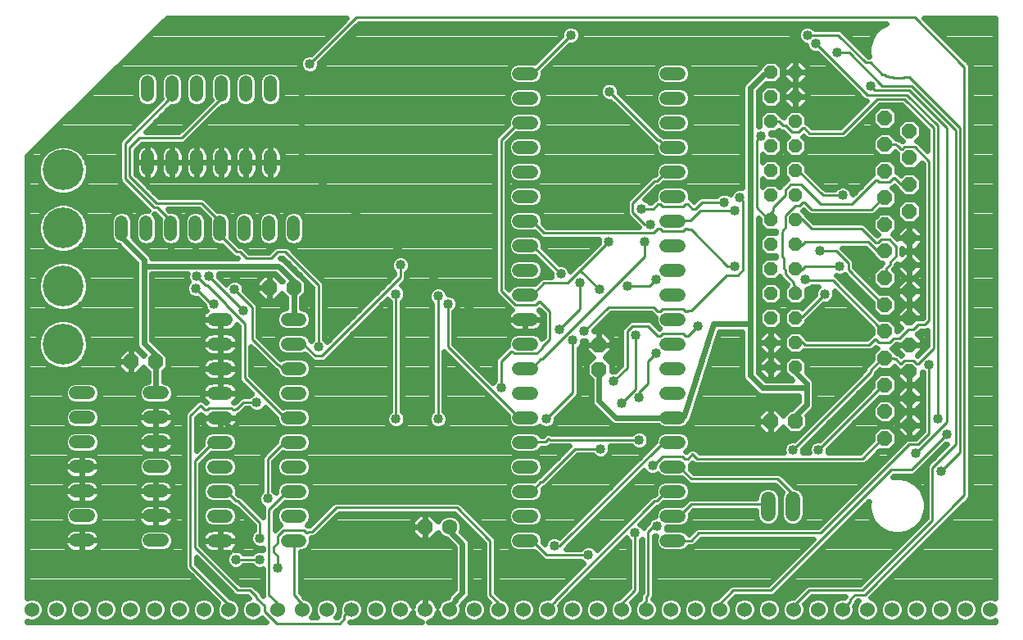
<source format=gtl>
G75*
%MOIN*%
%OFA0B0*%
%FSLAX25Y25*%
%IPPOS*%
%LPD*%
%AMOC8*
5,1,8,0,0,1.08239X$1,22.5*
%
%ADD10OC8,0.06300*%
%ADD11C,0.06000*%
%ADD12C,0.05200*%
%ADD13C,0.06000*%
%ADD14OC8,0.05600*%
%ADD15C,0.06300*%
%ADD16OC8,0.06000*%
%ADD17C,0.02400*%
%ADD18C,0.16598*%
%ADD19C,0.01000*%
%ADD20C,0.04000*%
D10*
X0169186Y0045984D03*
X0240050Y0110153D03*
X0240050Y0120153D03*
X0309841Y0089011D03*
X0319841Y0089011D03*
X0115901Y0143420D03*
X0105901Y0143420D03*
X0059602Y0113263D03*
X0049602Y0113263D03*
D11*
X0049208Y0012436D03*
X0059208Y0012436D03*
X0069208Y0012436D03*
X0079208Y0012436D03*
X0089208Y0012436D03*
X0099208Y0012436D03*
X0109208Y0012436D03*
X0119208Y0012436D03*
X0129208Y0012436D03*
X0139208Y0012436D03*
X0149208Y0012436D03*
X0159208Y0012436D03*
X0169208Y0012436D03*
X0179208Y0012436D03*
X0189208Y0012436D03*
X0199208Y0012436D03*
X0209208Y0012436D03*
X0219208Y0012436D03*
X0229208Y0012436D03*
X0239208Y0012436D03*
X0249208Y0012436D03*
X0259208Y0012436D03*
X0269208Y0012436D03*
X0279208Y0012436D03*
X0289208Y0012436D03*
X0299208Y0012436D03*
X0309208Y0012436D03*
X0319208Y0012436D03*
X0329208Y0012436D03*
X0339208Y0012436D03*
X0349208Y0012436D03*
X0359208Y0012436D03*
X0369208Y0012436D03*
X0379208Y0012436D03*
X0389208Y0012436D03*
X0399208Y0012436D03*
X0039208Y0012436D03*
X0029208Y0012436D03*
X0019208Y0012436D03*
X0009208Y0012436D03*
D12*
X0027120Y0040507D02*
X0032320Y0040507D01*
X0032320Y0050507D02*
X0027120Y0050507D01*
X0027120Y0060507D02*
X0032320Y0060507D01*
X0032320Y0070507D02*
X0027120Y0070507D01*
X0027120Y0080507D02*
X0032320Y0080507D01*
X0032320Y0090507D02*
X0027120Y0090507D01*
X0027120Y0100507D02*
X0032320Y0100507D01*
X0057120Y0100507D02*
X0062320Y0100507D01*
X0062320Y0090507D02*
X0057120Y0090507D01*
X0057120Y0080507D02*
X0062320Y0080507D01*
X0062320Y0070507D02*
X0057120Y0070507D01*
X0057120Y0060507D02*
X0062320Y0060507D01*
X0062320Y0050507D02*
X0057120Y0050507D01*
X0057120Y0040507D02*
X0062320Y0040507D01*
X0083222Y0040468D02*
X0088422Y0040468D01*
X0088422Y0050468D02*
X0083222Y0050468D01*
X0083222Y0060468D02*
X0088422Y0060468D01*
X0088422Y0070468D02*
X0083222Y0070468D01*
X0083222Y0080468D02*
X0088422Y0080468D01*
X0088422Y0090468D02*
X0083222Y0090468D01*
X0083222Y0100468D02*
X0088422Y0100468D01*
X0088422Y0110468D02*
X0083222Y0110468D01*
X0083222Y0120468D02*
X0088422Y0120468D01*
X0088422Y0130468D02*
X0083222Y0130468D01*
X0113222Y0130468D02*
X0118422Y0130468D01*
X0118422Y0120468D02*
X0113222Y0120468D01*
X0113222Y0110468D02*
X0118422Y0110468D01*
X0118422Y0100468D02*
X0113222Y0100468D01*
X0113222Y0090468D02*
X0118422Y0090468D01*
X0118422Y0080468D02*
X0113222Y0080468D01*
X0113222Y0070468D02*
X0118422Y0070468D01*
X0118422Y0060468D02*
X0113222Y0060468D01*
X0113222Y0050468D02*
X0118422Y0050468D01*
X0118422Y0040468D02*
X0113222Y0040468D01*
X0207450Y0040468D02*
X0212650Y0040468D01*
X0212650Y0050468D02*
X0207450Y0050468D01*
X0207450Y0060468D02*
X0212650Y0060468D01*
X0212650Y0070468D02*
X0207450Y0070468D01*
X0207450Y0080468D02*
X0212650Y0080468D01*
X0212650Y0090468D02*
X0207450Y0090468D01*
X0207450Y0100468D02*
X0212650Y0100468D01*
X0212650Y0110468D02*
X0207450Y0110468D01*
X0207450Y0120468D02*
X0212650Y0120468D01*
X0212650Y0130468D02*
X0207450Y0130468D01*
X0207450Y0140468D02*
X0212650Y0140468D01*
X0212650Y0150468D02*
X0207450Y0150468D01*
X0207450Y0160468D02*
X0212650Y0160468D01*
X0212650Y0170468D02*
X0207450Y0170468D01*
X0207450Y0180468D02*
X0212650Y0180468D01*
X0212650Y0190468D02*
X0207450Y0190468D01*
X0207450Y0200468D02*
X0212650Y0200468D01*
X0212650Y0210468D02*
X0207450Y0210468D01*
X0207450Y0220468D02*
X0212650Y0220468D01*
X0212650Y0230468D02*
X0207450Y0230468D01*
X0267450Y0230468D02*
X0272650Y0230468D01*
X0272650Y0220468D02*
X0267450Y0220468D01*
X0267450Y0210468D02*
X0272650Y0210468D01*
X0272650Y0200468D02*
X0267450Y0200468D01*
X0267450Y0190468D02*
X0272650Y0190468D01*
X0272650Y0180468D02*
X0267450Y0180468D01*
X0267450Y0170468D02*
X0272650Y0170468D01*
X0272650Y0160468D02*
X0267450Y0160468D01*
X0267450Y0150468D02*
X0272650Y0150468D01*
X0272650Y0140468D02*
X0267450Y0140468D01*
X0267450Y0130468D02*
X0272650Y0130468D01*
X0272650Y0120468D02*
X0267450Y0120468D01*
X0267450Y0110468D02*
X0272650Y0110468D01*
X0272650Y0100468D02*
X0267450Y0100468D01*
X0267450Y0090468D02*
X0272650Y0090468D01*
X0272650Y0080468D02*
X0267450Y0080468D01*
X0267450Y0070468D02*
X0272650Y0070468D01*
X0272650Y0060468D02*
X0267450Y0060468D01*
X0267450Y0050468D02*
X0272650Y0050468D01*
X0272650Y0040468D02*
X0267450Y0040468D01*
X0115743Y0164954D02*
X0115743Y0170154D01*
X0105743Y0170154D02*
X0105743Y0164954D01*
X0095743Y0164954D02*
X0095743Y0170154D01*
X0085743Y0170154D02*
X0085743Y0164954D01*
X0075743Y0164954D02*
X0075743Y0170154D01*
X0065743Y0170154D02*
X0065743Y0164954D01*
X0055743Y0164954D02*
X0055743Y0170154D01*
X0045743Y0170154D02*
X0045743Y0164954D01*
X0056334Y0191687D02*
X0056334Y0196887D01*
X0066334Y0196887D02*
X0066334Y0191687D01*
X0076334Y0191687D02*
X0076334Y0196887D01*
X0086334Y0196887D02*
X0086334Y0191687D01*
X0096334Y0191687D02*
X0096334Y0196887D01*
X0106334Y0196887D02*
X0106334Y0191687D01*
X0106334Y0221687D02*
X0106334Y0226887D01*
X0096334Y0226887D02*
X0096334Y0221687D01*
X0086334Y0221687D02*
X0086334Y0226887D01*
X0076334Y0226887D02*
X0076334Y0221687D01*
X0066334Y0221687D02*
X0066334Y0226887D01*
X0056334Y0226887D02*
X0056334Y0221687D01*
D13*
X0308857Y0057365D02*
X0308857Y0051365D01*
X0318857Y0051365D02*
X0318857Y0057365D01*
D14*
X0319959Y0111019D03*
X0319959Y0121019D03*
X0309959Y0121019D03*
X0309959Y0111019D03*
X0309959Y0131019D03*
X0319959Y0131019D03*
X0319959Y0141019D03*
X0309959Y0141019D03*
X0309959Y0151019D03*
X0309959Y0161019D03*
X0319959Y0161019D03*
X0319959Y0151019D03*
X0319959Y0171019D03*
X0309959Y0171019D03*
X0309959Y0181019D03*
X0319959Y0181019D03*
X0319959Y0191019D03*
X0319959Y0201019D03*
X0309959Y0201019D03*
X0309959Y0191019D03*
X0309959Y0211019D03*
X0319959Y0211019D03*
X0319959Y0221019D03*
X0319959Y0231019D03*
X0309959Y0231019D03*
X0309959Y0221019D03*
D15*
X0179186Y0045984D03*
D16*
X0356452Y0082079D03*
X0366452Y0087479D03*
X0356452Y0092979D03*
X0366452Y0098379D03*
X0356452Y0103779D03*
X0366452Y0109279D03*
X0356452Y0114679D03*
X0366452Y0120079D03*
X0356452Y0125579D03*
X0366452Y0130979D03*
X0356452Y0136379D03*
X0366452Y0141879D03*
X0356452Y0147279D03*
X0366452Y0152679D03*
X0356452Y0158179D03*
X0366452Y0163579D03*
X0356452Y0168979D03*
X0366452Y0174479D03*
X0356452Y0179879D03*
X0366452Y0185279D03*
X0356452Y0190779D03*
X0366452Y0196179D03*
X0356452Y0201579D03*
X0366452Y0207079D03*
X0356452Y0212479D03*
D17*
X0007400Y0007773D02*
X0007400Y0007400D01*
X0104614Y0007400D01*
X0102929Y0009086D01*
X0102040Y0008197D01*
X0100202Y0007436D01*
X0098213Y0007436D01*
X0096376Y0008197D01*
X0094969Y0009604D01*
X0094208Y0011442D01*
X0094208Y0013431D01*
X0094969Y0015268D01*
X0096376Y0016675D01*
X0097552Y0017162D01*
X0097014Y0017700D01*
X0092603Y0017700D01*
X0091684Y0018081D01*
X0076250Y0033514D01*
X0076250Y0031136D01*
X0089949Y0017436D01*
X0090202Y0017436D01*
X0092040Y0016675D01*
X0093447Y0015268D01*
X0094208Y0013431D01*
X0094208Y0011442D01*
X0093447Y0009604D01*
X0092040Y0008197D01*
X0090202Y0007436D01*
X0088213Y0007436D01*
X0086376Y0008197D01*
X0084969Y0009604D01*
X0084208Y0011442D01*
X0084208Y0013431D01*
X0084969Y0015268D01*
X0085008Y0015307D01*
X0071631Y0028684D01*
X0071250Y0029603D01*
X0071250Y0091797D01*
X0071631Y0092716D01*
X0072334Y0093419D01*
X0076384Y0097469D01*
X0077303Y0097850D01*
X0078297Y0097850D01*
X0079216Y0097469D01*
X0079919Y0096766D01*
X0080077Y0096608D01*
X0080263Y0096685D01*
X0080095Y0096806D01*
X0079561Y0097341D01*
X0079117Y0097952D01*
X0078774Y0098625D01*
X0078540Y0099344D01*
X0078422Y0100090D01*
X0078422Y0100468D01*
X0085822Y0100468D01*
X0085822Y0105268D01*
X0082844Y0105268D01*
X0082098Y0105150D01*
X0081379Y0104916D01*
X0080706Y0104573D01*
X0080095Y0104129D01*
X0079561Y0103595D01*
X0079117Y0102983D01*
X0078774Y0102310D01*
X0078540Y0101592D01*
X0078422Y0100845D01*
X0078422Y0100468D01*
X0085822Y0100468D01*
X0085822Y0100468D01*
X0085822Y0105268D01*
X0088800Y0105268D01*
X0089546Y0105150D01*
X0090265Y0104916D01*
X0090938Y0104573D01*
X0091549Y0104129D01*
X0092083Y0103595D01*
X0092527Y0102983D01*
X0092870Y0102310D01*
X0093104Y0101592D01*
X0093222Y0100845D01*
X0093222Y0100468D01*
X0085822Y0100468D01*
X0085822Y0100468D01*
X0085822Y0100468D01*
X0093222Y0100468D01*
X0093222Y0100090D01*
X0093104Y0099344D01*
X0092870Y0098625D01*
X0092527Y0097952D01*
X0092083Y0097341D01*
X0091549Y0096806D01*
X0091438Y0096726D01*
X0091723Y0096608D01*
X0093934Y0098819D01*
X0094853Y0099200D01*
X0097593Y0099200D01*
X0098484Y0100091D01*
X0098689Y0100176D01*
X0094384Y0104481D01*
X0094384Y0104481D01*
X0093681Y0105184D01*
X0093300Y0106103D01*
X0093300Y0127614D01*
X0092674Y0128240D01*
X0092527Y0127952D01*
X0092083Y0127341D01*
X0091549Y0126806D01*
X0090938Y0126362D01*
X0090265Y0126019D01*
X0089546Y0125786D01*
X0088800Y0125668D01*
X0085822Y0125668D01*
X0085822Y0130468D01*
X0085822Y0130468D01*
X0078422Y0130468D01*
X0078422Y0130845D01*
X0078540Y0131592D01*
X0078774Y0132310D01*
X0079117Y0132983D01*
X0079561Y0133595D01*
X0080095Y0134129D01*
X0080135Y0134158D01*
X0079809Y0134484D01*
X0079200Y0135954D01*
X0079200Y0136314D01*
X0076464Y0139050D01*
X0075204Y0139050D01*
X0073734Y0139659D01*
X0072609Y0140784D01*
X0072000Y0142254D01*
X0072000Y0143846D01*
X0072609Y0145316D01*
X0073050Y0145757D01*
X0072450Y0147204D01*
X0072450Y0148796D01*
X0072473Y0148850D01*
X0058050Y0148850D01*
X0058050Y0121875D01*
X0061512Y0118413D01*
X0061735Y0118413D01*
X0064752Y0115396D01*
X0064752Y0111130D01*
X0062920Y0109298D01*
X0062920Y0105107D01*
X0063235Y0105107D01*
X0064925Y0104407D01*
X0066219Y0103113D01*
X0066920Y0101422D01*
X0066920Y0099592D01*
X0066219Y0097901D01*
X0064925Y0096607D01*
X0063235Y0095907D01*
X0056205Y0095907D01*
X0054514Y0096607D01*
X0053220Y0097901D01*
X0052520Y0099592D01*
X0052520Y0101422D01*
X0053220Y0103113D01*
X0054514Y0104407D01*
X0056205Y0105107D01*
X0056520Y0105107D01*
X0056520Y0109062D01*
X0054743Y0110838D01*
X0051818Y0107913D01*
X0049602Y0107913D01*
X0049602Y0113263D01*
X0049602Y0113263D01*
X0049602Y0118613D01*
X0051818Y0118613D01*
X0054743Y0115688D01*
X0054965Y0115910D01*
X0052137Y0118737D01*
X0051650Y0119913D01*
X0051650Y0153425D01*
X0044644Y0160431D01*
X0043138Y0161055D01*
X0041844Y0162349D01*
X0041143Y0164039D01*
X0041143Y0171069D01*
X0041844Y0172760D01*
X0043138Y0174054D01*
X0044828Y0174754D01*
X0046658Y0174754D01*
X0048349Y0174054D01*
X0049643Y0172760D01*
X0050343Y0171069D01*
X0050343Y0164039D01*
X0050268Y0163857D01*
X0056663Y0157463D01*
X0056663Y0157463D01*
X0057563Y0156563D01*
X0058050Y0155387D01*
X0058050Y0155250D01*
X0093114Y0155250D01*
X0092964Y0155400D01*
X0092153Y0155400D01*
X0091234Y0155781D01*
X0086660Y0160355D01*
X0086658Y0160354D01*
X0084828Y0160354D01*
X0083138Y0161055D01*
X0081844Y0162349D01*
X0081143Y0164039D01*
X0081143Y0171069D01*
X0081202Y0171212D01*
X0077214Y0175200D01*
X0064486Y0175200D01*
X0064931Y0174754D01*
X0066658Y0174754D01*
X0068349Y0174054D01*
X0069643Y0172760D01*
X0070343Y0171069D01*
X0070343Y0164039D01*
X0069643Y0162349D01*
X0068349Y0161055D01*
X0066658Y0160354D01*
X0064828Y0160354D01*
X0063138Y0161055D01*
X0061844Y0162349D01*
X0061143Y0164039D01*
X0061143Y0171069D01*
X0061261Y0171353D01*
X0059214Y0173400D01*
X0059003Y0173400D01*
X0059643Y0172760D01*
X0060343Y0171069D01*
X0060343Y0164039D01*
X0059643Y0162349D01*
X0058349Y0161055D01*
X0056658Y0160354D01*
X0054828Y0160354D01*
X0053138Y0161055D01*
X0051844Y0162349D01*
X0051143Y0164039D01*
X0051143Y0171069D01*
X0051844Y0172760D01*
X0053138Y0174054D01*
X0054828Y0174754D01*
X0056510Y0174754D01*
X0045081Y0186184D01*
X0044700Y0187103D01*
X0044700Y0202497D01*
X0045081Y0203416D01*
X0045784Y0204119D01*
X0061940Y0220275D01*
X0061734Y0220772D01*
X0061734Y0227802D01*
X0062434Y0229492D01*
X0063728Y0230786D01*
X0065419Y0231487D01*
X0067249Y0231487D01*
X0068940Y0230786D01*
X0070234Y0229492D01*
X0070934Y0227802D01*
X0070934Y0220772D01*
X0070234Y0219081D01*
X0068940Y0217787D01*
X0067249Y0217087D01*
X0065822Y0217087D01*
X0055486Y0206750D01*
X0069114Y0206750D01*
X0082145Y0219780D01*
X0081734Y0220772D01*
X0081734Y0227802D01*
X0082434Y0229492D01*
X0083728Y0230786D01*
X0085419Y0231487D01*
X0087249Y0231487D01*
X0088940Y0230786D01*
X0090234Y0229492D01*
X0090934Y0227802D01*
X0090934Y0220772D01*
X0090234Y0219081D01*
X0088940Y0217787D01*
X0087249Y0217087D01*
X0086522Y0217087D01*
X0072269Y0202834D01*
X0071566Y0202131D01*
X0070647Y0201750D01*
X0054086Y0201750D01*
X0051500Y0199164D01*
X0051500Y0189536D01*
X0060836Y0180200D01*
X0078747Y0180200D01*
X0079666Y0179819D01*
X0084760Y0174726D01*
X0084828Y0174754D01*
X0086658Y0174754D01*
X0088349Y0174054D01*
X0089643Y0172760D01*
X0090343Y0171069D01*
X0090343Y0164039D01*
X0090256Y0163829D01*
X0093686Y0160400D01*
X0094497Y0160400D01*
X0095416Y0160019D01*
X0096119Y0159316D01*
X0097736Y0157700D01*
X0105564Y0157700D01*
X0107884Y0160019D01*
X0108803Y0160400D01*
X0112947Y0160400D01*
X0113866Y0160019D01*
X0114569Y0159316D01*
X0128069Y0145816D01*
X0128450Y0144897D01*
X0128450Y0122357D01*
X0129341Y0121466D01*
X0129426Y0121261D01*
X0156750Y0148586D01*
X0156750Y0149343D01*
X0155859Y0150234D01*
X0155250Y0151704D01*
X0155250Y0153296D01*
X0155859Y0154766D01*
X0156984Y0155891D01*
X0158454Y0156500D01*
X0160046Y0156500D01*
X0161516Y0155891D01*
X0162641Y0154766D01*
X0163250Y0153296D01*
X0163250Y0151704D01*
X0162641Y0150234D01*
X0161750Y0149343D01*
X0161750Y0147053D01*
X0161369Y0146134D01*
X0160666Y0145431D01*
X0159511Y0144276D01*
X0159716Y0144191D01*
X0160841Y0143066D01*
X0161450Y0141596D01*
X0161450Y0140004D01*
X0160841Y0138534D01*
X0159950Y0137643D01*
X0159950Y0093107D01*
X0160841Y0092216D01*
X0161450Y0090746D01*
X0161450Y0089154D01*
X0160841Y0087684D01*
X0159716Y0086559D01*
X0158246Y0085950D01*
X0156654Y0085950D01*
X0155184Y0086559D01*
X0154059Y0087684D01*
X0153450Y0089154D01*
X0153450Y0090746D01*
X0154059Y0092216D01*
X0154950Y0093107D01*
X0154950Y0137643D01*
X0154059Y0138534D01*
X0153974Y0138739D01*
X0128716Y0113481D01*
X0127797Y0113100D01*
X0124103Y0113100D01*
X0123184Y0113481D01*
X0122481Y0114184D01*
X0120369Y0116295D01*
X0119337Y0115868D01*
X0112307Y0115868D01*
X0110616Y0116568D01*
X0109322Y0117862D01*
X0108622Y0119553D01*
X0108622Y0121383D01*
X0109322Y0123073D01*
X0110616Y0124367D01*
X0112307Y0125068D01*
X0119337Y0125068D01*
X0121028Y0124367D01*
X0122322Y0123073D01*
X0122862Y0121769D01*
X0123450Y0122357D01*
X0123450Y0143364D01*
X0111414Y0155400D01*
X0110336Y0155400D01*
X0110186Y0155250D01*
X0110387Y0155250D01*
X0111563Y0154763D01*
X0112463Y0153863D01*
X0117755Y0148570D01*
X0118034Y0148570D01*
X0121051Y0145554D01*
X0121051Y0141287D01*
X0119022Y0139259D01*
X0119022Y0135068D01*
X0119337Y0135068D01*
X0121028Y0134367D01*
X0122322Y0133073D01*
X0123022Y0131383D01*
X0123022Y0129553D01*
X0122322Y0127862D01*
X0121028Y0126568D01*
X0119337Y0125868D01*
X0112307Y0125868D01*
X0110616Y0126568D01*
X0109322Y0127862D01*
X0108622Y0129553D01*
X0108622Y0131383D01*
X0109322Y0133073D01*
X0110616Y0134367D01*
X0112307Y0135068D01*
X0112622Y0135068D01*
X0112622Y0139416D01*
X0111042Y0140996D01*
X0108117Y0138070D01*
X0105901Y0138070D01*
X0105901Y0143420D01*
X0105901Y0143420D01*
X0105901Y0138070D01*
X0103685Y0138070D01*
X0100551Y0141204D01*
X0100551Y0143420D01*
X0105901Y0143420D01*
X0105901Y0143421D01*
X0105901Y0143421D01*
X0105901Y0148770D01*
X0108117Y0148770D01*
X0111042Y0145845D01*
X0111236Y0146039D01*
X0108425Y0148850D01*
X0085377Y0148850D01*
X0085400Y0148796D01*
X0085400Y0147536D01*
X0088274Y0144661D01*
X0088359Y0144866D01*
X0089484Y0145991D01*
X0090954Y0146600D01*
X0092546Y0146600D01*
X0094016Y0145991D01*
X0095141Y0144866D01*
X0095750Y0143396D01*
X0095750Y0142136D01*
X0101069Y0136816D01*
X0101450Y0135897D01*
X0101450Y0123386D01*
X0110398Y0114438D01*
X0110602Y0114353D01*
X0110616Y0114367D01*
X0112307Y0115068D01*
X0119337Y0115068D01*
X0121028Y0114367D01*
X0122322Y0113073D01*
X0123022Y0111383D01*
X0123022Y0109553D01*
X0122322Y0107862D01*
X0121028Y0106568D01*
X0119337Y0105868D01*
X0112307Y0105868D01*
X0110616Y0106568D01*
X0109322Y0107862D01*
X0108622Y0109553D01*
X0108622Y0109575D01*
X0107884Y0109881D01*
X0098300Y0119464D01*
X0098300Y0107636D01*
X0111289Y0094646D01*
X0112307Y0095068D01*
X0119337Y0095068D01*
X0121028Y0094367D01*
X0122322Y0093073D01*
X0123022Y0091383D01*
X0123022Y0089553D01*
X0122322Y0087862D01*
X0121028Y0086568D01*
X0119337Y0085868D01*
X0112307Y0085868D01*
X0110616Y0086568D01*
X0109322Y0087862D01*
X0108622Y0089553D01*
X0108622Y0090242D01*
X0104226Y0094639D01*
X0104141Y0094434D01*
X0103016Y0093309D01*
X0101546Y0092700D01*
X0099954Y0092700D01*
X0098484Y0093309D01*
X0097593Y0094200D01*
X0096386Y0094200D01*
X0094769Y0092584D01*
X0094066Y0091881D01*
X0093298Y0091562D01*
X0093166Y0091431D01*
X0093132Y0091416D01*
X0093222Y0090845D01*
X0093222Y0090468D01*
X0085822Y0090468D01*
X0085822Y0090468D01*
X0078422Y0090468D01*
X0078422Y0090845D01*
X0078494Y0091302D01*
X0078184Y0091431D01*
X0077800Y0091814D01*
X0076250Y0090264D01*
X0076250Y0077086D01*
X0078650Y0079485D01*
X0078622Y0079553D01*
X0078622Y0081383D01*
X0079322Y0083073D01*
X0080616Y0084367D01*
X0082307Y0085068D01*
X0089337Y0085068D01*
X0091028Y0084367D01*
X0092322Y0083073D01*
X0093022Y0081383D01*
X0093022Y0079553D01*
X0092322Y0077862D01*
X0091028Y0076568D01*
X0089337Y0075868D01*
X0082307Y0075868D01*
X0082163Y0075927D01*
X0078050Y0071814D01*
X0078050Y0038786D01*
X0094136Y0022700D01*
X0098547Y0022700D01*
X0099466Y0022319D01*
X0102166Y0019619D01*
X0102166Y0019619D01*
X0102869Y0018916D01*
X0103188Y0018148D01*
X0103200Y0018136D01*
X0103200Y0028926D01*
X0102896Y0028800D01*
X0101304Y0028800D01*
X0099834Y0029409D01*
X0098943Y0030300D01*
X0095357Y0030300D01*
X0094466Y0029409D01*
X0092996Y0028800D01*
X0091404Y0028800D01*
X0089934Y0029409D01*
X0088809Y0030534D01*
X0088200Y0032004D01*
X0088200Y0033596D01*
X0088809Y0035066D01*
X0089526Y0035783D01*
X0088800Y0035668D01*
X0085822Y0035668D01*
X0085822Y0040468D01*
X0085822Y0045268D01*
X0082844Y0045268D01*
X0082098Y0045150D01*
X0081379Y0044916D01*
X0080706Y0044573D01*
X0080095Y0044129D01*
X0079561Y0043595D01*
X0079117Y0042983D01*
X0078774Y0042310D01*
X0078540Y0041592D01*
X0078422Y0040845D01*
X0078422Y0040468D01*
X0085822Y0040468D01*
X0085822Y0040468D01*
X0085822Y0045268D01*
X0088800Y0045268D01*
X0089546Y0045150D01*
X0090265Y0044916D01*
X0090938Y0044573D01*
X0091549Y0044129D01*
X0092083Y0043595D01*
X0092527Y0042983D01*
X0092870Y0042310D01*
X0093104Y0041592D01*
X0093222Y0040845D01*
X0093222Y0040468D01*
X0085822Y0040468D01*
X0085822Y0040468D01*
X0085822Y0040468D01*
X0078422Y0040468D01*
X0078422Y0040090D01*
X0078540Y0039344D01*
X0078774Y0038625D01*
X0079117Y0037952D01*
X0079561Y0037341D01*
X0080095Y0036806D01*
X0080706Y0036362D01*
X0081379Y0036019D01*
X0082098Y0035786D01*
X0082844Y0035668D01*
X0085822Y0035668D01*
X0085822Y0040468D01*
X0093222Y0040468D01*
X0093222Y0040090D01*
X0093104Y0039344D01*
X0092870Y0038625D01*
X0092527Y0037952D01*
X0092083Y0037341D01*
X0091549Y0036806D01*
X0091540Y0036800D01*
X0092996Y0036800D01*
X0094466Y0036191D01*
X0095357Y0035300D01*
X0098943Y0035300D01*
X0099834Y0036191D01*
X0101304Y0036800D01*
X0102896Y0036800D01*
X0103200Y0036674D01*
X0103200Y0037476D01*
X0102896Y0037350D01*
X0101304Y0037350D01*
X0099834Y0037959D01*
X0098709Y0039084D01*
X0098100Y0040554D01*
X0098100Y0042146D01*
X0098709Y0043616D01*
X0099600Y0044507D01*
X0099600Y0046614D01*
X0092064Y0054150D01*
X0091703Y0054150D01*
X0090784Y0054531D01*
X0090081Y0055234D01*
X0089415Y0055900D01*
X0089337Y0055868D01*
X0082307Y0055868D01*
X0080616Y0056568D01*
X0079322Y0057862D01*
X0078622Y0059553D01*
X0078622Y0061383D01*
X0079322Y0063073D01*
X0080616Y0064367D01*
X0082307Y0065068D01*
X0089337Y0065068D01*
X0091028Y0064367D01*
X0092322Y0063073D01*
X0093022Y0061383D01*
X0093022Y0059553D01*
X0092967Y0059419D01*
X0093236Y0059150D01*
X0093597Y0059150D01*
X0094516Y0058769D01*
X0103200Y0050086D01*
X0103200Y0053547D01*
X0103385Y0053993D01*
X0102984Y0054159D01*
X0101859Y0055284D01*
X0101250Y0056754D01*
X0101250Y0058346D01*
X0101859Y0059816D01*
X0102750Y0060707D01*
X0102750Y0074247D01*
X0103131Y0075166D01*
X0103834Y0075869D01*
X0108622Y0080658D01*
X0108622Y0081383D01*
X0109322Y0083073D01*
X0110616Y0084367D01*
X0112307Y0085068D01*
X0119337Y0085068D01*
X0121028Y0084367D01*
X0122322Y0083073D01*
X0123022Y0081383D01*
X0123022Y0079553D01*
X0122322Y0077862D01*
X0121028Y0076568D01*
X0119337Y0075868D01*
X0112307Y0075868D01*
X0111314Y0076279D01*
X0107750Y0072714D01*
X0107750Y0060707D01*
X0108622Y0059835D01*
X0108622Y0061383D01*
X0109322Y0063073D01*
X0110616Y0064367D01*
X0112307Y0065068D01*
X0119337Y0065068D01*
X0121028Y0064367D01*
X0122322Y0063073D01*
X0123022Y0061383D01*
X0123022Y0059553D01*
X0122322Y0057862D01*
X0121028Y0056568D01*
X0119337Y0055868D01*
X0112307Y0055868D01*
X0112128Y0055942D01*
X0108200Y0052014D01*
X0108200Y0044686D01*
X0109431Y0045916D01*
X0110134Y0046619D01*
X0110439Y0046746D01*
X0109322Y0047862D01*
X0108622Y0049553D01*
X0108622Y0051383D01*
X0109322Y0053073D01*
X0110616Y0054367D01*
X0112307Y0055068D01*
X0119337Y0055068D01*
X0121028Y0054367D01*
X0122322Y0053073D01*
X0123022Y0051383D01*
X0123022Y0049553D01*
X0122322Y0047862D01*
X0121207Y0046747D01*
X0121516Y0046619D01*
X0121586Y0046550D01*
X0122214Y0046550D01*
X0131031Y0055366D01*
X0131734Y0056069D01*
X0132653Y0056450D01*
X0182697Y0056450D01*
X0183616Y0056069D01*
X0197116Y0042569D01*
X0197819Y0041866D01*
X0198200Y0040947D01*
X0198200Y0019436D01*
X0200199Y0017436D01*
X0200202Y0017436D01*
X0202040Y0016675D01*
X0203447Y0015268D01*
X0204208Y0013431D01*
X0204208Y0011442D01*
X0204969Y0009604D01*
X0206376Y0008197D01*
X0208213Y0007436D01*
X0210202Y0007436D01*
X0212040Y0008197D01*
X0213447Y0009604D01*
X0214208Y0011442D01*
X0214969Y0009604D01*
X0216376Y0008197D01*
X0218213Y0007436D01*
X0220202Y0007436D01*
X0222040Y0008197D01*
X0223447Y0009604D01*
X0224208Y0011442D01*
X0224969Y0009604D01*
X0226376Y0008197D01*
X0228213Y0007436D01*
X0230202Y0007436D01*
X0232040Y0008197D01*
X0233447Y0009604D01*
X0234208Y0011442D01*
X0234969Y0009604D01*
X0236376Y0008197D01*
X0238213Y0007436D01*
X0240202Y0007436D01*
X0242040Y0008197D01*
X0243447Y0009604D01*
X0244208Y0011442D01*
X0244969Y0009604D01*
X0246376Y0008197D01*
X0248213Y0007436D01*
X0250202Y0007436D01*
X0252040Y0008197D01*
X0253447Y0009604D01*
X0254208Y0011442D01*
X0254969Y0009604D01*
X0256376Y0008197D01*
X0258213Y0007436D01*
X0260202Y0007436D01*
X0262040Y0008197D01*
X0263447Y0009604D01*
X0264208Y0011442D01*
X0264969Y0009604D01*
X0266376Y0008197D01*
X0268213Y0007436D01*
X0270202Y0007436D01*
X0272040Y0008197D01*
X0273447Y0009604D01*
X0274208Y0011442D01*
X0274969Y0009604D01*
X0276376Y0008197D01*
X0278213Y0007436D01*
X0280202Y0007436D01*
X0282040Y0008197D01*
X0283447Y0009604D01*
X0284208Y0011442D01*
X0284969Y0009604D01*
X0286376Y0008197D01*
X0288213Y0007436D01*
X0290202Y0007436D01*
X0292040Y0008197D01*
X0293447Y0009604D01*
X0294208Y0011442D01*
X0294969Y0009604D01*
X0296376Y0008197D01*
X0298213Y0007436D01*
X0300202Y0007436D01*
X0302040Y0008197D01*
X0303447Y0009604D01*
X0304208Y0011442D01*
X0304969Y0009604D01*
X0306376Y0008197D01*
X0308213Y0007436D01*
X0310202Y0007436D01*
X0312040Y0008197D01*
X0313447Y0009604D01*
X0314208Y0011442D01*
X0314969Y0009604D01*
X0316376Y0008197D01*
X0318213Y0007436D01*
X0320202Y0007436D01*
X0322040Y0008197D01*
X0323447Y0009604D01*
X0324208Y0011442D01*
X0324969Y0009604D01*
X0326376Y0008197D01*
X0328213Y0007436D01*
X0330202Y0007436D01*
X0332040Y0008197D01*
X0333447Y0009604D01*
X0334208Y0011442D01*
X0334969Y0009604D01*
X0336376Y0008197D01*
X0338213Y0007436D01*
X0340202Y0007436D01*
X0342040Y0008197D01*
X0343447Y0009604D01*
X0344208Y0011442D01*
X0344969Y0009604D01*
X0346376Y0008197D01*
X0348213Y0007436D01*
X0350202Y0007436D01*
X0352040Y0008197D01*
X0353447Y0009604D01*
X0354208Y0011442D01*
X0354969Y0009604D01*
X0356376Y0008197D01*
X0358213Y0007436D01*
X0360202Y0007436D01*
X0362040Y0008197D01*
X0363447Y0009604D01*
X0364208Y0011442D01*
X0364969Y0009604D01*
X0366376Y0008197D01*
X0368213Y0007436D01*
X0370202Y0007436D01*
X0372040Y0008197D01*
X0373447Y0009604D01*
X0374208Y0011442D01*
X0374969Y0009604D01*
X0376376Y0008197D01*
X0378213Y0007436D01*
X0380202Y0007436D01*
X0382040Y0008197D01*
X0383447Y0009604D01*
X0384208Y0011442D01*
X0384969Y0009604D01*
X0386376Y0008197D01*
X0388213Y0007436D01*
X0390202Y0007436D01*
X0392040Y0008197D01*
X0393447Y0009604D01*
X0394208Y0011442D01*
X0394969Y0009604D01*
X0396376Y0008197D01*
X0398213Y0007436D01*
X0400202Y0007436D01*
X0401409Y0007936D01*
X0401409Y0007400D01*
X0170535Y0007400D01*
X0171204Y0007617D01*
X0171933Y0007989D01*
X0172595Y0008470D01*
X0173174Y0009049D01*
X0173655Y0009711D01*
X0174027Y0010440D01*
X0174280Y0011219D01*
X0174285Y0011254D01*
X0174969Y0009604D01*
X0176376Y0008197D01*
X0178213Y0007436D01*
X0180202Y0007436D01*
X0182040Y0008197D01*
X0183447Y0009604D01*
X0184208Y0011442D01*
X0184969Y0009604D01*
X0186376Y0008197D01*
X0188213Y0007436D01*
X0190202Y0007436D01*
X0192040Y0008197D01*
X0193447Y0009604D01*
X0194208Y0011442D01*
X0194969Y0009604D01*
X0196376Y0008197D01*
X0198213Y0007436D01*
X0200202Y0007436D01*
X0202040Y0008197D01*
X0203447Y0009604D01*
X0204208Y0011442D01*
X0204208Y0013431D01*
X0204969Y0015268D01*
X0206376Y0016675D01*
X0208213Y0017436D01*
X0210202Y0017436D01*
X0212040Y0016675D01*
X0213447Y0015268D01*
X0214208Y0013431D01*
X0214208Y0011442D01*
X0214208Y0013431D01*
X0214969Y0015268D01*
X0216376Y0016675D01*
X0218213Y0017436D01*
X0220077Y0017436D01*
X0220131Y0017566D01*
X0220834Y0018269D01*
X0233689Y0031124D01*
X0233484Y0031209D01*
X0232593Y0032100D01*
X0218153Y0032100D01*
X0217234Y0032481D01*
X0216531Y0033184D01*
X0213764Y0035950D01*
X0213565Y0035868D01*
X0206535Y0035868D01*
X0204845Y0036568D01*
X0203551Y0037862D01*
X0202850Y0039553D01*
X0202850Y0041383D01*
X0203551Y0043073D01*
X0204845Y0044367D01*
X0206535Y0045068D01*
X0213565Y0045068D01*
X0215256Y0044367D01*
X0216550Y0043073D01*
X0217250Y0041383D01*
X0217250Y0039553D01*
X0217245Y0039540D01*
X0217800Y0038986D01*
X0217800Y0038996D01*
X0218409Y0040466D01*
X0219534Y0041591D01*
X0221004Y0042200D01*
X0222596Y0042200D01*
X0223952Y0041638D01*
X0262850Y0080536D01*
X0262850Y0081383D01*
X0263551Y0083073D01*
X0264845Y0084367D01*
X0266535Y0085068D01*
X0273565Y0085068D01*
X0275256Y0084367D01*
X0276550Y0083073D01*
X0277250Y0081383D01*
X0277250Y0079553D01*
X0276550Y0077862D01*
X0275437Y0076749D01*
X0275575Y0076611D01*
X0276634Y0077669D01*
X0277553Y0078050D01*
X0278547Y0078050D01*
X0279466Y0077669D01*
X0280169Y0076966D01*
X0280886Y0076250D01*
X0315126Y0076250D01*
X0315000Y0076554D01*
X0280582Y0076554D01*
X0277002Y0078952D02*
X0315334Y0078952D01*
X0315609Y0079616D02*
X0315000Y0078146D01*
X0315000Y0076554D01*
X0315609Y0079616D02*
X0316734Y0080741D01*
X0318204Y0081350D01*
X0319464Y0081350D01*
X0348000Y0109886D01*
X0348000Y0110247D01*
X0348381Y0111166D01*
X0351452Y0114237D01*
X0351452Y0116750D01*
X0353320Y0118617D01*
X0352684Y0118881D01*
X0352525Y0119039D01*
X0352169Y0118684D01*
X0351466Y0117981D01*
X0350547Y0117600D01*
X0323453Y0117600D01*
X0323365Y0117636D01*
X0321947Y0116219D01*
X0317971Y0116219D01*
X0315159Y0119031D01*
X0315159Y0123007D01*
X0317971Y0125819D01*
X0321947Y0125819D01*
X0324759Y0123007D01*
X0324759Y0122826D01*
X0324986Y0122600D01*
X0349014Y0122600D01*
X0350884Y0124469D01*
X0351452Y0124705D01*
X0351452Y0126412D01*
X0335895Y0141969D01*
X0336050Y0141596D01*
X0336050Y0140004D01*
X0335441Y0138534D01*
X0334316Y0137409D01*
X0332846Y0136800D01*
X0331586Y0136800D01*
X0324759Y0129974D01*
X0324759Y0129031D01*
X0321947Y0126219D01*
X0317971Y0126219D01*
X0315159Y0129031D01*
X0315159Y0133007D01*
X0317971Y0135819D01*
X0321947Y0135819D01*
X0322740Y0135026D01*
X0328050Y0140336D01*
X0328050Y0141596D01*
X0328659Y0143066D01*
X0329293Y0143700D01*
X0326657Y0143700D01*
X0326216Y0143259D01*
X0324759Y0142656D01*
X0324759Y0139031D01*
X0321947Y0136219D01*
X0317971Y0136219D01*
X0315159Y0139031D01*
X0315159Y0143007D01*
X0316683Y0144531D01*
X0313731Y0147484D01*
X0313579Y0147850D01*
X0311947Y0146219D01*
X0307971Y0146219D01*
X0305159Y0149031D01*
X0305159Y0153007D01*
X0307971Y0155819D01*
X0311947Y0155819D01*
X0312000Y0155766D01*
X0312000Y0156272D01*
X0311947Y0156219D01*
X0307971Y0156219D01*
X0305159Y0159031D01*
X0305159Y0163007D01*
X0307971Y0165819D01*
X0311947Y0165819D01*
X0312000Y0165766D01*
X0312000Y0166272D01*
X0311947Y0166219D01*
X0307971Y0166219D01*
X0305159Y0169031D01*
X0305159Y0171355D01*
X0304800Y0171714D01*
X0304800Y0108825D01*
X0307875Y0105750D01*
X0318625Y0105750D01*
X0318156Y0106219D01*
X0317971Y0106219D01*
X0315159Y0109031D01*
X0315159Y0113007D01*
X0317971Y0115819D01*
X0321947Y0115819D01*
X0324759Y0113007D01*
X0324759Y0109031D01*
X0324577Y0108849D01*
X0326363Y0107063D01*
X0327263Y0106163D01*
X0327750Y0104987D01*
X0327750Y0095163D01*
X0327263Y0093987D01*
X0324705Y0091430D01*
X0324991Y0091144D01*
X0324991Y0086878D01*
X0321974Y0083861D01*
X0317708Y0083861D01*
X0314982Y0086586D01*
X0312057Y0083661D01*
X0309841Y0083661D01*
X0309841Y0089011D01*
X0279011Y0089011D01*
X0275700Y0085700D01*
X0090590Y0085700D01*
X0085822Y0090468D01*
X0085822Y0090468D01*
X0078422Y0090468D01*
X0078422Y0090090D01*
X0078540Y0089344D01*
X0078774Y0088625D01*
X0079117Y0087952D01*
X0079561Y0087341D01*
X0080095Y0086806D01*
X0080706Y0086362D01*
X0081379Y0086019D01*
X0082098Y0085786D01*
X0082844Y0085668D01*
X0085822Y0085668D01*
X0088800Y0085668D01*
X0089546Y0085786D01*
X0090265Y0086019D01*
X0090938Y0086362D01*
X0091549Y0086806D01*
X0092083Y0087341D01*
X0092527Y0087952D01*
X0092870Y0088625D01*
X0093104Y0089344D01*
X0093222Y0090090D01*
X0093222Y0090468D01*
X0085822Y0090468D01*
X0085822Y0085668D01*
X0085822Y0090468D01*
X0085822Y0090468D01*
X0085822Y0088546D02*
X0085822Y0088546D01*
X0085822Y0086148D02*
X0085822Y0086148D01*
X0081127Y0086148D02*
X0076250Y0086148D01*
X0076250Y0088546D02*
X0078814Y0088546D01*
X0078438Y0090945D02*
X0076930Y0090945D01*
X0072258Y0093343D02*
X0066192Y0093343D01*
X0065981Y0093634D02*
X0065447Y0094168D01*
X0064835Y0094612D01*
X0064162Y0094955D01*
X0063444Y0095189D01*
X0062697Y0095307D01*
X0059720Y0095307D01*
X0059720Y0090507D01*
X0059720Y0090507D01*
X0067120Y0090507D01*
X0067120Y0090129D01*
X0067001Y0089383D01*
X0066768Y0088665D01*
X0066425Y0087991D01*
X0065981Y0087380D01*
X0065447Y0086846D01*
X0064835Y0086402D01*
X0064162Y0086059D01*
X0063444Y0085825D01*
X0062697Y0085707D01*
X0059720Y0085707D01*
X0059720Y0090507D01*
X0067120Y0090507D01*
X0067120Y0090885D01*
X0067001Y0091631D01*
X0066768Y0092350D01*
X0066425Y0093023D01*
X0065981Y0093634D01*
X0067110Y0090945D02*
X0071250Y0090945D01*
X0071250Y0088546D02*
X0066708Y0088546D01*
X0064337Y0086148D02*
X0071250Y0086148D01*
X0071250Y0083749D02*
X0065866Y0083749D01*
X0065981Y0083634D02*
X0065447Y0084168D01*
X0064835Y0084612D01*
X0064162Y0084955D01*
X0063444Y0085189D01*
X0062697Y0085307D01*
X0059720Y0085307D01*
X0059720Y0080507D01*
X0059720Y0080507D01*
X0067120Y0080507D01*
X0067120Y0080129D01*
X0067001Y0079383D01*
X0066768Y0078665D01*
X0066425Y0077991D01*
X0065981Y0077380D01*
X0065447Y0076846D01*
X0064835Y0076402D01*
X0064162Y0076059D01*
X0063444Y0075825D01*
X0062697Y0075707D01*
X0059720Y0075707D01*
X0059720Y0080507D01*
X0067120Y0080507D01*
X0067120Y0080885D01*
X0067001Y0081631D01*
X0066768Y0082350D01*
X0066425Y0083023D01*
X0065981Y0083634D01*
X0067046Y0081351D02*
X0071250Y0081351D01*
X0071250Y0078952D02*
X0066862Y0078952D01*
X0065045Y0076554D02*
X0071250Y0076554D01*
X0071250Y0074155D02*
X0065177Y0074155D01*
X0064925Y0074407D02*
X0063235Y0075107D01*
X0056205Y0075107D01*
X0054514Y0074407D01*
X0053220Y0073113D01*
X0052520Y0071422D01*
X0052520Y0069592D01*
X0053220Y0067901D01*
X0054514Y0066607D01*
X0056205Y0065907D01*
X0063235Y0065907D01*
X0064925Y0066607D01*
X0066219Y0067901D01*
X0066920Y0069592D01*
X0066920Y0071422D01*
X0066219Y0073113D01*
X0064925Y0074407D01*
X0066781Y0071757D02*
X0071250Y0071757D01*
X0071250Y0069358D02*
X0066823Y0069358D01*
X0065278Y0066960D02*
X0071250Y0066960D01*
X0071250Y0064561D02*
X0064906Y0064561D01*
X0064835Y0064612D02*
X0064162Y0064955D01*
X0063444Y0065189D01*
X0062697Y0065307D01*
X0059720Y0065307D01*
X0059720Y0060507D01*
X0059720Y0060507D01*
X0067120Y0060507D01*
X0067120Y0060129D01*
X0067001Y0059383D01*
X0066768Y0058665D01*
X0066425Y0057991D01*
X0065981Y0057380D01*
X0065447Y0056846D01*
X0064835Y0056402D01*
X0064162Y0056059D01*
X0063444Y0055825D01*
X0062697Y0055707D01*
X0059720Y0055707D01*
X0059720Y0060507D01*
X0067120Y0060507D01*
X0067120Y0060885D01*
X0067001Y0061631D01*
X0066768Y0062350D01*
X0066425Y0063023D01*
X0065981Y0063634D01*
X0065447Y0064168D01*
X0064835Y0064612D01*
X0066829Y0062163D02*
X0071250Y0062163D01*
X0071250Y0059764D02*
X0067062Y0059764D01*
X0065967Y0057366D02*
X0071250Y0057366D01*
X0071250Y0054967D02*
X0064126Y0054967D01*
X0064162Y0054955D02*
X0063444Y0055189D01*
X0062697Y0055307D01*
X0059720Y0055307D01*
X0059720Y0050507D01*
X0059720Y0050507D01*
X0067120Y0050507D01*
X0067120Y0050129D01*
X0067001Y0049383D01*
X0066768Y0048665D01*
X0066425Y0047991D01*
X0065981Y0047380D01*
X0065447Y0046846D01*
X0064835Y0046402D01*
X0064162Y0046059D01*
X0063444Y0045825D01*
X0062697Y0045707D01*
X0059720Y0045707D01*
X0059720Y0050507D01*
X0067120Y0050507D01*
X0067120Y0050885D01*
X0067001Y0051631D01*
X0066768Y0052350D01*
X0066425Y0053023D01*
X0065981Y0053634D01*
X0065447Y0054168D01*
X0064835Y0054612D01*
X0064162Y0054955D01*
X0066656Y0052569D02*
X0071250Y0052569D01*
X0071250Y0050170D02*
X0067120Y0050170D01*
X0066265Y0047772D02*
X0071250Y0047772D01*
X0071250Y0045373D02*
X0007400Y0045373D01*
X0007400Y0042975D02*
X0022990Y0042975D01*
X0023014Y0043023D02*
X0022671Y0042350D01*
X0022438Y0041631D01*
X0022320Y0040885D01*
X0022320Y0040507D01*
X0022320Y0040129D01*
X0022438Y0039383D01*
X0022671Y0038665D01*
X0023014Y0037991D01*
X0023458Y0037380D01*
X0023993Y0036846D01*
X0024604Y0036402D01*
X0025277Y0036059D01*
X0025996Y0035825D01*
X0026742Y0035707D01*
X0029720Y0035707D01*
X0032697Y0035707D01*
X0033444Y0035825D01*
X0034162Y0036059D01*
X0034835Y0036402D01*
X0035447Y0036846D01*
X0035981Y0037380D01*
X0036425Y0037991D01*
X0036768Y0038665D01*
X0037001Y0039383D01*
X0037120Y0040129D01*
X0037120Y0040507D01*
X0029720Y0040507D01*
X0029720Y0040507D01*
X0037120Y0040507D01*
X0037120Y0040885D01*
X0037001Y0041631D01*
X0036768Y0042350D01*
X0036425Y0043023D01*
X0035981Y0043634D01*
X0035447Y0044168D01*
X0034835Y0044612D01*
X0034162Y0044955D01*
X0033444Y0045189D01*
X0032697Y0045307D01*
X0029720Y0045307D01*
X0029720Y0040507D01*
X0029720Y0035707D01*
X0029720Y0040507D01*
X0029720Y0040507D01*
X0029720Y0040507D01*
X0029720Y0045307D01*
X0026742Y0045307D01*
X0025996Y0045189D01*
X0025277Y0044955D01*
X0024604Y0044612D01*
X0023993Y0044168D01*
X0023458Y0043634D01*
X0023014Y0043023D01*
X0022320Y0040576D02*
X0007400Y0040576D01*
X0007400Y0038178D02*
X0022919Y0038178D01*
X0022320Y0040507D02*
X0029720Y0040507D01*
X0029720Y0040507D01*
X0022320Y0040507D01*
X0029720Y0040576D02*
X0029720Y0040576D01*
X0029720Y0038178D02*
X0029720Y0038178D01*
X0029720Y0035779D02*
X0029720Y0035779D01*
X0033152Y0035779D02*
X0071250Y0035779D01*
X0071250Y0033381D02*
X0007400Y0033381D01*
X0007400Y0035779D02*
X0026287Y0035779D01*
X0029720Y0042975D02*
X0029720Y0042975D01*
X0026205Y0045907D02*
X0033235Y0045907D01*
X0034925Y0046607D01*
X0036219Y0047901D01*
X0036920Y0049592D01*
X0036920Y0051422D01*
X0036219Y0053113D01*
X0034925Y0054407D01*
X0033235Y0055107D01*
X0026205Y0055107D01*
X0024514Y0054407D01*
X0023220Y0053113D01*
X0022520Y0051422D01*
X0022520Y0049592D01*
X0023220Y0047901D01*
X0024514Y0046607D01*
X0026205Y0045907D01*
X0023350Y0047772D02*
X0007400Y0047772D01*
X0007400Y0050170D02*
X0022520Y0050170D01*
X0022995Y0052569D02*
X0007400Y0052569D01*
X0007400Y0054967D02*
X0025867Y0054967D01*
X0025996Y0055825D02*
X0025277Y0056059D01*
X0024604Y0056402D01*
X0023993Y0056846D01*
X0023458Y0057380D01*
X0023014Y0057991D01*
X0022671Y0058665D01*
X0022438Y0059383D01*
X0022320Y0060129D01*
X0022320Y0060507D01*
X0029720Y0060507D01*
X0029720Y0060507D01*
X0037120Y0060507D01*
X0037120Y0060129D01*
X0037001Y0059383D01*
X0036768Y0058665D01*
X0036425Y0057991D01*
X0035981Y0057380D01*
X0035447Y0056846D01*
X0034835Y0056402D01*
X0034162Y0056059D01*
X0033444Y0055825D01*
X0032697Y0055707D01*
X0029720Y0055707D01*
X0029720Y0060507D01*
X0037120Y0060507D01*
X0037120Y0060885D01*
X0037001Y0061631D01*
X0036768Y0062350D01*
X0036425Y0063023D01*
X0035981Y0063634D01*
X0035447Y0064168D01*
X0034835Y0064612D01*
X0034162Y0064955D01*
X0033444Y0065189D01*
X0032697Y0065307D01*
X0029720Y0065307D01*
X0029720Y0060507D01*
X0029720Y0060507D01*
X0029720Y0060507D01*
X0029720Y0055707D01*
X0026742Y0055707D01*
X0025996Y0055825D01*
X0023473Y0057366D02*
X0007400Y0057366D01*
X0007400Y0059764D02*
X0022377Y0059764D01*
X0022320Y0060507D02*
X0029720Y0060507D01*
X0029720Y0065307D01*
X0026742Y0065307D01*
X0025996Y0065189D01*
X0025277Y0064955D01*
X0024604Y0064612D01*
X0023993Y0064168D01*
X0023458Y0063634D01*
X0023014Y0063023D01*
X0022671Y0062350D01*
X0022438Y0061631D01*
X0022320Y0060885D01*
X0022320Y0060507D01*
X0022611Y0062163D02*
X0007400Y0062163D01*
X0007400Y0064561D02*
X0024534Y0064561D01*
X0025277Y0066059D02*
X0025996Y0065825D01*
X0026742Y0065707D01*
X0029720Y0065707D01*
X0032697Y0065707D01*
X0033444Y0065825D01*
X0034162Y0066059D01*
X0034835Y0066402D01*
X0035447Y0066846D01*
X0035981Y0067380D01*
X0036425Y0067991D01*
X0036768Y0068665D01*
X0037001Y0069383D01*
X0037120Y0070129D01*
X0037120Y0070507D01*
X0029720Y0070507D01*
X0029720Y0070507D01*
X0037120Y0070507D01*
X0037120Y0070885D01*
X0037001Y0071631D01*
X0036768Y0072350D01*
X0036425Y0073023D01*
X0035981Y0073634D01*
X0035447Y0074168D01*
X0034835Y0074612D01*
X0034162Y0074955D01*
X0033444Y0075189D01*
X0032697Y0075307D01*
X0029720Y0075307D01*
X0029720Y0070507D01*
X0029720Y0065707D01*
X0029720Y0070507D01*
X0029720Y0070507D01*
X0029720Y0070507D01*
X0029720Y0075307D01*
X0026742Y0075307D01*
X0025996Y0075189D01*
X0025277Y0074955D01*
X0024604Y0074612D01*
X0023993Y0074168D01*
X0023458Y0073634D01*
X0023014Y0073023D01*
X0022671Y0072350D01*
X0022438Y0071631D01*
X0022320Y0070885D01*
X0022320Y0070507D01*
X0022320Y0070129D01*
X0022438Y0069383D01*
X0022671Y0068665D01*
X0023014Y0067991D01*
X0023458Y0067380D01*
X0023993Y0066846D01*
X0024604Y0066402D01*
X0025277Y0066059D01*
X0023879Y0066960D02*
X0007400Y0066960D01*
X0007400Y0069358D02*
X0022446Y0069358D01*
X0022320Y0070507D02*
X0029720Y0070507D01*
X0029720Y0070507D01*
X0022320Y0070507D01*
X0022479Y0071757D02*
X0007400Y0071757D01*
X0007400Y0074155D02*
X0023980Y0074155D01*
X0024643Y0076554D02*
X0007400Y0076554D01*
X0007400Y0078952D02*
X0022785Y0078952D01*
X0022520Y0079592D02*
X0023220Y0077901D01*
X0024514Y0076607D01*
X0026205Y0075907D01*
X0033235Y0075907D01*
X0034925Y0076607D01*
X0036219Y0077901D01*
X0036920Y0079592D01*
X0036920Y0081422D01*
X0036219Y0083113D01*
X0034925Y0084407D01*
X0033235Y0085107D01*
X0026205Y0085107D01*
X0024514Y0084407D01*
X0023220Y0083113D01*
X0022520Y0081422D01*
X0022520Y0079592D01*
X0022520Y0081351D02*
X0007400Y0081351D01*
X0007400Y0083749D02*
X0023857Y0083749D01*
X0024514Y0086607D02*
X0026205Y0085907D01*
X0033235Y0085907D01*
X0034925Y0086607D01*
X0036219Y0087901D01*
X0036920Y0089592D01*
X0036920Y0091422D01*
X0036219Y0093113D01*
X0034925Y0094407D01*
X0033235Y0095107D01*
X0026205Y0095107D01*
X0024514Y0094407D01*
X0023220Y0093113D01*
X0022520Y0091422D01*
X0022520Y0089592D01*
X0023220Y0087901D01*
X0024514Y0086607D01*
X0025623Y0086148D02*
X0007400Y0086148D01*
X0007400Y0088546D02*
X0022953Y0088546D01*
X0022520Y0090945D02*
X0007400Y0090945D01*
X0007400Y0093343D02*
X0023451Y0093343D01*
X0024514Y0096607D02*
X0026205Y0095907D01*
X0033235Y0095907D01*
X0034925Y0096607D01*
X0036219Y0097901D01*
X0036920Y0099592D01*
X0036920Y0101422D01*
X0036219Y0103113D01*
X0034925Y0104407D01*
X0033235Y0105107D01*
X0026205Y0105107D01*
X0024514Y0104407D01*
X0023220Y0103113D01*
X0022520Y0101422D01*
X0022520Y0099592D01*
X0023220Y0097901D01*
X0024514Y0096607D01*
X0023121Y0098140D02*
X0007400Y0098140D01*
X0007400Y0095742D02*
X0074656Y0095742D01*
X0079021Y0098140D02*
X0066318Y0098140D01*
X0066920Y0100539D02*
X0078422Y0100539D01*
X0079093Y0102937D02*
X0066292Y0102937D01*
X0062920Y0105336D02*
X0093618Y0105336D01*
X0093300Y0107734D02*
X0092369Y0107734D01*
X0092527Y0107952D02*
X0092870Y0108625D01*
X0093104Y0109344D01*
X0093222Y0110090D01*
X0093222Y0110468D01*
X0093222Y0110845D01*
X0093104Y0111592D01*
X0092870Y0112310D01*
X0092527Y0112983D01*
X0092083Y0113595D01*
X0091549Y0114129D01*
X0090938Y0114573D01*
X0090265Y0114916D01*
X0089546Y0115150D01*
X0088800Y0115268D01*
X0085822Y0115268D01*
X0082844Y0115268D01*
X0082098Y0115150D01*
X0081379Y0114916D01*
X0080706Y0114573D01*
X0080095Y0114129D01*
X0079561Y0113595D01*
X0079117Y0112983D01*
X0078774Y0112310D01*
X0078540Y0111592D01*
X0078422Y0110845D01*
X0078422Y0110468D01*
X0085822Y0110468D01*
X0085822Y0115268D01*
X0085822Y0110468D01*
X0085822Y0110468D01*
X0085822Y0110468D01*
X0085822Y0120468D01*
X0085822Y0125268D01*
X0082844Y0125268D01*
X0082098Y0125150D01*
X0081379Y0124916D01*
X0080706Y0124573D01*
X0080095Y0124129D01*
X0079561Y0123595D01*
X0079117Y0122983D01*
X0078774Y0122310D01*
X0078540Y0121592D01*
X0078422Y0120845D01*
X0078422Y0120468D01*
X0085822Y0120468D01*
X0085822Y0120468D01*
X0085822Y0125268D01*
X0088800Y0125268D01*
X0089546Y0125150D01*
X0090265Y0124916D01*
X0090938Y0124573D01*
X0091549Y0124129D01*
X0092083Y0123595D01*
X0092527Y0122983D01*
X0092870Y0122310D01*
X0093104Y0121592D01*
X0093222Y0120845D01*
X0093222Y0120468D01*
X0085822Y0120468D01*
X0085822Y0120468D01*
X0085822Y0130468D01*
X0078422Y0130468D01*
X0078422Y0130090D01*
X0078540Y0129344D01*
X0078774Y0128625D01*
X0079117Y0127952D01*
X0079561Y0127341D01*
X0080095Y0126806D01*
X0080706Y0126362D01*
X0081379Y0126019D01*
X0082098Y0125786D01*
X0082844Y0125668D01*
X0085822Y0125668D01*
X0085822Y0130468D01*
X0085822Y0130468D01*
X0085822Y0129321D02*
X0085822Y0129321D01*
X0085822Y0126923D02*
X0085822Y0126923D01*
X0085822Y0124524D02*
X0085822Y0124524D01*
X0085822Y0122126D02*
X0085822Y0122126D01*
X0085822Y0120468D02*
X0085822Y0120468D01*
X0078422Y0120468D01*
X0078422Y0120090D01*
X0078540Y0119344D01*
X0078774Y0118625D01*
X0079117Y0117952D01*
X0079561Y0117341D01*
X0080095Y0116806D01*
X0080706Y0116362D01*
X0081379Y0116019D01*
X0082098Y0115786D01*
X0082844Y0115668D01*
X0085822Y0115668D01*
X0088800Y0115668D01*
X0089546Y0115786D01*
X0090265Y0116019D01*
X0090938Y0116362D01*
X0091549Y0116806D01*
X0092083Y0117341D01*
X0092527Y0117952D01*
X0092870Y0118625D01*
X0093104Y0119344D01*
X0093222Y0120090D01*
X0093222Y0120468D01*
X0085822Y0120468D01*
X0085822Y0115668D01*
X0085822Y0120468D01*
X0085822Y0120468D01*
X0085822Y0119727D02*
X0085822Y0119727D01*
X0085822Y0117329D02*
X0085822Y0117329D01*
X0085822Y0114930D02*
X0085822Y0114930D01*
X0085822Y0112532D02*
X0085822Y0112532D01*
X0085822Y0110468D02*
X0093222Y0110468D01*
X0085822Y0110468D01*
X0085822Y0110468D01*
X0078422Y0110468D01*
X0078422Y0110090D01*
X0078540Y0109344D01*
X0078774Y0108625D01*
X0079117Y0107952D01*
X0079561Y0107341D01*
X0080095Y0106806D01*
X0080706Y0106362D01*
X0081379Y0106019D01*
X0082098Y0105786D01*
X0082844Y0105668D01*
X0085822Y0105668D01*
X0088800Y0105668D01*
X0089546Y0105786D01*
X0090265Y0106019D01*
X0090938Y0106362D01*
X0091549Y0106806D01*
X0092083Y0107341D01*
X0092527Y0107952D01*
X0093222Y0110133D02*
X0093300Y0110133D01*
X0093300Y0112532D02*
X0092758Y0112532D01*
X0093300Y0114930D02*
X0090222Y0114930D01*
X0092071Y0117329D02*
X0093300Y0117329D01*
X0093300Y0119727D02*
X0093165Y0119727D01*
X0093300Y0122126D02*
X0092930Y0122126D01*
X0093300Y0124524D02*
X0091005Y0124524D01*
X0091665Y0126923D02*
X0093300Y0126923D01*
X0101450Y0126923D02*
X0110262Y0126923D01*
X0110995Y0124524D02*
X0101450Y0124524D01*
X0102710Y0122126D02*
X0108930Y0122126D01*
X0108622Y0119727D02*
X0105108Y0119727D01*
X0107507Y0117329D02*
X0109856Y0117329D01*
X0109905Y0114930D02*
X0111975Y0114930D01*
X0105233Y0112532D02*
X0098300Y0112532D01*
X0098300Y0114930D02*
X0102834Y0114930D01*
X0100436Y0117329D02*
X0098300Y0117329D01*
X0098300Y0110133D02*
X0107631Y0110133D01*
X0109450Y0107734D02*
X0098300Y0107734D01*
X0100600Y0105336D02*
X0154950Y0105336D01*
X0154950Y0107734D02*
X0122194Y0107734D01*
X0123022Y0110133D02*
X0154950Y0110133D01*
X0154950Y0112532D02*
X0122546Y0112532D01*
X0121734Y0114930D02*
X0119669Y0114930D01*
X0122714Y0122126D02*
X0123219Y0122126D01*
X0123450Y0124524D02*
X0120649Y0124524D01*
X0121382Y0126923D02*
X0123450Y0126923D01*
X0123450Y0129321D02*
X0122926Y0129321D01*
X0122882Y0131720D02*
X0123450Y0131720D01*
X0123450Y0134118D02*
X0121277Y0134118D01*
X0123450Y0136517D02*
X0119022Y0136517D01*
X0119022Y0138915D02*
X0123450Y0138915D01*
X0123450Y0141314D02*
X0121051Y0141314D01*
X0121051Y0143712D02*
X0123102Y0143712D01*
X0120704Y0146111D02*
X0120494Y0146111D01*
X0118305Y0148509D02*
X0118095Y0148509D01*
X0115907Y0150908D02*
X0115418Y0150908D01*
X0113508Y0153306D02*
X0113019Y0153306D01*
X0109750Y0152050D02*
X0054850Y0152050D01*
X0054850Y0154750D01*
X0045850Y0163750D01*
X0045850Y0167350D01*
X0045743Y0167554D01*
X0041143Y0167697D02*
X0032184Y0167697D01*
X0032184Y0168910D02*
X0031482Y0171530D01*
X0030126Y0173878D01*
X0028209Y0175796D01*
X0025860Y0177152D01*
X0023241Y0177854D01*
X0020529Y0177854D01*
X0017910Y0177152D01*
X0015561Y0175796D01*
X0013644Y0173878D01*
X0012288Y0171530D01*
X0011586Y0168910D01*
X0011586Y0166198D01*
X0012288Y0163579D01*
X0013644Y0161230D01*
X0015561Y0159313D01*
X0017910Y0157957D01*
X0020529Y0157255D01*
X0023241Y0157255D01*
X0025860Y0157957D01*
X0028209Y0159313D01*
X0030126Y0161230D01*
X0031482Y0163579D01*
X0032184Y0166198D01*
X0032184Y0168910D01*
X0031867Y0170096D02*
X0041143Y0170096D01*
X0041734Y0172494D02*
X0030925Y0172494D01*
X0029112Y0174893D02*
X0056372Y0174893D01*
X0053973Y0177291D02*
X0025339Y0177291D01*
X0018431Y0177291D02*
X0007400Y0177291D01*
X0007400Y0174893D02*
X0014658Y0174893D01*
X0012845Y0172494D02*
X0007400Y0172494D01*
X0007400Y0170096D02*
X0011903Y0170096D01*
X0011586Y0167697D02*
X0007400Y0167697D01*
X0007400Y0165299D02*
X0011827Y0165299D01*
X0012680Y0162900D02*
X0007400Y0162900D01*
X0007400Y0160502D02*
X0014372Y0160502D01*
X0017656Y0158103D02*
X0007400Y0158103D01*
X0007400Y0155705D02*
X0049370Y0155705D01*
X0051650Y0153306D02*
X0026247Y0153306D01*
X0025860Y0153530D02*
X0028209Y0152174D01*
X0030126Y0150256D01*
X0031482Y0147908D01*
X0032184Y0145288D01*
X0032184Y0142576D01*
X0031482Y0139957D01*
X0030126Y0137608D01*
X0028209Y0135691D01*
X0025860Y0134335D01*
X0023241Y0133633D01*
X0020529Y0133633D01*
X0017910Y0134335D01*
X0015561Y0135691D01*
X0013644Y0137608D01*
X0012288Y0139957D01*
X0011586Y0142576D01*
X0011586Y0145288D01*
X0012288Y0147908D01*
X0013644Y0150256D01*
X0015561Y0152174D01*
X0017910Y0153530D01*
X0020529Y0154231D01*
X0023241Y0154231D01*
X0025860Y0153530D01*
X0029475Y0150908D02*
X0051650Y0150908D01*
X0051650Y0148509D02*
X0031135Y0148509D01*
X0031964Y0146111D02*
X0051650Y0146111D01*
X0051650Y0143712D02*
X0032184Y0143712D01*
X0031846Y0141314D02*
X0051650Y0141314D01*
X0051650Y0138915D02*
X0030881Y0138915D01*
X0029035Y0136517D02*
X0051650Y0136517D01*
X0051650Y0134118D02*
X0025051Y0134118D01*
X0023241Y0130609D02*
X0020529Y0130609D01*
X0017910Y0129908D01*
X0015561Y0128552D01*
X0013644Y0126634D01*
X0012288Y0124286D01*
X0011586Y0121666D01*
X0011586Y0118954D01*
X0012288Y0116335D01*
X0013644Y0113986D01*
X0015561Y0112069D01*
X0017910Y0110713D01*
X0020529Y0110011D01*
X0023241Y0110011D01*
X0025860Y0110713D01*
X0028209Y0112069D01*
X0030126Y0113986D01*
X0031482Y0116335D01*
X0032184Y0118954D01*
X0032184Y0121666D01*
X0031482Y0124286D01*
X0030126Y0126634D01*
X0028209Y0128552D01*
X0025860Y0129908D01*
X0023241Y0130609D01*
X0026876Y0129321D02*
X0051650Y0129321D01*
X0051650Y0126923D02*
X0029838Y0126923D01*
X0031345Y0124524D02*
X0051650Y0124524D01*
X0051650Y0122126D02*
X0032061Y0122126D01*
X0032184Y0119727D02*
X0051727Y0119727D01*
X0049602Y0118613D02*
X0047386Y0118613D01*
X0044252Y0115479D01*
X0044252Y0113263D01*
X0044252Y0111047D01*
X0047386Y0107913D01*
X0049602Y0107913D01*
X0049602Y0113263D01*
X0049602Y0113263D01*
X0049602Y0118613D01*
X0049602Y0117329D02*
X0049602Y0117329D01*
X0049602Y0114930D02*
X0049602Y0114930D01*
X0049601Y0113263D02*
X0049601Y0113263D01*
X0044252Y0113263D01*
X0049601Y0113263D01*
X0049602Y0112532D02*
X0049602Y0112532D01*
X0049602Y0110133D02*
X0049602Y0110133D01*
X0054038Y0110133D02*
X0055448Y0110133D01*
X0056520Y0107734D02*
X0007400Y0107734D01*
X0007400Y0105336D02*
X0056520Y0105336D01*
X0053147Y0102937D02*
X0036292Y0102937D01*
X0036920Y0100539D02*
X0052520Y0100539D01*
X0053121Y0098140D02*
X0036318Y0098140D01*
X0035989Y0093343D02*
X0053247Y0093343D01*
X0053458Y0093634D02*
X0053014Y0093023D01*
X0052671Y0092350D01*
X0052438Y0091631D01*
X0052320Y0090885D01*
X0052320Y0090507D01*
X0052320Y0090129D01*
X0052438Y0089383D01*
X0052671Y0088665D01*
X0053014Y0087991D01*
X0053458Y0087380D01*
X0053993Y0086846D01*
X0054604Y0086402D01*
X0055277Y0086059D01*
X0055996Y0085825D01*
X0056742Y0085707D01*
X0059720Y0085707D01*
X0059720Y0090507D01*
X0059720Y0090507D01*
X0059720Y0090507D01*
X0059720Y0095307D01*
X0056742Y0095307D01*
X0055996Y0095189D01*
X0055277Y0094955D01*
X0054604Y0094612D01*
X0053993Y0094168D01*
X0053458Y0093634D01*
X0052329Y0090945D02*
X0036920Y0090945D01*
X0036487Y0088546D02*
X0052732Y0088546D01*
X0052320Y0090507D02*
X0059720Y0090507D01*
X0059720Y0090507D01*
X0052320Y0090507D01*
X0055102Y0086148D02*
X0033816Y0086148D01*
X0035583Y0083749D02*
X0053574Y0083749D01*
X0053458Y0083634D02*
X0053014Y0083023D01*
X0052671Y0082350D01*
X0052438Y0081631D01*
X0052320Y0080885D01*
X0052320Y0080507D01*
X0052320Y0080129D01*
X0052438Y0079383D01*
X0052671Y0078665D01*
X0053014Y0077991D01*
X0053458Y0077380D01*
X0053993Y0076846D01*
X0054604Y0076402D01*
X0055277Y0076059D01*
X0055996Y0075825D01*
X0056742Y0075707D01*
X0059720Y0075707D01*
X0059720Y0080507D01*
X0059720Y0080507D01*
X0059720Y0080507D01*
X0059720Y0085307D01*
X0056742Y0085307D01*
X0055996Y0085189D01*
X0055277Y0084955D01*
X0054604Y0084612D01*
X0053993Y0084168D01*
X0053458Y0083634D01*
X0052394Y0081351D02*
X0036920Y0081351D01*
X0036655Y0078952D02*
X0052578Y0078952D01*
X0052320Y0080507D02*
X0059720Y0080507D01*
X0059720Y0080507D01*
X0052320Y0080507D01*
X0054395Y0076554D02*
X0034796Y0076554D01*
X0035460Y0074155D02*
X0054263Y0074155D01*
X0052658Y0071757D02*
X0036961Y0071757D01*
X0036993Y0069358D02*
X0052617Y0069358D01*
X0054162Y0066960D02*
X0035561Y0066960D01*
X0034906Y0064561D02*
X0054534Y0064561D01*
X0054604Y0064612D02*
X0053993Y0064168D01*
X0053458Y0063634D01*
X0053014Y0063023D01*
X0052671Y0062350D01*
X0052438Y0061631D01*
X0052320Y0060885D01*
X0052320Y0060507D01*
X0052320Y0060129D01*
X0052438Y0059383D01*
X0052671Y0058665D01*
X0053014Y0057991D01*
X0053458Y0057380D01*
X0053993Y0056846D01*
X0054604Y0056402D01*
X0055277Y0056059D01*
X0055996Y0055825D01*
X0056742Y0055707D01*
X0059720Y0055707D01*
X0059720Y0060507D01*
X0059720Y0060507D01*
X0059720Y0060507D01*
X0059720Y0065307D01*
X0056742Y0065307D01*
X0055996Y0065189D01*
X0055277Y0064955D01*
X0054604Y0064612D01*
X0052611Y0062163D02*
X0036829Y0062163D01*
X0037062Y0059764D02*
X0052377Y0059764D01*
X0052320Y0060507D02*
X0059720Y0060507D01*
X0059720Y0060507D01*
X0052320Y0060507D01*
X0053473Y0057366D02*
X0035967Y0057366D01*
X0033572Y0054967D02*
X0055314Y0054967D01*
X0055277Y0054955D02*
X0054604Y0054612D01*
X0053993Y0054168D01*
X0053458Y0053634D01*
X0053014Y0053023D01*
X0052671Y0052350D01*
X0052438Y0051631D01*
X0052320Y0050885D01*
X0052320Y0050507D01*
X0052320Y0050129D01*
X0052438Y0049383D01*
X0052671Y0048665D01*
X0053014Y0047991D01*
X0053458Y0047380D01*
X0053993Y0046846D01*
X0054604Y0046402D01*
X0055277Y0046059D01*
X0055996Y0045825D01*
X0056742Y0045707D01*
X0059720Y0045707D01*
X0059720Y0050507D01*
X0059720Y0050507D01*
X0059720Y0050507D01*
X0059720Y0055307D01*
X0056742Y0055307D01*
X0055996Y0055189D01*
X0055277Y0054955D01*
X0052783Y0052569D02*
X0036445Y0052569D01*
X0036920Y0050170D02*
X0052320Y0050170D01*
X0052320Y0050507D02*
X0059720Y0050507D01*
X0059720Y0050507D01*
X0052320Y0050507D01*
X0053174Y0047772D02*
X0036090Y0047772D01*
X0036450Y0042975D02*
X0053163Y0042975D01*
X0053220Y0043113D02*
X0052520Y0041422D01*
X0052520Y0039592D01*
X0053220Y0037901D01*
X0054514Y0036607D01*
X0056205Y0035907D01*
X0063235Y0035907D01*
X0064925Y0036607D01*
X0066219Y0037901D01*
X0066920Y0039592D01*
X0066920Y0041422D01*
X0066219Y0043113D01*
X0064925Y0044407D01*
X0063235Y0045107D01*
X0056205Y0045107D01*
X0054514Y0044407D01*
X0053220Y0043113D01*
X0052520Y0040576D02*
X0037120Y0040576D01*
X0036520Y0038178D02*
X0053106Y0038178D01*
X0059720Y0047772D02*
X0059720Y0047772D01*
X0059720Y0050170D02*
X0059720Y0050170D01*
X0059720Y0052569D02*
X0059720Y0052569D01*
X0059720Y0054967D02*
X0059720Y0054967D01*
X0059720Y0057366D02*
X0059720Y0057366D01*
X0059720Y0059764D02*
X0059720Y0059764D01*
X0059720Y0062163D02*
X0059720Y0062163D01*
X0059720Y0064561D02*
X0059720Y0064561D01*
X0059720Y0076554D02*
X0059720Y0076554D01*
X0059720Y0078952D02*
X0059720Y0078952D01*
X0059720Y0081351D02*
X0059720Y0081351D01*
X0059720Y0083749D02*
X0059720Y0083749D01*
X0059720Y0086148D02*
X0059720Y0086148D01*
X0059720Y0088546D02*
X0059720Y0088546D01*
X0059720Y0090945D02*
X0059720Y0090945D01*
X0059720Y0093343D02*
X0059720Y0093343D01*
X0059720Y0100507D02*
X0059720Y0113263D01*
X0059602Y0113263D01*
X0059800Y0113800D01*
X0059800Y0115600D01*
X0054850Y0120550D01*
X0054850Y0152050D01*
X0057918Y0155705D02*
X0091417Y0155705D01*
X0088911Y0158103D02*
X0056022Y0158103D01*
X0057014Y0160502D02*
X0064472Y0160502D01*
X0067014Y0160502D02*
X0074472Y0160502D01*
X0074828Y0160354D02*
X0076658Y0160354D01*
X0078349Y0161055D01*
X0079643Y0162349D01*
X0080343Y0164039D01*
X0080343Y0171069D01*
X0079643Y0172760D01*
X0078349Y0174054D01*
X0076658Y0174754D01*
X0074828Y0174754D01*
X0073138Y0174054D01*
X0071844Y0172760D01*
X0071143Y0171069D01*
X0071143Y0164039D01*
X0071844Y0162349D01*
X0073138Y0161055D01*
X0074828Y0160354D01*
X0077014Y0160502D02*
X0084472Y0160502D01*
X0081615Y0162900D02*
X0079871Y0162900D01*
X0080343Y0165299D02*
X0081143Y0165299D01*
X0081143Y0167697D02*
X0080343Y0167697D01*
X0080343Y0170096D02*
X0081143Y0170096D01*
X0079920Y0172494D02*
X0079753Y0172494D01*
X0077522Y0174893D02*
X0064793Y0174893D01*
X0069753Y0172494D02*
X0071734Y0172494D01*
X0071143Y0170096D02*
X0070343Y0170096D01*
X0070343Y0167697D02*
X0071143Y0167697D01*
X0071143Y0165299D02*
X0070343Y0165299D01*
X0069871Y0162900D02*
X0071615Y0162900D01*
X0061615Y0162900D02*
X0059871Y0162900D01*
X0060343Y0165299D02*
X0061143Y0165299D01*
X0061143Y0167697D02*
X0060343Y0167697D01*
X0060343Y0170096D02*
X0061143Y0170096D01*
X0060120Y0172494D02*
X0059753Y0172494D01*
X0051734Y0172494D02*
X0049753Y0172494D01*
X0050343Y0170096D02*
X0051143Y0170096D01*
X0051143Y0167697D02*
X0050343Y0167697D01*
X0050343Y0165299D02*
X0051143Y0165299D01*
X0051225Y0162900D02*
X0051615Y0162900D01*
X0053624Y0160502D02*
X0054472Y0160502D01*
X0046971Y0158103D02*
X0026114Y0158103D01*
X0029398Y0160502D02*
X0044472Y0160502D01*
X0041615Y0162900D02*
X0031091Y0162900D01*
X0031943Y0165299D02*
X0041143Y0165299D01*
X0051575Y0179690D02*
X0007400Y0179690D01*
X0007400Y0182088D02*
X0017028Y0182088D01*
X0017910Y0181579D02*
X0015561Y0182935D01*
X0013644Y0184853D01*
X0012288Y0187201D01*
X0011586Y0189820D01*
X0011586Y0192532D01*
X0012288Y0195152D01*
X0013644Y0197500D01*
X0015561Y0199418D01*
X0017910Y0200774D01*
X0020529Y0201476D01*
X0023241Y0201476D01*
X0025860Y0200774D01*
X0028209Y0199418D01*
X0030126Y0197500D01*
X0031482Y0195152D01*
X0032184Y0192532D01*
X0032184Y0189820D01*
X0031482Y0187201D01*
X0030126Y0184853D01*
X0028209Y0182935D01*
X0025860Y0181579D01*
X0023241Y0180877D01*
X0020529Y0180877D01*
X0017910Y0181579D01*
X0014009Y0184487D02*
X0007400Y0184487D01*
X0007400Y0186885D02*
X0012470Y0186885D01*
X0011730Y0189284D02*
X0007400Y0189284D01*
X0007400Y0191682D02*
X0011586Y0191682D01*
X0012001Y0194081D02*
X0007400Y0194081D01*
X0007400Y0196479D02*
X0013054Y0196479D01*
X0015021Y0198878D02*
X0009438Y0198878D01*
X0007400Y0196872D02*
X0064330Y0252906D01*
X0137320Y0252906D01*
X0122814Y0238400D01*
X0121554Y0238400D01*
X0120084Y0237791D01*
X0118959Y0236666D01*
X0118350Y0235196D01*
X0118350Y0233604D01*
X0118959Y0232134D01*
X0120084Y0231009D01*
X0121554Y0230400D01*
X0123146Y0230400D01*
X0124616Y0231009D01*
X0125741Y0232134D01*
X0126350Y0233604D01*
X0126350Y0234864D01*
X0142286Y0250800D01*
X0357005Y0250800D01*
X0356936Y0250781D01*
X0354268Y0249241D01*
X0352090Y0247063D01*
X0350549Y0244395D01*
X0349752Y0241419D01*
X0349752Y0238338D01*
X0350017Y0237350D01*
X0349736Y0237350D01*
X0338866Y0248219D01*
X0337947Y0248600D01*
X0328007Y0248600D01*
X0327116Y0249491D01*
X0325646Y0250100D01*
X0324054Y0250100D01*
X0322584Y0249491D01*
X0321459Y0248366D01*
X0320850Y0246896D01*
X0320850Y0245304D01*
X0321459Y0243834D01*
X0322584Y0242709D01*
X0324054Y0242100D01*
X0324450Y0242100D01*
X0324450Y0241704D01*
X0325059Y0240234D01*
X0326184Y0239109D01*
X0327654Y0238500D01*
X0328914Y0238500D01*
X0347031Y0220384D01*
X0347031Y0220384D01*
X0347734Y0219681D01*
X0348653Y0219300D01*
X0348964Y0219300D01*
X0338214Y0208550D01*
X0326786Y0208550D01*
X0324916Y0210419D01*
X0324759Y0210484D01*
X0324759Y0213007D01*
X0321947Y0215819D01*
X0317971Y0215819D01*
X0315159Y0213007D01*
X0315159Y0212526D01*
X0314759Y0212926D01*
X0314759Y0213007D01*
X0311947Y0215819D01*
X0307971Y0215819D01*
X0305159Y0213007D01*
X0305159Y0209150D01*
X0305154Y0209150D01*
X0304800Y0209003D01*
X0304800Y0223175D01*
X0307908Y0226282D01*
X0307971Y0226219D01*
X0311947Y0226219D01*
X0314759Y0229031D01*
X0314759Y0233007D01*
X0311947Y0235819D01*
X0307971Y0235819D01*
X0305159Y0233007D01*
X0305159Y0232585D01*
X0299787Y0227213D01*
X0298887Y0226313D01*
X0298400Y0225137D01*
X0298400Y0183865D01*
X0298196Y0183950D01*
X0296604Y0183950D01*
X0295134Y0183341D01*
X0294009Y0182216D01*
X0293623Y0181284D01*
X0293366Y0181541D01*
X0291896Y0182150D01*
X0290304Y0182150D01*
X0288834Y0181541D01*
X0287943Y0180650D01*
X0281603Y0180650D01*
X0280684Y0180269D01*
X0279981Y0179566D01*
X0278725Y0178311D01*
X0277666Y0179369D01*
X0277246Y0179543D01*
X0277250Y0179553D01*
X0277250Y0181383D01*
X0276550Y0183073D01*
X0275256Y0184367D01*
X0273565Y0185068D01*
X0266535Y0185068D01*
X0264845Y0184367D01*
X0263551Y0183073D01*
X0262850Y0181383D01*
X0262850Y0179553D01*
X0262891Y0179455D01*
X0262684Y0179369D01*
X0261981Y0178666D01*
X0261264Y0177950D01*
X0260507Y0177950D01*
X0259616Y0178841D01*
X0258775Y0179189D01*
X0263786Y0184200D01*
X0264147Y0184200D01*
X0265066Y0184581D01*
X0265769Y0185284D01*
X0266407Y0185921D01*
X0266535Y0185868D01*
X0273565Y0185868D01*
X0275256Y0186568D01*
X0276550Y0187862D01*
X0277250Y0189553D01*
X0277250Y0191383D01*
X0276550Y0193073D01*
X0275256Y0194367D01*
X0273565Y0195068D01*
X0266535Y0195068D01*
X0264845Y0194367D01*
X0263551Y0193073D01*
X0262850Y0191383D01*
X0262850Y0189553D01*
X0262885Y0189470D01*
X0262614Y0189200D01*
X0262253Y0189200D01*
X0261334Y0188819D01*
X0252334Y0179819D01*
X0251631Y0179116D01*
X0251250Y0178197D01*
X0251250Y0173603D01*
X0251631Y0172684D01*
X0256264Y0168050D01*
X0218786Y0168050D01*
X0217250Y0169585D01*
X0217250Y0171383D01*
X0216550Y0173073D01*
X0215256Y0174367D01*
X0213565Y0175068D01*
X0206535Y0175068D01*
X0204845Y0174367D01*
X0203551Y0173073D01*
X0202850Y0171383D01*
X0202850Y0169553D01*
X0203551Y0167862D01*
X0204845Y0166568D01*
X0206535Y0165868D01*
X0213565Y0165868D01*
X0213800Y0165965D01*
X0215631Y0164134D01*
X0215631Y0164134D01*
X0216334Y0163431D01*
X0217253Y0163050D01*
X0239976Y0163050D01*
X0239850Y0162746D01*
X0239850Y0161486D01*
X0230959Y0152594D01*
X0230959Y0152594D01*
X0230256Y0151891D01*
X0228371Y0150007D01*
X0227891Y0151166D01*
X0226766Y0152291D01*
X0225296Y0152900D01*
X0224036Y0152900D01*
X0217250Y0159685D01*
X0217250Y0161383D01*
X0216550Y0163073D01*
X0215256Y0164367D01*
X0213565Y0165068D01*
X0206535Y0165068D01*
X0204845Y0164367D01*
X0203551Y0163073D01*
X0202850Y0161383D01*
X0202850Y0159553D01*
X0203551Y0157862D01*
X0204845Y0156568D01*
X0206535Y0155868D01*
X0213565Y0155868D01*
X0213870Y0155994D01*
X0220500Y0149364D01*
X0220500Y0148104D01*
X0220626Y0147800D01*
X0217253Y0147800D01*
X0216334Y0147419D01*
X0215631Y0146716D01*
X0213860Y0144946D01*
X0213565Y0145068D01*
X0206535Y0145068D01*
X0204845Y0144367D01*
X0203551Y0143073D01*
X0203334Y0142551D01*
X0202700Y0143186D01*
X0202700Y0202314D01*
X0206336Y0205950D01*
X0206535Y0205868D01*
X0213565Y0205868D01*
X0215256Y0206568D01*
X0216550Y0207862D01*
X0217250Y0209553D01*
X0217250Y0211383D01*
X0216550Y0213073D01*
X0215256Y0214367D01*
X0213565Y0215068D01*
X0206535Y0215068D01*
X0204845Y0214367D01*
X0203551Y0213073D01*
X0202850Y0211383D01*
X0202850Y0209553D01*
X0202855Y0209541D01*
X0198784Y0205469D01*
X0198081Y0204766D01*
X0197700Y0203847D01*
X0197700Y0141653D01*
X0198081Y0140734D01*
X0203931Y0134884D01*
X0204533Y0134281D01*
X0204323Y0134129D01*
X0203789Y0133595D01*
X0203345Y0132983D01*
X0203002Y0132310D01*
X0202769Y0131592D01*
X0202650Y0130845D01*
X0202650Y0130468D01*
X0210050Y0130468D01*
X0210050Y0130468D01*
X0202650Y0130468D01*
X0202650Y0130090D01*
X0202769Y0129344D01*
X0203002Y0128625D01*
X0203345Y0127952D01*
X0203789Y0127341D01*
X0204323Y0126806D01*
X0204935Y0126362D01*
X0205608Y0126019D01*
X0206326Y0125786D01*
X0207073Y0125668D01*
X0210050Y0125668D01*
X0210050Y0130468D01*
X0205932Y0130468D01*
X0192600Y0130500D01*
X0131700Y0181400D01*
X0118900Y0194200D01*
X0118400Y0194200D01*
X0119100Y0194900D01*
X0119100Y0225300D01*
X0144200Y0250400D01*
X0314200Y0250400D01*
X0319959Y0244641D01*
X0319959Y0231019D01*
X0319959Y0236019D01*
X0317888Y0236019D01*
X0314959Y0233090D01*
X0314959Y0231019D01*
X0319959Y0231019D01*
X0319959Y0231019D01*
X0319959Y0221019D01*
X0319959Y0226019D01*
X0319959Y0231019D01*
X0319959Y0231019D01*
X0319959Y0236019D01*
X0322030Y0236019D01*
X0324959Y0233090D01*
X0324959Y0231019D01*
X0319959Y0231019D01*
X0319959Y0231019D01*
X0314959Y0231019D01*
X0314959Y0228948D01*
X0317888Y0226019D01*
X0319959Y0226019D01*
X0317888Y0226019D01*
X0314959Y0223090D01*
X0314959Y0221019D01*
X0319959Y0221019D01*
X0319959Y0221019D01*
X0319959Y0221019D01*
X0319959Y0226019D01*
X0322030Y0226019D01*
X0324959Y0228948D01*
X0324959Y0231019D01*
X0319959Y0231019D01*
X0319959Y0231019D01*
X0319959Y0226019D01*
X0322030Y0226019D01*
X0324959Y0223090D01*
X0324959Y0221019D01*
X0319959Y0221019D01*
X0319959Y0221019D01*
X0314959Y0221019D01*
X0314959Y0218948D01*
X0317888Y0216019D01*
X0319959Y0216019D01*
X0319959Y0221019D01*
X0324959Y0221019D01*
X0324959Y0218948D01*
X0322030Y0216019D01*
X0319959Y0216019D01*
X0319959Y0221019D01*
X0319959Y0221019D01*
X0319959Y0220465D02*
X0319959Y0220465D01*
X0319959Y0222863D02*
X0319959Y0222863D01*
X0319959Y0225262D02*
X0319959Y0225262D01*
X0319959Y0227660D02*
X0319959Y0227660D01*
X0319959Y0230059D02*
X0319959Y0230059D01*
X0319959Y0232457D02*
X0319959Y0232457D01*
X0319959Y0234856D02*
X0319959Y0234856D01*
X0316725Y0234856D02*
X0312911Y0234856D01*
X0314759Y0232457D02*
X0314959Y0232457D01*
X0314959Y0230059D02*
X0314759Y0230059D01*
X0313388Y0227660D02*
X0316247Y0227660D01*
X0317131Y0225262D02*
X0312505Y0225262D01*
X0311947Y0225819D02*
X0307971Y0225819D01*
X0305159Y0223007D01*
X0305159Y0219031D01*
X0307971Y0216219D01*
X0311947Y0216219D01*
X0314759Y0219031D01*
X0314759Y0223007D01*
X0311947Y0225819D01*
X0314759Y0222863D02*
X0314959Y0222863D01*
X0314959Y0220465D02*
X0314759Y0220465D01*
X0313794Y0218066D02*
X0315841Y0218066D01*
X0317819Y0215668D02*
X0312099Y0215668D01*
X0314497Y0213269D02*
X0315421Y0213269D01*
X0322099Y0215668D02*
X0345332Y0215668D01*
X0347730Y0218066D02*
X0324077Y0218066D01*
X0324959Y0220465D02*
X0346950Y0220465D01*
X0344551Y0222863D02*
X0324959Y0222863D01*
X0322787Y0225262D02*
X0342153Y0225262D01*
X0339754Y0227660D02*
X0323671Y0227660D01*
X0324959Y0230059D02*
X0337356Y0230059D01*
X0334957Y0232457D02*
X0324959Y0232457D01*
X0323193Y0234856D02*
X0332559Y0234856D01*
X0330160Y0237254D02*
X0223240Y0237254D01*
X0225638Y0239653D02*
X0325641Y0239653D01*
X0324450Y0242051D02*
X0228037Y0242051D01*
X0228086Y0242100D02*
X0229346Y0242100D01*
X0230816Y0242709D01*
X0231941Y0243834D01*
X0232550Y0245304D01*
X0232550Y0246896D01*
X0231941Y0248366D01*
X0230816Y0249491D01*
X0229346Y0250100D01*
X0227754Y0250100D01*
X0226284Y0249491D01*
X0225159Y0248366D01*
X0224550Y0246896D01*
X0224550Y0245636D01*
X0213860Y0234946D01*
X0213565Y0235068D01*
X0206535Y0235068D01*
X0204845Y0234367D01*
X0203551Y0233073D01*
X0202850Y0231383D01*
X0202850Y0229553D01*
X0203551Y0227862D01*
X0204845Y0226568D01*
X0206535Y0225868D01*
X0213565Y0225868D01*
X0215256Y0226568D01*
X0216550Y0227862D01*
X0217250Y0229553D01*
X0217250Y0231265D01*
X0228086Y0242100D01*
X0232196Y0244450D02*
X0321204Y0244450D01*
X0320850Y0246848D02*
X0232550Y0246848D01*
X0231060Y0249247D02*
X0322340Y0249247D01*
X0327360Y0249247D02*
X0354278Y0249247D01*
X0351966Y0246848D02*
X0340237Y0246848D01*
X0342636Y0244450D02*
X0350581Y0244450D01*
X0349921Y0242051D02*
X0345034Y0242051D01*
X0347433Y0239653D02*
X0349752Y0239653D01*
X0372430Y0252906D02*
X0401409Y0252906D01*
X0401409Y0016936D01*
X0400202Y0017436D01*
X0398213Y0017436D01*
X0396376Y0016675D01*
X0394969Y0015268D01*
X0394208Y0013431D01*
X0394208Y0011442D01*
X0394208Y0013431D01*
X0393447Y0015268D01*
X0392040Y0016675D01*
X0390202Y0017436D01*
X0388213Y0017436D01*
X0386376Y0016675D01*
X0384969Y0015268D01*
X0384208Y0013431D01*
X0384208Y0011442D01*
X0384208Y0013431D01*
X0383447Y0015268D01*
X0382040Y0016675D01*
X0380202Y0017436D01*
X0378213Y0017436D01*
X0376376Y0016675D01*
X0374969Y0015268D01*
X0374208Y0013431D01*
X0374208Y0011442D01*
X0374208Y0013431D01*
X0373447Y0015268D01*
X0372040Y0016675D01*
X0370202Y0017436D01*
X0368213Y0017436D01*
X0366376Y0016675D01*
X0364969Y0015268D01*
X0364208Y0013431D01*
X0364208Y0011442D01*
X0364208Y0013431D01*
X0363447Y0015268D01*
X0362040Y0016675D01*
X0360202Y0017436D01*
X0358213Y0017436D01*
X0356376Y0016675D01*
X0354969Y0015268D01*
X0354208Y0013431D01*
X0354208Y0011442D01*
X0354208Y0013431D01*
X0353447Y0015268D01*
X0352040Y0016675D01*
X0350640Y0017255D01*
X0390869Y0057484D01*
X0391250Y0058403D01*
X0391250Y0233547D01*
X0390869Y0234466D01*
X0390166Y0235169D01*
X0372430Y0252906D01*
X0373690Y0251645D02*
X0401409Y0251645D01*
X0401409Y0249247D02*
X0376089Y0249247D01*
X0378487Y0246848D02*
X0401409Y0246848D01*
X0401409Y0244450D02*
X0380886Y0244450D01*
X0383284Y0242051D02*
X0401409Y0242051D01*
X0401409Y0239653D02*
X0385683Y0239653D01*
X0388081Y0237254D02*
X0401409Y0237254D01*
X0401409Y0234856D02*
X0390480Y0234856D01*
X0391250Y0232457D02*
X0401409Y0232457D01*
X0401409Y0230059D02*
X0391250Y0230059D01*
X0391250Y0227660D02*
X0401409Y0227660D01*
X0401409Y0225262D02*
X0391250Y0225262D01*
X0391250Y0222863D02*
X0401409Y0222863D01*
X0401409Y0220465D02*
X0391250Y0220465D01*
X0391250Y0218066D02*
X0401409Y0218066D01*
X0401409Y0215668D02*
X0391250Y0215668D01*
X0391250Y0213269D02*
X0401409Y0213269D01*
X0401409Y0210870D02*
X0391250Y0210870D01*
X0391250Y0208472D02*
X0401409Y0208472D01*
X0401409Y0206073D02*
X0391250Y0206073D01*
X0391250Y0203675D02*
X0401409Y0203675D01*
X0401409Y0201276D02*
X0391250Y0201276D01*
X0391250Y0198878D02*
X0401409Y0198878D01*
X0401409Y0196479D02*
X0391250Y0196479D01*
X0391250Y0194081D02*
X0401409Y0194081D01*
X0401409Y0191682D02*
X0391250Y0191682D01*
X0391250Y0189284D02*
X0401409Y0189284D01*
X0401409Y0186885D02*
X0391250Y0186885D01*
X0391250Y0184487D02*
X0401409Y0184487D01*
X0401409Y0182088D02*
X0391250Y0182088D01*
X0391250Y0179690D02*
X0401409Y0179690D01*
X0401409Y0177291D02*
X0391250Y0177291D01*
X0391250Y0174893D02*
X0401409Y0174893D01*
X0401409Y0172494D02*
X0391250Y0172494D01*
X0391250Y0170096D02*
X0401409Y0170096D01*
X0401409Y0167697D02*
X0391250Y0167697D01*
X0391250Y0165299D02*
X0401409Y0165299D01*
X0401409Y0162900D02*
X0391250Y0162900D01*
X0391250Y0160502D02*
X0401409Y0160502D01*
X0401409Y0158103D02*
X0391250Y0158103D01*
X0391250Y0155705D02*
X0401409Y0155705D01*
X0401409Y0153306D02*
X0391250Y0153306D01*
X0391250Y0150908D02*
X0401409Y0150908D01*
X0401409Y0148509D02*
X0391250Y0148509D01*
X0391250Y0146111D02*
X0401409Y0146111D01*
X0401409Y0143712D02*
X0391250Y0143712D01*
X0391250Y0141314D02*
X0401409Y0141314D01*
X0401409Y0138915D02*
X0391250Y0138915D01*
X0391250Y0136517D02*
X0401409Y0136517D01*
X0401409Y0134118D02*
X0391250Y0134118D01*
X0391250Y0131720D02*
X0401409Y0131720D01*
X0401409Y0129321D02*
X0391250Y0129321D01*
X0391250Y0126923D02*
X0401409Y0126923D01*
X0401409Y0124524D02*
X0391250Y0124524D01*
X0391250Y0122126D02*
X0401409Y0122126D01*
X0401409Y0119727D02*
X0391250Y0119727D01*
X0391250Y0117329D02*
X0401409Y0117329D01*
X0401409Y0114930D02*
X0391250Y0114930D01*
X0391250Y0112532D02*
X0401409Y0112532D01*
X0401409Y0110133D02*
X0391250Y0110133D01*
X0391250Y0107734D02*
X0401409Y0107734D01*
X0401409Y0105336D02*
X0391250Y0105336D01*
X0391250Y0102937D02*
X0401409Y0102937D01*
X0401409Y0100539D02*
X0391250Y0100539D01*
X0391250Y0098140D02*
X0401409Y0098140D01*
X0401409Y0095742D02*
X0391250Y0095742D01*
X0391250Y0093343D02*
X0401409Y0093343D01*
X0401409Y0090945D02*
X0391250Y0090945D01*
X0391250Y0088546D02*
X0401409Y0088546D01*
X0401409Y0086148D02*
X0391250Y0086148D01*
X0391250Y0083749D02*
X0401409Y0083749D01*
X0401409Y0081351D02*
X0391250Y0081351D01*
X0391250Y0078952D02*
X0401409Y0078952D01*
X0401409Y0076554D02*
X0391250Y0076554D01*
X0391250Y0074155D02*
X0401409Y0074155D01*
X0401409Y0071757D02*
X0391250Y0071757D01*
X0391250Y0069358D02*
X0401409Y0069358D01*
X0401409Y0066960D02*
X0391250Y0066960D01*
X0391250Y0064561D02*
X0401409Y0064561D01*
X0401409Y0062163D02*
X0391250Y0062163D01*
X0391250Y0059764D02*
X0401409Y0059764D01*
X0401409Y0057366D02*
X0390751Y0057366D01*
X0388353Y0054967D02*
X0401409Y0054967D01*
X0401409Y0052569D02*
X0385954Y0052569D01*
X0383556Y0050170D02*
X0401409Y0050170D01*
X0401409Y0047772D02*
X0381157Y0047772D01*
X0378759Y0045373D02*
X0401409Y0045373D01*
X0401409Y0042975D02*
X0376360Y0042975D01*
X0373962Y0040576D02*
X0401409Y0040576D01*
X0401409Y0038178D02*
X0371563Y0038178D01*
X0369165Y0035779D02*
X0401409Y0035779D01*
X0401409Y0033381D02*
X0366766Y0033381D01*
X0364368Y0030982D02*
X0401409Y0030982D01*
X0401409Y0028584D02*
X0361969Y0028584D01*
X0359571Y0026185D02*
X0401409Y0026185D01*
X0401409Y0023787D02*
X0357172Y0023787D01*
X0354774Y0021388D02*
X0401409Y0021388D01*
X0401409Y0018990D02*
X0352375Y0018990D01*
X0352124Y0016591D02*
X0356292Y0016591D01*
X0354523Y0014193D02*
X0353892Y0014193D01*
X0354208Y0011794D02*
X0354208Y0011794D01*
X0353238Y0009396D02*
X0355177Y0009396D01*
X0363238Y0009396D02*
X0365177Y0009396D01*
X0364208Y0011794D02*
X0364208Y0011794D01*
X0363892Y0014193D02*
X0364523Y0014193D01*
X0366292Y0016591D02*
X0362124Y0016591D01*
X0372124Y0016591D02*
X0376292Y0016591D01*
X0374523Y0014193D02*
X0373892Y0014193D01*
X0374208Y0011794D02*
X0374208Y0011794D01*
X0373238Y0009396D02*
X0375177Y0009396D01*
X0383238Y0009396D02*
X0385177Y0009396D01*
X0384208Y0011794D02*
X0384208Y0011794D01*
X0383892Y0014193D02*
X0384523Y0014193D01*
X0386292Y0016591D02*
X0382124Y0016591D01*
X0392124Y0016591D02*
X0396292Y0016591D01*
X0394523Y0014193D02*
X0393892Y0014193D01*
X0394208Y0011794D02*
X0394208Y0011794D01*
X0393238Y0009396D02*
X0395177Y0009396D01*
X0356995Y0033381D02*
X0326716Y0033381D01*
X0329115Y0035779D02*
X0359394Y0035779D01*
X0361792Y0038178D02*
X0331513Y0038178D01*
X0333912Y0040576D02*
X0364191Y0040576D01*
X0362992Y0042979D02*
X0365968Y0043776D01*
X0368636Y0045316D01*
X0370814Y0047495D01*
X0372355Y0050163D01*
X0373152Y0053138D01*
X0373152Y0056219D01*
X0372355Y0059195D01*
X0370814Y0061863D01*
X0368636Y0064041D01*
X0365968Y0065581D01*
X0362992Y0066379D01*
X0359912Y0066379D01*
X0359642Y0066306D01*
X0360086Y0066750D01*
X0367647Y0066750D01*
X0368566Y0067131D01*
X0369269Y0067834D01*
X0381086Y0079650D01*
X0381664Y0079650D01*
X0374284Y0072269D01*
X0373581Y0071566D01*
X0373200Y0070647D01*
X0373200Y0049586D01*
X0346314Y0022700D01*
X0325253Y0022700D01*
X0324334Y0022319D01*
X0319451Y0017436D01*
X0318213Y0017436D01*
X0316376Y0016675D01*
X0314969Y0015268D01*
X0314208Y0013431D01*
X0314208Y0011442D01*
X0314208Y0013431D01*
X0313447Y0015268D01*
X0312040Y0016675D01*
X0310202Y0017436D01*
X0308213Y0017436D01*
X0306376Y0016675D01*
X0304969Y0015268D01*
X0304208Y0013431D01*
X0304208Y0011442D01*
X0304208Y0013431D01*
X0303447Y0015268D01*
X0302040Y0016675D01*
X0300202Y0017436D01*
X0298213Y0017436D01*
X0296376Y0016675D01*
X0294969Y0015268D01*
X0294208Y0013431D01*
X0294208Y0011442D01*
X0294208Y0013431D01*
X0293447Y0015268D01*
X0293375Y0015340D01*
X0295736Y0017700D01*
X0310497Y0017700D01*
X0311416Y0018081D01*
X0312119Y0018784D01*
X0349824Y0056489D01*
X0349752Y0056219D01*
X0349752Y0053138D01*
X0350549Y0050163D01*
X0352090Y0047495D01*
X0354268Y0045316D01*
X0356936Y0043776D01*
X0359912Y0042979D01*
X0362992Y0042979D01*
X0366589Y0042975D02*
X0336310Y0042975D01*
X0338709Y0045373D02*
X0354211Y0045373D01*
X0351930Y0047772D02*
X0341107Y0047772D01*
X0343506Y0050170D02*
X0350547Y0050170D01*
X0349905Y0052569D02*
X0345904Y0052569D01*
X0348303Y0054967D02*
X0349752Y0054967D01*
X0342879Y0059764D02*
X0323275Y0059764D01*
X0323095Y0060198D02*
X0321689Y0061604D01*
X0319851Y0062365D01*
X0319520Y0062365D01*
X0314819Y0067066D01*
X0314116Y0067769D01*
X0313197Y0068150D01*
X0278636Y0068150D01*
X0277245Y0069540D01*
X0277250Y0069553D01*
X0277250Y0071383D01*
X0277224Y0071447D01*
X0277666Y0071631D01*
X0278050Y0072014D01*
X0278434Y0071631D01*
X0279353Y0071250D01*
X0347847Y0071250D01*
X0348766Y0071631D01*
X0349469Y0072334D01*
X0354298Y0077162D01*
X0354381Y0077079D01*
X0358523Y0077079D01*
X0361452Y0080008D01*
X0361452Y0084150D01*
X0358523Y0087079D01*
X0354381Y0087079D01*
X0351452Y0084150D01*
X0351452Y0081388D01*
X0346314Y0076250D01*
X0333224Y0076250D01*
X0333350Y0076554D01*
X0346618Y0076554D01*
X0349017Y0078952D02*
X0334488Y0078952D01*
X0333350Y0077814D02*
X0354348Y0098812D01*
X0354381Y0098779D01*
X0358523Y0098779D01*
X0361452Y0101708D01*
X0361452Y0105850D01*
X0358523Y0108779D01*
X0354381Y0108779D01*
X0351452Y0105850D01*
X0351452Y0102987D01*
X0329814Y0081350D01*
X0328554Y0081350D01*
X0327084Y0080741D01*
X0325959Y0079616D01*
X0325350Y0078146D01*
X0325350Y0076554D01*
X0323000Y0076554D01*
X0323000Y0077814D01*
X0351916Y0106731D01*
X0352619Y0107434D01*
X0353000Y0108353D01*
X0353000Y0108714D01*
X0354173Y0109887D01*
X0354381Y0109679D01*
X0358523Y0109679D01*
X0360204Y0111360D01*
X0361234Y0110331D01*
X0361252Y0110323D01*
X0361252Y0109279D01*
X0366452Y0109279D01*
X0366452Y0109279D01*
X0361252Y0109279D01*
X0361252Y0107125D01*
X0364298Y0104079D01*
X0366452Y0104079D01*
X0368606Y0104079D01*
X0371652Y0107125D01*
X0371652Y0109041D01*
X0371850Y0108843D01*
X0371850Y0085136D01*
X0368814Y0082100D01*
X0365753Y0082100D01*
X0364834Y0081719D01*
X0364131Y0081016D01*
X0329214Y0046100D01*
X0280253Y0046100D01*
X0279334Y0045719D01*
X0278631Y0045016D01*
X0276590Y0042976D01*
X0276550Y0043073D01*
X0275256Y0044367D01*
X0273565Y0045068D01*
X0267469Y0045068D01*
X0267650Y0045504D01*
X0267650Y0045868D01*
X0273565Y0045868D01*
X0275256Y0046568D01*
X0276550Y0047862D01*
X0277250Y0049553D01*
X0277250Y0051383D01*
X0277241Y0051405D01*
X0278636Y0052800D01*
X0303857Y0052800D01*
X0303857Y0050371D01*
X0304618Y0048533D01*
X0306024Y0047127D01*
X0307862Y0046365D01*
X0309851Y0046365D01*
X0311689Y0047127D01*
X0313095Y0048533D01*
X0313857Y0050371D01*
X0314618Y0048533D01*
X0316024Y0047127D01*
X0317862Y0046365D01*
X0319851Y0046365D01*
X0321689Y0047127D01*
X0323095Y0048533D01*
X0323857Y0050371D01*
X0323857Y0058360D01*
X0323095Y0060198D01*
X0323857Y0057366D02*
X0340480Y0057366D01*
X0338082Y0054967D02*
X0323857Y0054967D01*
X0323857Y0052569D02*
X0335683Y0052569D01*
X0333285Y0050170D02*
X0323774Y0050170D01*
X0322334Y0047772D02*
X0330886Y0047772D01*
X0327364Y0041100D02*
X0308964Y0022700D01*
X0294203Y0022700D01*
X0293284Y0022319D01*
X0288401Y0017436D01*
X0288213Y0017436D01*
X0286376Y0016675D01*
X0284969Y0015268D01*
X0284208Y0013431D01*
X0284208Y0011442D01*
X0284208Y0013431D01*
X0283447Y0015268D01*
X0282040Y0016675D01*
X0280202Y0017436D01*
X0278213Y0017436D01*
X0276376Y0016675D01*
X0274969Y0015268D01*
X0274208Y0013431D01*
X0274208Y0011442D01*
X0274208Y0013431D01*
X0273447Y0015268D01*
X0272040Y0016675D01*
X0270202Y0017436D01*
X0268213Y0017436D01*
X0266376Y0016675D01*
X0264969Y0015268D01*
X0264208Y0013431D01*
X0264208Y0011442D01*
X0264208Y0013431D01*
X0263447Y0015268D01*
X0262040Y0016675D01*
X0261913Y0016728D01*
X0262169Y0016984D01*
X0262550Y0017903D01*
X0262550Y0042426D01*
X0262854Y0042300D01*
X0263230Y0042300D01*
X0262850Y0041383D01*
X0262850Y0039553D01*
X0263551Y0037862D01*
X0264845Y0036568D01*
X0266535Y0035868D01*
X0273565Y0035868D01*
X0275256Y0036568D01*
X0276550Y0037862D01*
X0276587Y0037950D01*
X0278097Y0037950D01*
X0279016Y0038331D01*
X0281786Y0041100D01*
X0327364Y0041100D01*
X0326841Y0040576D02*
X0281262Y0040576D01*
X0278647Y0038178D02*
X0324442Y0038178D01*
X0322044Y0035779D02*
X0262550Y0035779D01*
X0262550Y0033381D02*
X0319645Y0033381D01*
X0317247Y0030982D02*
X0262550Y0030982D01*
X0262550Y0028584D02*
X0314848Y0028584D01*
X0312450Y0026185D02*
X0262550Y0026185D01*
X0262550Y0023787D02*
X0310051Y0023787D01*
X0314724Y0021388D02*
X0323403Y0021388D01*
X0321004Y0018990D02*
X0312325Y0018990D01*
X0312124Y0016591D02*
X0316292Y0016591D01*
X0314523Y0014193D02*
X0313892Y0014193D01*
X0314208Y0011794D02*
X0314208Y0011794D01*
X0313238Y0009396D02*
X0315177Y0009396D01*
X0323238Y0009396D02*
X0325177Y0009396D01*
X0324208Y0011442D02*
X0324208Y0013431D01*
X0324969Y0015268D01*
X0326376Y0016675D01*
X0328213Y0017436D01*
X0330202Y0017436D01*
X0332040Y0016675D01*
X0333447Y0015268D01*
X0334208Y0013431D01*
X0334208Y0011442D01*
X0334208Y0013431D01*
X0334969Y0015268D01*
X0336376Y0016675D01*
X0338213Y0017436D01*
X0340040Y0017436D01*
X0340150Y0017700D01*
X0326786Y0017700D01*
X0323712Y0014627D01*
X0324208Y0013431D01*
X0324208Y0011442D01*
X0324208Y0011794D02*
X0324208Y0011794D01*
X0323892Y0014193D02*
X0324523Y0014193D01*
X0325677Y0016591D02*
X0326292Y0016591D01*
X0332124Y0016591D02*
X0336292Y0016591D01*
X0334523Y0014193D02*
X0333892Y0014193D01*
X0334208Y0011794D02*
X0334208Y0011794D01*
X0333238Y0009396D02*
X0335177Y0009396D01*
X0343238Y0009396D02*
X0345177Y0009396D01*
X0344208Y0011442D02*
X0344208Y0013431D01*
X0344969Y0015268D01*
X0345601Y0015900D01*
X0345236Y0015900D01*
X0344900Y0015564D01*
X0344900Y0015203D01*
X0344519Y0014284D01*
X0344049Y0013814D01*
X0344208Y0013431D01*
X0344208Y0011442D01*
X0344208Y0011794D02*
X0344208Y0011794D01*
X0344428Y0014193D02*
X0344523Y0014193D01*
X0347401Y0023787D02*
X0317122Y0023787D01*
X0319521Y0026185D02*
X0349800Y0026185D01*
X0352198Y0028584D02*
X0321919Y0028584D01*
X0324318Y0030982D02*
X0354597Y0030982D01*
X0368693Y0045373D02*
X0368988Y0045373D01*
X0370974Y0047772D02*
X0371386Y0047772D01*
X0372357Y0050170D02*
X0373200Y0050170D01*
X0373200Y0052569D02*
X0372999Y0052569D01*
X0373152Y0054967D02*
X0373200Y0054967D01*
X0373200Y0057366D02*
X0372845Y0057366D01*
X0373200Y0059764D02*
X0372026Y0059764D01*
X0373200Y0062163D02*
X0370514Y0062163D01*
X0373200Y0064561D02*
X0367735Y0064561D01*
X0368154Y0066960D02*
X0373200Y0066960D01*
X0373200Y0069358D02*
X0370794Y0069358D01*
X0373192Y0071757D02*
X0373771Y0071757D01*
X0375591Y0074155D02*
X0376170Y0074155D01*
X0377989Y0076554D02*
X0378568Y0076554D01*
X0380388Y0078952D02*
X0380967Y0078952D01*
X0371652Y0085325D02*
X0371652Y0087479D01*
X0371652Y0089633D01*
X0368606Y0092679D01*
X0366452Y0092679D01*
X0364298Y0092679D01*
X0361252Y0089633D01*
X0361252Y0087479D01*
X0366452Y0087479D01*
X0366452Y0087479D01*
X0366452Y0092679D01*
X0366452Y0087479D01*
X0371652Y0087479D01*
X0366452Y0087479D01*
X0366452Y0087479D01*
X0366452Y0087479D01*
X0361252Y0087479D01*
X0361252Y0085325D01*
X0364298Y0082279D01*
X0366452Y0082279D01*
X0368606Y0082279D01*
X0371652Y0085325D01*
X0371652Y0086148D02*
X0371850Y0086148D01*
X0371850Y0088546D02*
X0371652Y0088546D01*
X0371850Y0090945D02*
X0370340Y0090945D01*
X0368606Y0093179D02*
X0366452Y0093179D01*
X0366452Y0098379D01*
X0366452Y0098379D01*
X0366452Y0103579D01*
X0364298Y0103579D01*
X0361252Y0100533D01*
X0361252Y0098379D01*
X0366452Y0098379D01*
X0366452Y0103579D01*
X0368606Y0103579D01*
X0371652Y0100533D01*
X0371652Y0098379D01*
X0366452Y0098379D01*
X0366452Y0098379D01*
X0366452Y0098379D01*
X0371652Y0098379D01*
X0371652Y0096225D01*
X0368606Y0093179D01*
X0368771Y0093343D02*
X0371850Y0093343D01*
X0371850Y0095742D02*
X0371169Y0095742D01*
X0371652Y0098140D02*
X0371850Y0098140D01*
X0371850Y0100539D02*
X0371646Y0100539D01*
X0371850Y0102937D02*
X0369247Y0102937D01*
X0369863Y0105336D02*
X0371850Y0105336D01*
X0371850Y0107734D02*
X0371652Y0107734D01*
X0366452Y0107734D02*
X0366452Y0107734D01*
X0366452Y0109279D02*
X0366452Y0104079D01*
X0366452Y0109279D01*
X0366452Y0109279D01*
X0366452Y0105336D02*
X0366452Y0105336D01*
X0366452Y0102937D02*
X0366452Y0102937D01*
X0366452Y0100539D02*
X0366452Y0100539D01*
X0366452Y0098379D02*
X0361252Y0098379D01*
X0361252Y0096225D01*
X0364298Y0093179D01*
X0366452Y0093179D01*
X0366452Y0098379D01*
X0366452Y0098379D01*
X0366452Y0098140D02*
X0366452Y0098140D01*
X0366452Y0095742D02*
X0366452Y0095742D01*
X0366452Y0093343D02*
X0366452Y0093343D01*
X0364133Y0093343D02*
X0361452Y0093343D01*
X0361452Y0095050D02*
X0361452Y0090908D01*
X0358523Y0087979D01*
X0354381Y0087979D01*
X0351452Y0090908D01*
X0351452Y0095050D01*
X0354381Y0097979D01*
X0358523Y0097979D01*
X0361452Y0095050D01*
X0361735Y0095742D02*
X0360760Y0095742D01*
X0361252Y0098140D02*
X0353676Y0098140D01*
X0352144Y0095742D02*
X0351277Y0095742D01*
X0351452Y0093343D02*
X0348879Y0093343D01*
X0346480Y0090945D02*
X0351452Y0090945D01*
X0353813Y0088546D02*
X0344082Y0088546D01*
X0341683Y0086148D02*
X0353450Y0086148D01*
X0351452Y0083749D02*
X0339285Y0083749D01*
X0336886Y0081351D02*
X0351415Y0081351D01*
X0353689Y0076554D02*
X0359668Y0076554D01*
X0360397Y0078952D02*
X0362067Y0078952D01*
X0361452Y0081351D02*
X0364465Y0081351D01*
X0366452Y0082279D02*
X0366452Y0087479D01*
X0366452Y0082279D01*
X0366452Y0083749D02*
X0366452Y0083749D01*
X0366452Y0086148D02*
X0366452Y0086148D01*
X0366452Y0087479D02*
X0366452Y0087479D01*
X0366452Y0088546D02*
X0366452Y0088546D01*
X0366452Y0090945D02*
X0366452Y0090945D01*
X0362564Y0090945D02*
X0361452Y0090945D01*
X0361252Y0088546D02*
X0359091Y0088546D01*
X0359454Y0086148D02*
X0361252Y0086148D01*
X0361452Y0083749D02*
X0362827Y0083749D01*
X0370077Y0083749D02*
X0370464Y0083749D01*
X0357270Y0074155D02*
X0351291Y0074155D01*
X0348892Y0071757D02*
X0354871Y0071757D01*
X0352473Y0069358D02*
X0277427Y0069358D01*
X0277792Y0071757D02*
X0278308Y0071757D01*
X0273764Y0065950D02*
X0276184Y0063531D01*
X0277103Y0063150D01*
X0311664Y0063150D01*
X0314618Y0060197D01*
X0313857Y0058360D01*
X0313857Y0050371D01*
X0313857Y0058360D01*
X0313095Y0060198D01*
X0311689Y0061604D01*
X0309851Y0062365D01*
X0307862Y0062365D01*
X0306024Y0061604D01*
X0304618Y0060198D01*
X0303857Y0058360D01*
X0303857Y0057800D01*
X0277103Y0057800D01*
X0276184Y0057419D01*
X0275481Y0056716D01*
X0273754Y0054990D01*
X0273565Y0055068D01*
X0266535Y0055068D01*
X0264845Y0054367D01*
X0263551Y0053073D01*
X0262850Y0051383D01*
X0262850Y0050298D01*
X0261384Y0049691D01*
X0260259Y0048566D01*
X0259714Y0047249D01*
X0258634Y0046169D01*
X0258126Y0045661D01*
X0258041Y0045866D01*
X0256916Y0046991D01*
X0256711Y0047076D01*
X0263786Y0054150D01*
X0264147Y0054150D01*
X0265066Y0054531D01*
X0265769Y0055234D01*
X0266442Y0055906D01*
X0266535Y0055868D01*
X0273565Y0055868D01*
X0275256Y0056568D01*
X0276550Y0057862D01*
X0277250Y0059553D01*
X0277250Y0061383D01*
X0276550Y0063073D01*
X0275256Y0064367D01*
X0273565Y0065068D01*
X0266535Y0065068D01*
X0264845Y0064367D01*
X0263551Y0063073D01*
X0262850Y0061383D01*
X0262850Y0059553D01*
X0262899Y0059435D01*
X0262614Y0059150D01*
X0262253Y0059150D01*
X0261334Y0058769D01*
X0239226Y0036661D01*
X0239141Y0036866D01*
X0238016Y0037991D01*
X0236546Y0038600D01*
X0234954Y0038600D01*
X0233484Y0037991D01*
X0232593Y0037100D01*
X0226486Y0037100D01*
X0258374Y0068989D01*
X0258459Y0068784D01*
X0259584Y0067659D01*
X0261054Y0067050D01*
X0262646Y0067050D01*
X0263860Y0067553D01*
X0264845Y0066568D01*
X0266535Y0065868D01*
X0273565Y0065868D01*
X0273764Y0065950D01*
X0274788Y0064561D02*
X0275153Y0064561D01*
X0276927Y0062163D02*
X0307373Y0062163D01*
X0310340Y0062163D02*
X0312652Y0062163D01*
X0313275Y0059764D02*
X0314438Y0059764D01*
X0313857Y0057366D02*
X0313857Y0057366D01*
X0313857Y0054967D02*
X0313857Y0054967D01*
X0313857Y0052569D02*
X0313857Y0052569D01*
X0313774Y0050170D02*
X0313940Y0050170D01*
X0315379Y0047772D02*
X0312334Y0047772D01*
X0305379Y0047772D02*
X0276460Y0047772D01*
X0277250Y0050170D02*
X0303940Y0050170D01*
X0303857Y0052569D02*
X0278404Y0052569D01*
X0276130Y0057366D02*
X0276054Y0057366D01*
X0277250Y0059764D02*
X0304438Y0059764D01*
X0314926Y0066960D02*
X0350074Y0066960D01*
X0347676Y0064561D02*
X0317324Y0064561D01*
X0320340Y0062163D02*
X0345277Y0062163D01*
X0333350Y0076554D02*
X0333350Y0077814D01*
X0329815Y0081351D02*
X0326536Y0081351D01*
X0325684Y0078952D02*
X0324138Y0078952D01*
X0323000Y0076554D02*
X0322874Y0076250D01*
X0325476Y0076250D01*
X0325350Y0076554D01*
X0319465Y0081351D02*
X0277250Y0081351D01*
X0275874Y0083749D02*
X0307537Y0083749D01*
X0307625Y0083661D02*
X0309841Y0083661D01*
X0309841Y0089011D01*
X0309841Y0089011D01*
X0309841Y0089011D01*
X0309841Y0094361D01*
X0312057Y0094361D01*
X0314982Y0091436D01*
X0317708Y0094161D01*
X0318386Y0094161D01*
X0321350Y0097125D01*
X0321350Y0099350D01*
X0305913Y0099350D01*
X0304737Y0099837D01*
X0303837Y0100737D01*
X0298887Y0105687D01*
X0298400Y0106863D01*
X0298400Y0125450D01*
X0289091Y0125450D01*
X0277950Y0090354D01*
X0277950Y0090213D01*
X0277759Y0089752D01*
X0277607Y0089275D01*
X0277517Y0089167D01*
X0277463Y0089037D01*
X0277109Y0088684D01*
X0276787Y0088301D01*
X0276717Y0088265D01*
X0276550Y0087862D01*
X0275256Y0086568D01*
X0273565Y0085868D01*
X0266535Y0085868D01*
X0264845Y0086568D01*
X0264224Y0087189D01*
X0246304Y0087189D01*
X0245127Y0087676D01*
X0244227Y0088576D01*
X0244227Y0088576D01*
X0238238Y0094566D01*
X0238238Y0094566D01*
X0237338Y0095466D01*
X0236850Y0096642D01*
X0236850Y0106070D01*
X0234900Y0108020D01*
X0234900Y0112286D01*
X0237626Y0115011D01*
X0234700Y0117937D01*
X0234700Y0120153D01*
X0240050Y0120153D01*
X0240050Y0120153D01*
X0240050Y0125503D01*
X0237950Y0125503D01*
X0237950Y0125964D01*
X0244886Y0132900D01*
X0261264Y0132900D01*
X0261981Y0132184D01*
X0262684Y0131481D01*
X0262861Y0131407D01*
X0262850Y0131383D01*
X0262850Y0129553D01*
X0263551Y0127862D01*
X0264632Y0126781D01*
X0264577Y0126758D01*
X0261466Y0129869D01*
X0260547Y0130250D01*
X0253253Y0130250D01*
X0252334Y0129869D01*
X0251631Y0129166D01*
X0249381Y0126916D01*
X0249000Y0125997D01*
X0249000Y0111686D01*
X0246564Y0109250D01*
X0245304Y0109250D01*
X0245200Y0109207D01*
X0245200Y0112286D01*
X0242475Y0115011D01*
X0245400Y0117937D01*
X0245400Y0120153D01*
X0245400Y0122369D01*
X0242266Y0125503D01*
X0240050Y0125503D01*
X0240050Y0120153D01*
X0240050Y0120153D01*
X0234700Y0120153D01*
X0234700Y0121500D01*
X0233450Y0121500D01*
X0233450Y0121104D01*
X0232841Y0119634D01*
X0231950Y0118743D01*
X0231950Y0100253D01*
X0231569Y0099334D01*
X0222650Y0090414D01*
X0222650Y0089154D01*
X0222041Y0087684D01*
X0220916Y0086559D01*
X0219446Y0085950D01*
X0217854Y0085950D01*
X0216384Y0086559D01*
X0215816Y0087128D01*
X0215256Y0086568D01*
X0213565Y0085868D01*
X0206535Y0085868D01*
X0204845Y0086568D01*
X0203551Y0087862D01*
X0202850Y0089553D01*
X0202850Y0091383D01*
X0202860Y0091405D01*
X0177050Y0117214D01*
X0177050Y0093107D01*
X0177941Y0092216D01*
X0178550Y0090746D01*
X0178550Y0089154D01*
X0177941Y0087684D01*
X0176816Y0086559D01*
X0175346Y0085950D01*
X0173754Y0085950D01*
X0172284Y0086559D01*
X0171159Y0087684D01*
X0170550Y0089154D01*
X0170550Y0090746D01*
X0171159Y0092216D01*
X0172050Y0093107D01*
X0172050Y0136743D01*
X0171159Y0137634D01*
X0170550Y0139104D01*
X0170550Y0140696D01*
X0171159Y0142166D01*
X0172284Y0143291D01*
X0173754Y0143900D01*
X0175346Y0143900D01*
X0176816Y0143291D01*
X0177941Y0142166D01*
X0178527Y0140750D01*
X0179396Y0140750D01*
X0180866Y0140141D01*
X0181991Y0139016D01*
X0182600Y0137546D01*
X0182600Y0135954D01*
X0181991Y0134484D01*
X0181100Y0133593D01*
X0181100Y0120236D01*
X0196724Y0104611D01*
X0196809Y0104816D01*
X0197700Y0105707D01*
X0197700Y0113847D01*
X0198081Y0114766D01*
X0198784Y0115469D01*
X0202834Y0119519D01*
X0202860Y0119530D01*
X0202850Y0119553D01*
X0202850Y0121383D01*
X0203551Y0123073D01*
X0204845Y0124367D01*
X0206535Y0125068D01*
X0213565Y0125068D01*
X0215256Y0124367D01*
X0216550Y0123073D01*
X0216737Y0122622D01*
X0217500Y0123386D01*
X0217500Y0132564D01*
X0215725Y0134339D01*
X0215625Y0134240D01*
X0215777Y0134129D01*
X0216312Y0133595D01*
X0216756Y0132983D01*
X0217099Y0132310D01*
X0217332Y0131592D01*
X0217450Y0130845D01*
X0217450Y0130468D01*
X0210051Y0130468D01*
X0210051Y0130468D01*
X0217450Y0130468D01*
X0217450Y0130090D01*
X0217332Y0129344D01*
X0217099Y0128625D01*
X0216756Y0127952D01*
X0216312Y0127341D01*
X0215777Y0126806D01*
X0215166Y0126362D01*
X0214493Y0126019D01*
X0213774Y0125786D01*
X0213028Y0125668D01*
X0210050Y0125668D01*
X0210050Y0130468D01*
X0210050Y0130468D01*
X0210050Y0129321D02*
X0210050Y0129321D01*
X0210050Y0126923D02*
X0210050Y0126923D01*
X0205223Y0124524D02*
X0181100Y0124524D01*
X0181100Y0122126D02*
X0203158Y0122126D01*
X0202850Y0119727D02*
X0181608Y0119727D01*
X0184007Y0117329D02*
X0200643Y0117329D01*
X0198245Y0114930D02*
X0186405Y0114930D01*
X0188804Y0112532D02*
X0197700Y0112532D01*
X0197700Y0110133D02*
X0191203Y0110133D01*
X0193601Y0107734D02*
X0197700Y0107734D01*
X0197329Y0105336D02*
X0196000Y0105336D01*
X0191327Y0102937D02*
X0177050Y0102937D01*
X0177050Y0100539D02*
X0193726Y0100539D01*
X0196124Y0098140D02*
X0177050Y0098140D01*
X0177050Y0095742D02*
X0198523Y0095742D01*
X0200921Y0093343D02*
X0177050Y0093343D01*
X0178467Y0090945D02*
X0202850Y0090945D01*
X0203267Y0088546D02*
X0178298Y0088546D01*
X0175823Y0086148D02*
X0205859Y0086148D01*
X0206535Y0085068D02*
X0204845Y0084367D01*
X0203551Y0083073D01*
X0202850Y0081383D01*
X0202850Y0079553D01*
X0203551Y0077862D01*
X0204845Y0076568D01*
X0206535Y0075868D01*
X0213565Y0075868D01*
X0215256Y0076568D01*
X0216550Y0077862D01*
X0216607Y0078000D01*
X0218697Y0078000D01*
X0219616Y0078381D01*
X0220136Y0078900D01*
X0227914Y0078900D01*
X0215752Y0066738D01*
X0214984Y0066419D01*
X0214281Y0065716D01*
X0213613Y0065048D01*
X0213565Y0065068D01*
X0206535Y0065068D01*
X0204845Y0064367D01*
X0203551Y0063073D01*
X0202850Y0061383D01*
X0202850Y0059553D01*
X0203551Y0057862D01*
X0204845Y0056568D01*
X0206535Y0055868D01*
X0213565Y0055868D01*
X0215256Y0056568D01*
X0216550Y0057862D01*
X0217250Y0059553D01*
X0217250Y0061383D01*
X0217182Y0061547D01*
X0217498Y0061862D01*
X0218266Y0062181D01*
X0231386Y0075300D01*
X0237543Y0075300D01*
X0238434Y0074409D01*
X0239904Y0073800D01*
X0241496Y0073800D01*
X0242966Y0074409D01*
X0244091Y0075534D01*
X0244700Y0077004D01*
X0244700Y0078596D01*
X0244574Y0078900D01*
X0253293Y0078900D01*
X0254184Y0078009D01*
X0255654Y0077400D01*
X0257246Y0077400D01*
X0258716Y0078009D01*
X0259841Y0079134D01*
X0260450Y0080604D01*
X0260450Y0082196D01*
X0259841Y0083666D01*
X0258716Y0084791D01*
X0257246Y0085400D01*
X0255654Y0085400D01*
X0254184Y0084791D01*
X0253293Y0083900D01*
X0221036Y0083900D01*
X0220966Y0083969D01*
X0220047Y0084350D01*
X0219053Y0084350D01*
X0218134Y0083969D01*
X0217431Y0083266D01*
X0217164Y0083000D01*
X0216580Y0083000D01*
X0216550Y0083073D01*
X0215256Y0084367D01*
X0213565Y0085068D01*
X0206535Y0085068D01*
X0204227Y0083749D02*
X0121646Y0083749D01*
X0123022Y0081351D02*
X0202850Y0081351D01*
X0203099Y0078952D02*
X0122773Y0078952D01*
X0120994Y0076554D02*
X0204879Y0076554D01*
X0204845Y0074367D02*
X0203551Y0073073D01*
X0202850Y0071383D01*
X0202850Y0069553D01*
X0203551Y0067862D01*
X0204845Y0066568D01*
X0206535Y0065868D01*
X0213565Y0065868D01*
X0215256Y0066568D01*
X0216550Y0067862D01*
X0217250Y0069553D01*
X0217250Y0071383D01*
X0216550Y0073073D01*
X0215256Y0074367D01*
X0213565Y0075068D01*
X0206535Y0075068D01*
X0204845Y0074367D01*
X0204633Y0074155D02*
X0121240Y0074155D01*
X0121028Y0074367D02*
X0119337Y0075068D01*
X0112307Y0075068D01*
X0110616Y0074367D01*
X0109322Y0073073D01*
X0108622Y0071383D01*
X0108622Y0069553D01*
X0109322Y0067862D01*
X0110616Y0066568D01*
X0112307Y0065868D01*
X0119337Y0065868D01*
X0121028Y0066568D01*
X0122322Y0067862D01*
X0123022Y0069553D01*
X0123022Y0071383D01*
X0122322Y0073073D01*
X0121028Y0074367D01*
X0122867Y0071757D02*
X0203005Y0071757D01*
X0202931Y0069358D02*
X0122942Y0069358D01*
X0121420Y0066960D02*
X0204453Y0066960D01*
X0205313Y0064561D02*
X0120560Y0064561D01*
X0122699Y0062163D02*
X0203174Y0062163D01*
X0202850Y0059764D02*
X0123022Y0059764D01*
X0121825Y0057366D02*
X0204047Y0057366D01*
X0204845Y0054367D02*
X0203551Y0053073D01*
X0202850Y0051383D01*
X0202850Y0049553D01*
X0203551Y0047862D01*
X0204845Y0046568D01*
X0206535Y0045868D01*
X0213565Y0045868D01*
X0215256Y0046568D01*
X0216550Y0047862D01*
X0217250Y0049553D01*
X0217250Y0051383D01*
X0216550Y0053073D01*
X0215256Y0054367D01*
X0213565Y0055068D01*
X0206535Y0055068D01*
X0204845Y0054367D01*
X0206293Y0054967D02*
X0184718Y0054967D01*
X0187117Y0052569D02*
X0203342Y0052569D01*
X0202850Y0050170D02*
X0189515Y0050170D01*
X0191914Y0047772D02*
X0203641Y0047772D01*
X0203510Y0042975D02*
X0196711Y0042975D01*
X0198200Y0040576D02*
X0202850Y0040576D01*
X0203420Y0038178D02*
X0198200Y0038178D01*
X0198200Y0035779D02*
X0213935Y0035779D01*
X0216334Y0033381D02*
X0198200Y0033381D01*
X0198200Y0030982D02*
X0233547Y0030982D01*
X0231148Y0028584D02*
X0198200Y0028584D01*
X0198200Y0026185D02*
X0228750Y0026185D01*
X0226351Y0023787D02*
X0198200Y0023787D01*
X0198200Y0021388D02*
X0223953Y0021388D01*
X0221554Y0018990D02*
X0198646Y0018990D01*
X0202124Y0016591D02*
X0206292Y0016591D01*
X0204523Y0014193D02*
X0203892Y0014193D01*
X0204208Y0011794D02*
X0204208Y0011794D01*
X0203238Y0009396D02*
X0205177Y0009396D01*
X0213238Y0009396D02*
X0215177Y0009396D01*
X0214208Y0011794D02*
X0214208Y0011794D01*
X0213892Y0014193D02*
X0214523Y0014193D01*
X0216292Y0016591D02*
X0212124Y0016591D01*
X0224005Y0013920D02*
X0224208Y0013431D01*
X0224208Y0011442D01*
X0224208Y0013431D01*
X0224969Y0015268D01*
X0226376Y0016675D01*
X0228213Y0017436D01*
X0230202Y0017436D01*
X0232040Y0016675D01*
X0233447Y0015268D01*
X0234208Y0013431D01*
X0234208Y0011442D01*
X0234208Y0013431D01*
X0234969Y0015268D01*
X0236376Y0016675D01*
X0238213Y0017436D01*
X0240202Y0017436D01*
X0242040Y0016675D01*
X0243447Y0015268D01*
X0244208Y0013431D01*
X0244208Y0011442D01*
X0244208Y0013431D01*
X0244969Y0015268D01*
X0246376Y0016675D01*
X0248213Y0017436D01*
X0248351Y0017436D01*
X0252150Y0021236D01*
X0252150Y0040443D01*
X0251259Y0041334D01*
X0251174Y0041539D01*
X0224688Y0015052D01*
X0224369Y0014284D01*
X0224005Y0013920D01*
X0224278Y0014193D02*
X0224523Y0014193D01*
X0224208Y0011794D02*
X0224208Y0011794D01*
X0223238Y0009396D02*
X0225177Y0009396D01*
X0233238Y0009396D02*
X0235177Y0009396D01*
X0234208Y0011794D02*
X0234208Y0011794D01*
X0233892Y0014193D02*
X0234523Y0014193D01*
X0236292Y0016591D02*
X0232124Y0016591D01*
X0228625Y0018990D02*
X0249904Y0018990D01*
X0252150Y0021388D02*
X0231024Y0021388D01*
X0233422Y0023787D02*
X0252150Y0023787D01*
X0252150Y0026185D02*
X0235821Y0026185D01*
X0238219Y0028584D02*
X0252150Y0028584D01*
X0252150Y0030982D02*
X0240618Y0030982D01*
X0243016Y0033381D02*
X0252150Y0033381D01*
X0252150Y0035779D02*
X0245415Y0035779D01*
X0247813Y0038178D02*
X0252150Y0038178D01*
X0252017Y0040576D02*
X0250212Y0040576D01*
X0245539Y0042975D02*
X0232360Y0042975D01*
X0234759Y0045373D02*
X0247938Y0045373D01*
X0250336Y0047772D02*
X0237157Y0047772D01*
X0239556Y0050170D02*
X0252735Y0050170D01*
X0255133Y0052569D02*
X0241954Y0052569D01*
X0244353Y0054967D02*
X0257532Y0054967D01*
X0259930Y0057366D02*
X0246751Y0057366D01*
X0249150Y0059764D02*
X0262850Y0059764D01*
X0263174Y0062163D02*
X0251548Y0062163D01*
X0253947Y0064561D02*
X0265313Y0064561D01*
X0264453Y0066960D02*
X0256345Y0066960D01*
X0251673Y0069358D02*
X0225444Y0069358D01*
X0223045Y0066960D02*
X0249274Y0066960D01*
X0246876Y0064561D02*
X0220647Y0064561D01*
X0218223Y0062163D02*
X0244477Y0062163D01*
X0242079Y0059764D02*
X0217250Y0059764D01*
X0216054Y0057366D02*
X0239680Y0057366D01*
X0237282Y0054967D02*
X0213808Y0054967D01*
X0216759Y0052569D02*
X0234883Y0052569D01*
X0232485Y0050170D02*
X0217250Y0050170D01*
X0216460Y0047772D02*
X0230086Y0047772D01*
X0227688Y0045373D02*
X0194312Y0045373D01*
X0192038Y0040576D02*
X0187302Y0040576D01*
X0187163Y0040913D02*
X0183978Y0044097D01*
X0184336Y0044960D01*
X0184336Y0047009D01*
X0183552Y0048901D01*
X0182103Y0050350D01*
X0180210Y0051134D01*
X0178161Y0051134D01*
X0176269Y0050350D01*
X0174820Y0048901D01*
X0174531Y0048205D01*
X0171402Y0051334D01*
X0169186Y0051334D01*
X0169186Y0045984D01*
X0169186Y0040634D01*
X0171402Y0040634D01*
X0174531Y0043764D01*
X0174820Y0043067D01*
X0176269Y0041618D01*
X0178161Y0040834D01*
X0178190Y0040834D01*
X0181250Y0037775D01*
X0181250Y0020625D01*
X0179037Y0018413D01*
X0178719Y0017644D01*
X0178511Y0017436D01*
X0178213Y0017436D01*
X0176376Y0016675D01*
X0174969Y0015268D01*
X0174285Y0013618D01*
X0174280Y0013654D01*
X0174027Y0014432D01*
X0173655Y0015162D01*
X0173174Y0015824D01*
X0172595Y0016403D01*
X0171933Y0016884D01*
X0171204Y0017255D01*
X0170426Y0017508D01*
X0169617Y0017636D01*
X0169208Y0017636D01*
X0169208Y0012436D01*
X0169208Y0012436D01*
X0169208Y0017636D01*
X0168799Y0017636D01*
X0167990Y0017508D01*
X0167212Y0017255D01*
X0166482Y0016884D01*
X0165820Y0016403D01*
X0165242Y0015824D01*
X0164760Y0015162D01*
X0164389Y0014432D01*
X0164136Y0013654D01*
X0164130Y0013618D01*
X0163447Y0015268D01*
X0162040Y0016675D01*
X0160202Y0017436D01*
X0158213Y0017436D01*
X0156376Y0016675D01*
X0154969Y0015268D01*
X0154208Y0013431D01*
X0154208Y0011442D01*
X0154969Y0009604D01*
X0156376Y0008197D01*
X0158213Y0007436D01*
X0160202Y0007436D01*
X0162040Y0008197D01*
X0163447Y0009604D01*
X0164130Y0011254D01*
X0164136Y0011219D01*
X0164389Y0010440D01*
X0164760Y0009711D01*
X0165242Y0009049D01*
X0165820Y0008470D01*
X0166482Y0007989D01*
X0167212Y0007617D01*
X0167880Y0007400D01*
X0138550Y0007400D01*
X0138565Y0007436D01*
X0140202Y0007436D01*
X0142040Y0008197D01*
X0143447Y0009604D01*
X0144208Y0011442D01*
X0144969Y0009604D01*
X0146376Y0008197D01*
X0148213Y0007436D01*
X0150202Y0007436D01*
X0152040Y0008197D01*
X0153447Y0009604D01*
X0154208Y0011442D01*
X0154208Y0013431D01*
X0153447Y0015268D01*
X0152040Y0016675D01*
X0150202Y0017436D01*
X0148213Y0017436D01*
X0146376Y0016675D01*
X0144969Y0015268D01*
X0144208Y0013431D01*
X0144208Y0011442D01*
X0144208Y0013431D01*
X0143447Y0015268D01*
X0142040Y0016675D01*
X0140202Y0017436D01*
X0138213Y0017436D01*
X0136376Y0016675D01*
X0134969Y0015268D01*
X0134208Y0013431D01*
X0134208Y0011442D01*
X0134251Y0011337D01*
X0134181Y0011266D01*
X0133800Y0010347D01*
X0133800Y0009536D01*
X0133464Y0009200D01*
X0133043Y0009200D01*
X0133447Y0009604D01*
X0134208Y0011442D01*
X0134208Y0013431D01*
X0133447Y0015268D01*
X0132040Y0016675D01*
X0130202Y0017436D01*
X0128213Y0017436D01*
X0126376Y0016675D01*
X0124969Y0015268D01*
X0124208Y0013431D01*
X0124208Y0011442D01*
X0124969Y0009604D01*
X0125373Y0009200D01*
X0123043Y0009200D01*
X0123447Y0009604D01*
X0124208Y0011442D01*
X0124208Y0013431D01*
X0123447Y0015268D01*
X0122040Y0016675D01*
X0120202Y0017436D01*
X0120099Y0017436D01*
X0119838Y0017698D01*
X0119519Y0018466D01*
X0118816Y0019169D01*
X0118550Y0019436D01*
X0118550Y0035868D01*
X0119337Y0035868D01*
X0121028Y0036568D01*
X0122322Y0037862D01*
X0123022Y0039553D01*
X0123022Y0041383D01*
X0122953Y0041550D01*
X0123747Y0041550D01*
X0124666Y0041931D01*
X0134186Y0051450D01*
X0181164Y0051450D01*
X0193200Y0039414D01*
X0193200Y0017903D01*
X0193581Y0016984D01*
X0195133Y0015432D01*
X0194969Y0015268D01*
X0194208Y0013431D01*
X0194208Y0011442D01*
X0194208Y0013431D01*
X0193447Y0015268D01*
X0192040Y0016675D01*
X0190202Y0017436D01*
X0188213Y0017436D01*
X0186376Y0016675D01*
X0184969Y0015268D01*
X0184208Y0013431D01*
X0184208Y0011442D01*
X0184208Y0013431D01*
X0184017Y0013892D01*
X0184463Y0014337D01*
X0184781Y0015106D01*
X0186263Y0016587D01*
X0187163Y0017487D01*
X0187650Y0018663D01*
X0187650Y0039737D01*
X0187163Y0040913D01*
X0187650Y0038178D02*
X0193200Y0038178D01*
X0193200Y0035779D02*
X0187650Y0035779D01*
X0187650Y0033381D02*
X0193200Y0033381D01*
X0193200Y0030982D02*
X0187650Y0030982D01*
X0187650Y0028584D02*
X0193200Y0028584D01*
X0193200Y0026185D02*
X0187650Y0026185D01*
X0187650Y0023787D02*
X0193200Y0023787D01*
X0193200Y0021388D02*
X0187650Y0021388D01*
X0187650Y0018990D02*
X0193200Y0018990D01*
X0193973Y0016591D02*
X0192124Y0016591D01*
X0193892Y0014193D02*
X0194523Y0014193D01*
X0194208Y0011794D02*
X0194208Y0011794D01*
X0193238Y0009396D02*
X0195177Y0009396D01*
X0185177Y0009396D02*
X0183238Y0009396D01*
X0184208Y0011794D02*
X0184208Y0011794D01*
X0184318Y0014193D02*
X0184523Y0014193D01*
X0186263Y0016587D02*
X0186263Y0016587D01*
X0186267Y0016591D02*
X0186292Y0016591D01*
X0184450Y0019300D02*
X0184450Y0039100D01*
X0179500Y0044050D01*
X0179500Y0045850D01*
X0179186Y0045984D01*
X0184020Y0047772D02*
X0184843Y0047772D01*
X0184336Y0045373D02*
X0187241Y0045373D01*
X0185101Y0042975D02*
X0189640Y0042975D01*
X0180847Y0038178D02*
X0122452Y0038178D01*
X0123022Y0040576D02*
X0178448Y0040576D01*
X0174912Y0042975D02*
X0173742Y0042975D01*
X0169186Y0042975D02*
X0169186Y0042975D01*
X0169186Y0040634D02*
X0169186Y0045984D01*
X0169186Y0045984D01*
X0163836Y0045984D01*
X0163836Y0043768D01*
X0166970Y0040634D01*
X0169186Y0040634D01*
X0169186Y0045373D02*
X0169186Y0045373D01*
X0169186Y0045984D02*
X0169186Y0045984D01*
X0169186Y0045984D01*
X0163836Y0045984D01*
X0163836Y0048200D01*
X0166970Y0051334D01*
X0169186Y0051334D01*
X0169186Y0045984D01*
X0169186Y0047772D02*
X0169186Y0047772D01*
X0169186Y0050170D02*
X0169186Y0050170D01*
X0172566Y0050170D02*
X0176089Y0050170D01*
X0182283Y0050170D02*
X0182444Y0050170D01*
X0165806Y0050170D02*
X0132906Y0050170D01*
X0130507Y0047772D02*
X0163836Y0047772D01*
X0163836Y0045373D02*
X0128109Y0045373D01*
X0125710Y0042975D02*
X0164629Y0042975D01*
X0181250Y0035779D02*
X0118550Y0035779D01*
X0118550Y0033381D02*
X0181250Y0033381D01*
X0181250Y0030982D02*
X0118550Y0030982D01*
X0118550Y0028584D02*
X0181250Y0028584D01*
X0181250Y0026185D02*
X0118550Y0026185D01*
X0118550Y0023787D02*
X0181250Y0023787D01*
X0181250Y0021388D02*
X0118550Y0021388D01*
X0118996Y0018990D02*
X0179614Y0018990D01*
X0181750Y0016600D02*
X0184450Y0019300D01*
X0181750Y0016600D02*
X0181750Y0016150D01*
X0179500Y0013900D01*
X0179500Y0012550D01*
X0179208Y0012436D01*
X0174523Y0014193D02*
X0174105Y0014193D01*
X0172336Y0016591D02*
X0176292Y0016591D01*
X0169208Y0016591D02*
X0169208Y0016591D01*
X0169208Y0014193D02*
X0169208Y0014193D01*
X0166080Y0016591D02*
X0162124Y0016591D01*
X0163892Y0014193D02*
X0164311Y0014193D01*
X0164989Y0009396D02*
X0163238Y0009396D01*
X0155177Y0009396D02*
X0153238Y0009396D01*
X0154208Y0011794D02*
X0154208Y0011794D01*
X0153892Y0014193D02*
X0154523Y0014193D01*
X0156292Y0016591D02*
X0152124Y0016591D01*
X0146292Y0016591D02*
X0142124Y0016591D01*
X0143892Y0014193D02*
X0144523Y0014193D01*
X0144208Y0011794D02*
X0144208Y0011794D01*
X0143238Y0009396D02*
X0145177Y0009396D01*
X0134208Y0011794D02*
X0134208Y0011794D01*
X0133892Y0014193D02*
X0134523Y0014193D01*
X0136292Y0016591D02*
X0132124Y0016591D01*
X0126292Y0016591D02*
X0122124Y0016591D01*
X0123892Y0014193D02*
X0124523Y0014193D01*
X0124208Y0011794D02*
X0124208Y0011794D01*
X0123238Y0009396D02*
X0125177Y0009396D01*
X0133238Y0009396D02*
X0133660Y0009396D01*
X0103200Y0018990D02*
X0102796Y0018990D01*
X0103200Y0021388D02*
X0100397Y0021388D01*
X0103200Y0023787D02*
X0093049Y0023787D01*
X0090650Y0026185D02*
X0103200Y0026185D01*
X0103200Y0028584D02*
X0088252Y0028584D01*
X0088623Y0030982D02*
X0085853Y0030982D01*
X0088200Y0033381D02*
X0083455Y0033381D01*
X0082141Y0035779D02*
X0081056Y0035779D01*
X0079002Y0038178D02*
X0078658Y0038178D01*
X0078422Y0040576D02*
X0078050Y0040576D01*
X0078050Y0042975D02*
X0079112Y0042975D01*
X0078050Y0045373D02*
X0099600Y0045373D01*
X0098443Y0042975D02*
X0092532Y0042975D01*
X0093222Y0040576D02*
X0098100Y0040576D01*
X0099615Y0038178D02*
X0092642Y0038178D01*
X0094878Y0035779D02*
X0099422Y0035779D01*
X0089522Y0035779D02*
X0089503Y0035779D01*
X0085822Y0035779D02*
X0085822Y0035779D01*
X0085822Y0038178D02*
X0085822Y0038178D01*
X0085822Y0040468D02*
X0085822Y0040468D01*
X0085822Y0040576D02*
X0085822Y0040576D01*
X0085822Y0042975D02*
X0085822Y0042975D01*
X0082307Y0045868D02*
X0080616Y0046568D01*
X0079322Y0047862D01*
X0078622Y0049553D01*
X0078622Y0051383D01*
X0079322Y0053073D01*
X0080616Y0054367D01*
X0082307Y0055068D01*
X0089337Y0055068D01*
X0091028Y0054367D01*
X0092322Y0053073D01*
X0093022Y0051383D01*
X0093022Y0049553D01*
X0092322Y0047862D01*
X0091028Y0046568D01*
X0089337Y0045868D01*
X0082307Y0045868D01*
X0079413Y0047772D02*
X0078050Y0047772D01*
X0078050Y0050170D02*
X0078622Y0050170D01*
X0079113Y0052569D02*
X0078050Y0052569D01*
X0078050Y0054967D02*
X0082065Y0054967D01*
X0079819Y0057366D02*
X0078050Y0057366D01*
X0078050Y0059764D02*
X0078622Y0059764D01*
X0078945Y0062163D02*
X0078050Y0062163D01*
X0078050Y0064561D02*
X0081084Y0064561D01*
X0082307Y0065868D02*
X0080616Y0066568D01*
X0079322Y0067862D01*
X0078622Y0069553D01*
X0078622Y0071383D01*
X0079322Y0073073D01*
X0080616Y0074367D01*
X0082307Y0075068D01*
X0089337Y0075068D01*
X0091028Y0074367D01*
X0092322Y0073073D01*
X0093022Y0071383D01*
X0093022Y0069553D01*
X0092322Y0067862D01*
X0091028Y0066568D01*
X0089337Y0065868D01*
X0082307Y0065868D01*
X0080225Y0066960D02*
X0078050Y0066960D01*
X0078050Y0069358D02*
X0078703Y0069358D01*
X0078777Y0071757D02*
X0078050Y0071757D01*
X0080391Y0074155D02*
X0080404Y0074155D01*
X0078117Y0078952D02*
X0076250Y0078952D01*
X0076250Y0081351D02*
X0078622Y0081351D01*
X0079998Y0083749D02*
X0076250Y0083749D01*
X0090517Y0086148D02*
X0111631Y0086148D01*
X0109998Y0083749D02*
X0091646Y0083749D01*
X0093022Y0081351D02*
X0108622Y0081351D01*
X0106917Y0078952D02*
X0092773Y0078952D01*
X0090994Y0076554D02*
X0104518Y0076554D01*
X0102750Y0074155D02*
X0091240Y0074155D01*
X0092867Y0071757D02*
X0102750Y0071757D01*
X0102750Y0069358D02*
X0092942Y0069358D01*
X0091420Y0066960D02*
X0102750Y0066960D01*
X0102750Y0064561D02*
X0090560Y0064561D01*
X0092699Y0062163D02*
X0102750Y0062163D01*
X0101838Y0059764D02*
X0093022Y0059764D01*
X0095920Y0057366D02*
X0101250Y0057366D01*
X0102176Y0054967D02*
X0098318Y0054967D01*
X0100717Y0052569D02*
X0103200Y0052569D01*
X0103200Y0050170D02*
X0103115Y0050170D01*
X0098443Y0047772D02*
X0092231Y0047772D01*
X0093022Y0050170D02*
X0096044Y0050170D01*
X0093646Y0052569D02*
X0092531Y0052569D01*
X0090347Y0054967D02*
X0089580Y0054967D01*
X0107750Y0062163D02*
X0108945Y0062163D01*
X0107750Y0064561D02*
X0111084Y0064561D01*
X0110225Y0066960D02*
X0107750Y0066960D01*
X0107750Y0069358D02*
X0108703Y0069358D01*
X0108777Y0071757D02*
X0107750Y0071757D01*
X0109191Y0074155D02*
X0110404Y0074155D01*
X0109039Y0088546D02*
X0092830Y0088546D01*
X0093206Y0090945D02*
X0107920Y0090945D01*
X0105521Y0093343D02*
X0103050Y0093343D01*
X0098450Y0093343D02*
X0095529Y0093343D01*
X0093255Y0098140D02*
X0092623Y0098140D01*
X0093222Y0100539D02*
X0098326Y0100539D01*
X0095927Y0102937D02*
X0092551Y0102937D01*
X0085822Y0102937D02*
X0085822Y0102937D01*
X0085822Y0100539D02*
X0085822Y0100539D01*
X0085822Y0105668D02*
X0085822Y0110468D01*
X0085822Y0105668D01*
X0085822Y0107734D02*
X0085822Y0107734D01*
X0085822Y0110133D02*
X0085822Y0110133D01*
X0085822Y0110468D02*
X0085822Y0110468D01*
X0081423Y0114930D02*
X0064752Y0114930D01*
X0064752Y0112532D02*
X0078886Y0112532D01*
X0078422Y0110133D02*
X0063755Y0110133D01*
X0062920Y0107734D02*
X0079275Y0107734D01*
X0079573Y0117329D02*
X0062819Y0117329D01*
X0060198Y0119727D02*
X0078480Y0119727D01*
X0078714Y0122126D02*
X0058050Y0122126D01*
X0058050Y0124524D02*
X0080639Y0124524D01*
X0079979Y0126923D02*
X0058050Y0126923D01*
X0058050Y0129321D02*
X0078548Y0129321D01*
X0078582Y0131720D02*
X0058050Y0131720D01*
X0058050Y0134118D02*
X0080084Y0134118D01*
X0078998Y0136517D02*
X0058050Y0136517D01*
X0058050Y0138915D02*
X0076599Y0138915D01*
X0072390Y0141314D02*
X0058050Y0141314D01*
X0058050Y0143712D02*
X0072000Y0143712D01*
X0072903Y0146111D02*
X0058050Y0146111D01*
X0058050Y0148509D02*
X0072450Y0148509D01*
X0085400Y0148509D02*
X0103423Y0148509D01*
X0103685Y0148770D02*
X0100551Y0145637D01*
X0100551Y0143421D01*
X0105901Y0143421D01*
X0105901Y0148770D01*
X0103685Y0148770D01*
X0105901Y0148509D02*
X0105901Y0148509D01*
X0105901Y0146111D02*
X0105901Y0146111D01*
X0105901Y0143712D02*
X0105901Y0143712D01*
X0105901Y0141314D02*
X0105901Y0141314D01*
X0105901Y0138915D02*
X0105901Y0138915D01*
X0108961Y0138915D02*
X0112622Y0138915D01*
X0112622Y0136517D02*
X0101193Y0136517D01*
X0101450Y0134118D02*
X0110367Y0134118D01*
X0108762Y0131720D02*
X0101450Y0131720D01*
X0101450Y0129321D02*
X0108718Y0129321D01*
X0115822Y0130468D02*
X0115822Y0143420D01*
X0115901Y0143420D01*
X0115600Y0143950D01*
X0115600Y0146200D01*
X0109750Y0152050D01*
X0108765Y0148509D02*
X0108378Y0148509D01*
X0110777Y0146111D02*
X0111164Y0146111D01*
X0101025Y0146111D02*
X0093727Y0146111D01*
X0095619Y0143712D02*
X0100551Y0143712D01*
X0100551Y0141314D02*
X0096572Y0141314D01*
X0098970Y0138915D02*
X0102840Y0138915D01*
X0089773Y0146111D02*
X0086825Y0146111D01*
X0097332Y0158103D02*
X0105968Y0158103D01*
X0106658Y0160354D02*
X0108349Y0161055D01*
X0109643Y0162349D01*
X0110343Y0164039D01*
X0110343Y0171069D01*
X0109643Y0172760D01*
X0108349Y0174054D01*
X0106658Y0174754D01*
X0104828Y0174754D01*
X0103138Y0174054D01*
X0101844Y0172760D01*
X0101143Y0171069D01*
X0101143Y0164039D01*
X0101844Y0162349D01*
X0103138Y0161055D01*
X0104828Y0160354D01*
X0106658Y0160354D01*
X0107014Y0160502D02*
X0114472Y0160502D01*
X0114828Y0160354D02*
X0116658Y0160354D01*
X0118349Y0161055D01*
X0119643Y0162349D01*
X0120343Y0164039D01*
X0120343Y0171069D01*
X0119643Y0172760D01*
X0118349Y0174054D01*
X0116658Y0174754D01*
X0114828Y0174754D01*
X0113138Y0174054D01*
X0111844Y0172760D01*
X0111143Y0171069D01*
X0111143Y0164039D01*
X0111844Y0162349D01*
X0113138Y0161055D01*
X0114828Y0160354D01*
X0117014Y0160502D02*
X0197700Y0160502D01*
X0197700Y0162900D02*
X0119871Y0162900D01*
X0120343Y0165299D02*
X0197700Y0165299D01*
X0197700Y0167697D02*
X0120343Y0167697D01*
X0120343Y0170096D02*
X0197700Y0170096D01*
X0197700Y0172494D02*
X0119753Y0172494D01*
X0111734Y0172494D02*
X0109753Y0172494D01*
X0110343Y0170096D02*
X0111143Y0170096D01*
X0111143Y0167697D02*
X0110343Y0167697D01*
X0110343Y0165299D02*
X0111143Y0165299D01*
X0111615Y0162900D02*
X0109871Y0162900D01*
X0104472Y0160502D02*
X0097014Y0160502D01*
X0096658Y0160354D02*
X0098349Y0161055D01*
X0099643Y0162349D01*
X0100343Y0164039D01*
X0100343Y0171069D01*
X0099643Y0172760D01*
X0098349Y0174054D01*
X0096658Y0174754D01*
X0094828Y0174754D01*
X0093138Y0174054D01*
X0091844Y0172760D01*
X0091143Y0171069D01*
X0091143Y0164039D01*
X0091844Y0162349D01*
X0093138Y0161055D01*
X0094828Y0160354D01*
X0096658Y0160354D01*
X0094472Y0160502D02*
X0093584Y0160502D01*
X0091615Y0162900D02*
X0091185Y0162900D01*
X0091143Y0165299D02*
X0090343Y0165299D01*
X0090343Y0167697D02*
X0091143Y0167697D01*
X0091143Y0170096D02*
X0090343Y0170096D01*
X0089753Y0172494D02*
X0091734Y0172494D01*
X0084593Y0174893D02*
X0197700Y0174893D01*
X0197700Y0177291D02*
X0082194Y0177291D01*
X0079796Y0179690D02*
X0197700Y0179690D01*
X0197700Y0182088D02*
X0058947Y0182088D01*
X0056549Y0184487D02*
X0197700Y0184487D01*
X0197700Y0186885D02*
X0054150Y0186885D01*
X0054491Y0187238D02*
X0055210Y0187005D01*
X0055956Y0186887D01*
X0056334Y0186887D01*
X0056712Y0186887D01*
X0057458Y0187005D01*
X0058176Y0187238D01*
X0058850Y0187581D01*
X0059461Y0188025D01*
X0059995Y0188560D01*
X0060439Y0189171D01*
X0060782Y0189844D01*
X0061016Y0190563D01*
X0061134Y0191309D01*
X0061134Y0194287D01*
X0061134Y0197264D01*
X0061016Y0198011D01*
X0060782Y0198729D01*
X0060439Y0199402D01*
X0059995Y0200014D01*
X0059461Y0200548D01*
X0058850Y0200992D01*
X0058176Y0201335D01*
X0057458Y0201568D01*
X0056712Y0201687D01*
X0056334Y0201687D01*
X0056334Y0194287D01*
X0056334Y0194287D01*
X0061134Y0194287D01*
X0056334Y0194287D01*
X0056334Y0194287D01*
X0056334Y0201687D01*
X0055956Y0201687D01*
X0055210Y0201568D01*
X0054491Y0201335D01*
X0053818Y0200992D01*
X0053207Y0200548D01*
X0052673Y0200014D01*
X0052229Y0199402D01*
X0051886Y0198729D01*
X0051652Y0198011D01*
X0051534Y0197264D01*
X0051534Y0194287D01*
X0056334Y0194287D01*
X0056334Y0194287D01*
X0056334Y0194286D02*
X0056334Y0186887D01*
X0056334Y0194286D01*
X0056334Y0194286D01*
X0056334Y0194287D02*
X0051534Y0194287D01*
X0051534Y0191309D01*
X0051652Y0190563D01*
X0051886Y0189844D01*
X0052229Y0189171D01*
X0052673Y0188560D01*
X0053207Y0188025D01*
X0053818Y0187581D01*
X0054491Y0187238D01*
X0056334Y0189284D02*
X0056334Y0189284D01*
X0056334Y0191682D02*
X0056334Y0191682D01*
X0056334Y0194081D02*
X0056334Y0194081D01*
X0056334Y0196479D02*
X0056334Y0196479D01*
X0056334Y0198878D02*
X0056334Y0198878D01*
X0056334Y0201276D02*
X0056334Y0201276D01*
X0058291Y0201276D02*
X0064376Y0201276D01*
X0064491Y0201335D02*
X0063818Y0200992D01*
X0063207Y0200548D01*
X0062673Y0200014D01*
X0062229Y0199402D01*
X0061886Y0198729D01*
X0061652Y0198011D01*
X0061534Y0197264D01*
X0061534Y0194287D01*
X0066334Y0194287D01*
X0066334Y0194287D01*
X0066334Y0201687D01*
X0066712Y0201687D01*
X0067458Y0201568D01*
X0068176Y0201335D01*
X0068850Y0200992D01*
X0069461Y0200548D01*
X0069995Y0200014D01*
X0070439Y0199402D01*
X0070782Y0198729D01*
X0071016Y0198011D01*
X0071134Y0197264D01*
X0071134Y0194287D01*
X0066334Y0194287D01*
X0066334Y0194287D01*
X0066334Y0201687D01*
X0065956Y0201687D01*
X0065210Y0201568D01*
X0064491Y0201335D01*
X0066334Y0201276D02*
X0066334Y0201276D01*
X0068291Y0201276D02*
X0074376Y0201276D01*
X0074491Y0201335D02*
X0073818Y0200992D01*
X0073207Y0200548D01*
X0072673Y0200014D01*
X0072229Y0199402D01*
X0071886Y0198729D01*
X0071652Y0198011D01*
X0071534Y0197264D01*
X0071534Y0194287D01*
X0076334Y0194287D01*
X0076334Y0194287D01*
X0076334Y0201687D01*
X0076712Y0201687D01*
X0077458Y0201568D01*
X0078176Y0201335D01*
X0078850Y0200992D01*
X0079461Y0200548D01*
X0079995Y0200014D01*
X0080439Y0199402D01*
X0080782Y0198729D01*
X0081016Y0198011D01*
X0081134Y0197264D01*
X0081134Y0194287D01*
X0076334Y0194287D01*
X0076334Y0194287D01*
X0076334Y0201687D01*
X0075956Y0201687D01*
X0075210Y0201568D01*
X0074491Y0201335D01*
X0076334Y0201276D02*
X0076334Y0201276D01*
X0078291Y0201276D02*
X0084376Y0201276D01*
X0084491Y0201335D02*
X0083818Y0200992D01*
X0083207Y0200548D01*
X0082673Y0200014D01*
X0082229Y0199402D01*
X0081886Y0198729D01*
X0081652Y0198011D01*
X0081534Y0197264D01*
X0081534Y0194287D01*
X0086334Y0194287D01*
X0086334Y0194287D01*
X0086334Y0201687D01*
X0086712Y0201687D01*
X0087458Y0201568D01*
X0088176Y0201335D01*
X0088850Y0200992D01*
X0089461Y0200548D01*
X0089995Y0200014D01*
X0090439Y0199402D01*
X0090782Y0198729D01*
X0091016Y0198011D01*
X0091134Y0197264D01*
X0091134Y0194287D01*
X0086334Y0194287D01*
X0086334Y0194287D01*
X0086334Y0201687D01*
X0085956Y0201687D01*
X0085210Y0201568D01*
X0084491Y0201335D01*
X0086334Y0201276D02*
X0086334Y0201276D01*
X0088291Y0201276D02*
X0094376Y0201276D01*
X0094491Y0201335D02*
X0093818Y0200992D01*
X0093207Y0200548D01*
X0092673Y0200014D01*
X0092229Y0199402D01*
X0091886Y0198729D01*
X0091652Y0198011D01*
X0091534Y0197264D01*
X0091534Y0194287D01*
X0096334Y0194287D01*
X0096334Y0194287D01*
X0096334Y0201687D01*
X0096712Y0201687D01*
X0097458Y0201568D01*
X0098176Y0201335D01*
X0098850Y0200992D01*
X0099461Y0200548D01*
X0099995Y0200014D01*
X0100439Y0199402D01*
X0100782Y0198729D01*
X0101016Y0198011D01*
X0101134Y0197264D01*
X0101134Y0194287D01*
X0096334Y0194287D01*
X0096334Y0194287D01*
X0096334Y0201687D01*
X0095956Y0201687D01*
X0095210Y0201568D01*
X0094491Y0201335D01*
X0096334Y0201276D02*
X0096334Y0201276D01*
X0098291Y0201276D02*
X0104376Y0201276D01*
X0104491Y0201335D02*
X0103818Y0200992D01*
X0103207Y0200548D01*
X0102673Y0200014D01*
X0102229Y0199402D01*
X0101886Y0198729D01*
X0101652Y0198011D01*
X0101534Y0197264D01*
X0101534Y0194287D01*
X0106334Y0194287D01*
X0106334Y0194287D01*
X0106334Y0201687D01*
X0106712Y0201687D01*
X0107458Y0201568D01*
X0108176Y0201335D01*
X0108850Y0200992D01*
X0109461Y0200548D01*
X0109995Y0200014D01*
X0110439Y0199402D01*
X0110782Y0198729D01*
X0111016Y0198011D01*
X0111134Y0197264D01*
X0111134Y0194287D01*
X0106334Y0194287D01*
X0106334Y0194287D01*
X0106334Y0201687D01*
X0105956Y0201687D01*
X0105210Y0201568D01*
X0104491Y0201335D01*
X0106334Y0201276D02*
X0106334Y0201276D01*
X0108291Y0201276D02*
X0197700Y0201276D01*
X0197700Y0198878D02*
X0110706Y0198878D01*
X0111134Y0196479D02*
X0197700Y0196479D01*
X0197700Y0194081D02*
X0111134Y0194081D01*
X0111134Y0194287D02*
X0106334Y0194287D01*
X0106420Y0194200D01*
X0118400Y0194200D01*
X0111134Y0194287D02*
X0111134Y0191309D01*
X0111016Y0190563D01*
X0110782Y0189844D01*
X0110439Y0189171D01*
X0109995Y0188560D01*
X0109461Y0188025D01*
X0108850Y0187581D01*
X0108176Y0187238D01*
X0107458Y0187005D01*
X0106712Y0186887D01*
X0106334Y0186887D01*
X0106334Y0194286D01*
X0106334Y0194286D01*
X0106334Y0186887D01*
X0105956Y0186887D01*
X0105210Y0187005D01*
X0104491Y0187238D01*
X0103818Y0187581D01*
X0103207Y0188025D01*
X0102673Y0188560D01*
X0102229Y0189171D01*
X0101886Y0189844D01*
X0101652Y0190563D01*
X0101534Y0191309D01*
X0101534Y0194287D01*
X0106334Y0194287D01*
X0106334Y0194287D01*
X0106334Y0194081D02*
X0106334Y0194081D01*
X0106334Y0196479D02*
X0106334Y0196479D01*
X0106334Y0198878D02*
X0106334Y0198878D01*
X0101961Y0198878D02*
X0100706Y0198878D01*
X0101134Y0196479D02*
X0101534Y0196479D01*
X0101134Y0194287D02*
X0096334Y0194287D01*
X0096334Y0194287D01*
X0096334Y0194286D02*
X0096334Y0186887D01*
X0096712Y0186887D01*
X0097458Y0187005D01*
X0098176Y0187238D01*
X0098850Y0187581D01*
X0099461Y0188025D01*
X0099995Y0188560D01*
X0100439Y0189171D01*
X0100782Y0189844D01*
X0101016Y0190563D01*
X0101134Y0191309D01*
X0101134Y0194287D01*
X0101134Y0194081D02*
X0101534Y0194081D01*
X0101534Y0191682D02*
X0101134Y0191682D01*
X0100497Y0189284D02*
X0102171Y0189284D01*
X0106334Y0189284D02*
X0106334Y0189284D01*
X0106334Y0191682D02*
X0106334Y0191682D01*
X0111134Y0191682D02*
X0197700Y0191682D01*
X0197700Y0189284D02*
X0110497Y0189284D01*
X0096334Y0189284D02*
X0096334Y0189284D01*
X0096334Y0186887D02*
X0096334Y0194286D01*
X0096334Y0194286D01*
X0096334Y0194287D02*
X0091534Y0194287D01*
X0091534Y0191309D01*
X0091652Y0190563D01*
X0091886Y0189844D01*
X0092229Y0189171D01*
X0092673Y0188560D01*
X0093207Y0188025D01*
X0093818Y0187581D01*
X0094491Y0187238D01*
X0095210Y0187005D01*
X0095956Y0186887D01*
X0096334Y0186887D01*
X0092171Y0189284D02*
X0090497Y0189284D01*
X0090439Y0189171D02*
X0090782Y0189844D01*
X0091016Y0190563D01*
X0091134Y0191309D01*
X0091134Y0194287D01*
X0086334Y0194287D01*
X0086334Y0194287D01*
X0086334Y0194286D02*
X0086334Y0186887D01*
X0086712Y0186887D01*
X0087458Y0187005D01*
X0088176Y0187238D01*
X0088850Y0187581D01*
X0089461Y0188025D01*
X0089995Y0188560D01*
X0090439Y0189171D01*
X0091134Y0191682D02*
X0091534Y0191682D01*
X0091534Y0194081D02*
X0091134Y0194081D01*
X0091134Y0196479D02*
X0091534Y0196479D01*
X0091961Y0198878D02*
X0090706Y0198878D01*
X0096334Y0198878D02*
X0096334Y0198878D01*
X0096334Y0196479D02*
X0096334Y0196479D01*
X0096334Y0194081D02*
X0096334Y0194081D01*
X0096334Y0191682D02*
X0096334Y0191682D01*
X0086334Y0191682D02*
X0086334Y0191682D01*
X0086334Y0189284D02*
X0086334Y0189284D01*
X0086334Y0186887D02*
X0086334Y0194286D01*
X0086334Y0194286D01*
X0086334Y0194287D02*
X0081534Y0194287D01*
X0081534Y0191309D01*
X0081652Y0190563D01*
X0081886Y0189844D01*
X0082229Y0189171D01*
X0082673Y0188560D01*
X0083207Y0188025D01*
X0083818Y0187581D01*
X0084491Y0187238D01*
X0085210Y0187005D01*
X0085956Y0186887D01*
X0086334Y0186887D01*
X0082171Y0189284D02*
X0080497Y0189284D01*
X0080439Y0189171D02*
X0080782Y0189844D01*
X0081016Y0190563D01*
X0081134Y0191309D01*
X0081134Y0194287D01*
X0076334Y0194287D01*
X0076334Y0194287D01*
X0076334Y0194286D02*
X0076334Y0186887D01*
X0076712Y0186887D01*
X0077458Y0187005D01*
X0078176Y0187238D01*
X0078850Y0187581D01*
X0079461Y0188025D01*
X0079995Y0188560D01*
X0080439Y0189171D01*
X0081134Y0191682D02*
X0081534Y0191682D01*
X0081534Y0194081D02*
X0081134Y0194081D01*
X0081134Y0196479D02*
X0081534Y0196479D01*
X0081961Y0198878D02*
X0080706Y0198878D01*
X0076334Y0198878D02*
X0076334Y0198878D01*
X0076334Y0196479D02*
X0076334Y0196479D01*
X0076334Y0194287D02*
X0071534Y0194287D01*
X0071534Y0191309D01*
X0071652Y0190563D01*
X0071886Y0189844D01*
X0072229Y0189171D01*
X0072673Y0188560D01*
X0073207Y0188025D01*
X0073818Y0187581D01*
X0074491Y0187238D01*
X0075210Y0187005D01*
X0075956Y0186887D01*
X0076334Y0186887D01*
X0076334Y0194286D01*
X0076334Y0194286D01*
X0076334Y0194081D02*
X0076334Y0194081D01*
X0076334Y0191682D02*
X0076334Y0191682D01*
X0076334Y0189284D02*
X0076334Y0189284D01*
X0072171Y0189284D02*
X0070497Y0189284D01*
X0070439Y0189171D02*
X0070782Y0189844D01*
X0071016Y0190563D01*
X0071134Y0191309D01*
X0071134Y0194287D01*
X0066334Y0194287D01*
X0066334Y0194287D01*
X0066334Y0194286D02*
X0066334Y0186887D01*
X0066712Y0186887D01*
X0067458Y0187005D01*
X0068176Y0187238D01*
X0068850Y0187581D01*
X0069461Y0188025D01*
X0069995Y0188560D01*
X0070439Y0189171D01*
X0071134Y0191682D02*
X0071534Y0191682D01*
X0071534Y0194081D02*
X0071134Y0194081D01*
X0071134Y0196479D02*
X0071534Y0196479D01*
X0071961Y0198878D02*
X0070706Y0198878D01*
X0066334Y0198878D02*
X0066334Y0198878D01*
X0066334Y0196479D02*
X0066334Y0196479D01*
X0066334Y0194287D02*
X0061534Y0194287D01*
X0061534Y0191309D01*
X0061652Y0190563D01*
X0061886Y0189844D01*
X0062229Y0189171D01*
X0062673Y0188560D01*
X0063207Y0188025D01*
X0063818Y0187581D01*
X0064491Y0187238D01*
X0065210Y0187005D01*
X0065956Y0186887D01*
X0066334Y0186887D01*
X0066334Y0194286D01*
X0066334Y0194286D01*
X0066334Y0194081D02*
X0066334Y0194081D01*
X0066334Y0191682D02*
X0066334Y0191682D01*
X0066334Y0189284D02*
X0066334Y0189284D01*
X0062171Y0189284D02*
X0060497Y0189284D01*
X0061134Y0191682D02*
X0061534Y0191682D01*
X0061534Y0194081D02*
X0061134Y0194081D01*
X0061134Y0196479D02*
X0061534Y0196479D01*
X0061961Y0198878D02*
X0060706Y0198878D01*
X0054376Y0201276D02*
X0053612Y0201276D01*
X0051961Y0198878D02*
X0051500Y0198878D01*
X0051500Y0196479D02*
X0051534Y0196479D01*
X0051500Y0194081D02*
X0051534Y0194081D01*
X0051500Y0191682D02*
X0051534Y0191682D01*
X0051752Y0189284D02*
X0052171Y0189284D01*
X0046778Y0184487D02*
X0029761Y0184487D01*
X0031300Y0186885D02*
X0044790Y0186885D01*
X0044700Y0189284D02*
X0032040Y0189284D01*
X0032184Y0191682D02*
X0044700Y0191682D01*
X0044700Y0194081D02*
X0031769Y0194081D01*
X0030716Y0196479D02*
X0044700Y0196479D01*
X0044700Y0198878D02*
X0028749Y0198878D01*
X0023984Y0201276D02*
X0044700Y0201276D01*
X0045339Y0203675D02*
X0014312Y0203675D01*
X0016748Y0206073D02*
X0047738Y0206073D01*
X0050136Y0208472D02*
X0019185Y0208472D01*
X0021622Y0210870D02*
X0052535Y0210870D01*
X0054933Y0213269D02*
X0024059Y0213269D01*
X0026496Y0215668D02*
X0057332Y0215668D01*
X0057249Y0217087D02*
X0058940Y0217787D01*
X0060234Y0219081D01*
X0060934Y0220772D01*
X0060934Y0227802D01*
X0060234Y0229492D01*
X0058940Y0230786D01*
X0057249Y0231487D01*
X0055419Y0231487D01*
X0053728Y0230786D01*
X0052434Y0229492D01*
X0051734Y0227802D01*
X0051734Y0220772D01*
X0052434Y0219081D01*
X0053728Y0217787D01*
X0055419Y0217087D01*
X0057249Y0217087D01*
X0059219Y0218066D02*
X0059730Y0218066D01*
X0060807Y0220465D02*
X0061861Y0220465D01*
X0061734Y0222863D02*
X0060934Y0222863D01*
X0060934Y0225262D02*
X0061734Y0225262D01*
X0061734Y0227660D02*
X0060934Y0227660D01*
X0059667Y0230059D02*
X0063000Y0230059D01*
X0069667Y0230059D02*
X0073000Y0230059D01*
X0072434Y0229492D02*
X0071734Y0227802D01*
X0071734Y0220772D01*
X0072434Y0219081D01*
X0073728Y0217787D01*
X0075419Y0217087D01*
X0077249Y0217087D01*
X0078940Y0217787D01*
X0080234Y0219081D01*
X0080934Y0220772D01*
X0080934Y0227802D01*
X0080234Y0229492D01*
X0078940Y0230786D01*
X0077249Y0231487D01*
X0075419Y0231487D01*
X0073728Y0230786D01*
X0072434Y0229492D01*
X0071734Y0227660D02*
X0070934Y0227660D01*
X0070934Y0225262D02*
X0071734Y0225262D01*
X0071734Y0222863D02*
X0070934Y0222863D01*
X0070807Y0220465D02*
X0071861Y0220465D01*
X0073449Y0218066D02*
X0069219Y0218066D01*
X0064403Y0215668D02*
X0078032Y0215668D01*
X0079219Y0218066D02*
X0080430Y0218066D01*
X0080807Y0220465D02*
X0081861Y0220465D01*
X0081734Y0222863D02*
X0080934Y0222863D01*
X0080934Y0225262D02*
X0081734Y0225262D01*
X0081734Y0227660D02*
X0080934Y0227660D01*
X0079667Y0230059D02*
X0083000Y0230059D01*
X0089667Y0230059D02*
X0093000Y0230059D01*
X0092434Y0229492D02*
X0091734Y0227802D01*
X0091734Y0220772D01*
X0092434Y0219081D01*
X0093728Y0217787D01*
X0095419Y0217087D01*
X0097249Y0217087D01*
X0098940Y0217787D01*
X0100234Y0219081D01*
X0100934Y0220772D01*
X0100934Y0227802D01*
X0100234Y0229492D01*
X0098940Y0230786D01*
X0097249Y0231487D01*
X0095419Y0231487D01*
X0093728Y0230786D01*
X0092434Y0229492D01*
X0091734Y0227660D02*
X0090934Y0227660D01*
X0090934Y0225262D02*
X0091734Y0225262D01*
X0091734Y0222863D02*
X0090934Y0222863D01*
X0090807Y0220465D02*
X0091861Y0220465D01*
X0093449Y0218066D02*
X0089219Y0218066D01*
X0085103Y0215668D02*
X0248247Y0215668D01*
X0245848Y0218066D02*
X0216635Y0218066D01*
X0216550Y0217862D02*
X0217250Y0219553D01*
X0217250Y0221383D01*
X0216550Y0223073D01*
X0215256Y0224367D01*
X0213565Y0225068D01*
X0206535Y0225068D01*
X0204845Y0224367D01*
X0203551Y0223073D01*
X0202850Y0221383D01*
X0202850Y0219553D01*
X0203551Y0217862D01*
X0204845Y0216568D01*
X0206535Y0215868D01*
X0213565Y0215868D01*
X0215256Y0216568D01*
X0216550Y0217862D01*
X0217250Y0220465D02*
X0241329Y0220465D01*
X0240909Y0220884D02*
X0242034Y0219759D01*
X0243504Y0219150D01*
X0244764Y0219150D01*
X0261981Y0201934D01*
X0262684Y0201231D01*
X0262850Y0201162D01*
X0262850Y0199553D01*
X0263551Y0197862D01*
X0264845Y0196568D01*
X0266535Y0195868D01*
X0273565Y0195868D01*
X0275256Y0196568D01*
X0276550Y0197862D01*
X0277250Y0199553D01*
X0277250Y0201383D01*
X0276550Y0203073D01*
X0275256Y0204367D01*
X0273565Y0205068D01*
X0266535Y0205068D01*
X0266417Y0205019D01*
X0265966Y0205469D01*
X0265198Y0205788D01*
X0248300Y0222686D01*
X0248300Y0223946D01*
X0247691Y0225416D01*
X0246566Y0226541D01*
X0245096Y0227150D01*
X0243504Y0227150D01*
X0242034Y0226541D01*
X0240909Y0225416D01*
X0240300Y0223946D01*
X0240300Y0222354D01*
X0240909Y0220884D01*
X0240300Y0222863D02*
X0216637Y0222863D01*
X0216348Y0227660D02*
X0263753Y0227660D01*
X0263551Y0227862D02*
X0264845Y0226568D01*
X0266535Y0225868D01*
X0273565Y0225868D01*
X0275256Y0226568D01*
X0276550Y0227862D01*
X0277250Y0229553D01*
X0277250Y0231383D01*
X0276550Y0233073D01*
X0275256Y0234367D01*
X0273565Y0235068D01*
X0266535Y0235068D01*
X0264845Y0234367D01*
X0263551Y0233073D01*
X0262850Y0231383D01*
X0262850Y0229553D01*
X0263551Y0227862D01*
X0262850Y0230059D02*
X0217250Y0230059D01*
X0218443Y0232457D02*
X0263295Y0232457D01*
X0266023Y0234856D02*
X0220841Y0234856D01*
X0216169Y0237254D02*
X0128740Y0237254D01*
X0126350Y0234856D02*
X0206023Y0234856D01*
X0203295Y0232457D02*
X0125875Y0232457D01*
X0118825Y0232457D02*
X0043554Y0232457D01*
X0041117Y0230059D02*
X0053000Y0230059D01*
X0051734Y0227660D02*
X0038680Y0227660D01*
X0036243Y0225262D02*
X0051734Y0225262D01*
X0051734Y0222863D02*
X0033807Y0222863D01*
X0031370Y0220465D02*
X0051861Y0220465D01*
X0053449Y0218066D02*
X0028933Y0218066D01*
X0045991Y0234856D02*
X0118350Y0234856D01*
X0119547Y0237254D02*
X0048428Y0237254D01*
X0050865Y0239653D02*
X0124067Y0239653D01*
X0126466Y0242051D02*
X0053302Y0242051D01*
X0055739Y0244450D02*
X0128864Y0244450D01*
X0131263Y0246848D02*
X0058175Y0246848D01*
X0060612Y0249247D02*
X0133661Y0249247D01*
X0136060Y0251645D02*
X0063049Y0251645D01*
X0099667Y0230059D02*
X0103000Y0230059D01*
X0102434Y0229492D02*
X0101734Y0227802D01*
X0101734Y0220772D01*
X0102434Y0219081D01*
X0103728Y0217787D01*
X0105419Y0217087D01*
X0107249Y0217087D01*
X0108940Y0217787D01*
X0110234Y0219081D01*
X0110934Y0220772D01*
X0110934Y0227802D01*
X0110234Y0229492D01*
X0108940Y0230786D01*
X0107249Y0231487D01*
X0105419Y0231487D01*
X0103728Y0230786D01*
X0102434Y0229492D01*
X0101734Y0227660D02*
X0100934Y0227660D01*
X0100934Y0225262D02*
X0101734Y0225262D01*
X0101734Y0222863D02*
X0100934Y0222863D01*
X0100807Y0220465D02*
X0101861Y0220465D01*
X0103449Y0218066D02*
X0099219Y0218066D01*
X0109219Y0218066D02*
X0203466Y0218066D01*
X0202850Y0220465D02*
X0110807Y0220465D01*
X0110934Y0222863D02*
X0203464Y0222863D01*
X0203753Y0227660D02*
X0110934Y0227660D01*
X0110934Y0225262D02*
X0240845Y0225262D01*
X0247755Y0225262D02*
X0298452Y0225262D01*
X0298400Y0222863D02*
X0276637Y0222863D01*
X0276550Y0223073D02*
X0275256Y0224367D01*
X0273565Y0225068D01*
X0266535Y0225068D01*
X0264845Y0224367D01*
X0263551Y0223073D01*
X0262850Y0221383D01*
X0262850Y0219553D01*
X0263551Y0217862D01*
X0264845Y0216568D01*
X0266535Y0215868D01*
X0273565Y0215868D01*
X0275256Y0216568D01*
X0276550Y0217862D01*
X0277250Y0219553D01*
X0277250Y0221383D01*
X0276550Y0223073D01*
X0277250Y0220465D02*
X0298400Y0220465D01*
X0298400Y0218066D02*
X0276635Y0218066D01*
X0275256Y0214367D02*
X0273565Y0215068D01*
X0266535Y0215068D01*
X0264845Y0214367D01*
X0263551Y0213073D01*
X0262850Y0211383D01*
X0262850Y0209553D01*
X0263551Y0207862D01*
X0264845Y0206568D01*
X0266535Y0205868D01*
X0273565Y0205868D01*
X0275256Y0206568D01*
X0276550Y0207862D01*
X0277250Y0209553D01*
X0277250Y0211383D01*
X0276550Y0213073D01*
X0275256Y0214367D01*
X0276354Y0213269D02*
X0298400Y0213269D01*
X0298400Y0210870D02*
X0277250Y0210870D01*
X0276803Y0208472D02*
X0298400Y0208472D01*
X0298400Y0206073D02*
X0274062Y0206073D01*
X0275949Y0203675D02*
X0298400Y0203675D01*
X0298400Y0201276D02*
X0277250Y0201276D01*
X0276971Y0198878D02*
X0298400Y0198878D01*
X0298400Y0196479D02*
X0275042Y0196479D01*
X0275543Y0194081D02*
X0298400Y0194081D01*
X0298400Y0191682D02*
X0277126Y0191682D01*
X0277139Y0189284D02*
X0298400Y0189284D01*
X0298400Y0186885D02*
X0275573Y0186885D01*
X0274968Y0184487D02*
X0298400Y0184487D01*
X0293956Y0182088D02*
X0292044Y0182088D01*
X0290156Y0182088D02*
X0276958Y0182088D01*
X0277250Y0179690D02*
X0280104Y0179690D01*
X0265133Y0184487D02*
X0264840Y0184487D01*
X0263143Y0182088D02*
X0261674Y0182088D01*
X0262850Y0179690D02*
X0259275Y0179690D01*
X0254603Y0182088D02*
X0216958Y0182088D01*
X0217250Y0181383D02*
X0216550Y0183073D01*
X0215256Y0184367D01*
X0213565Y0185068D01*
X0206535Y0185068D01*
X0204845Y0184367D01*
X0203551Y0183073D01*
X0202850Y0181383D01*
X0202850Y0179553D01*
X0203551Y0177862D01*
X0204845Y0176568D01*
X0206535Y0175868D01*
X0213565Y0175868D01*
X0215256Y0176568D01*
X0216550Y0177862D01*
X0217250Y0179553D01*
X0217250Y0181383D01*
X0217250Y0179690D02*
X0252204Y0179690D01*
X0251250Y0177291D02*
X0215979Y0177291D01*
X0213988Y0174893D02*
X0251250Y0174893D01*
X0251820Y0172494D02*
X0216790Y0172494D01*
X0217250Y0170096D02*
X0254219Y0170096D01*
X0239914Y0162900D02*
X0216622Y0162900D01*
X0217250Y0160502D02*
X0238866Y0160502D01*
X0236468Y0158103D02*
X0218832Y0158103D01*
X0221231Y0155705D02*
X0234069Y0155705D01*
X0231671Y0153306D02*
X0223629Y0153306D01*
X0227998Y0150908D02*
X0229272Y0150908D01*
X0230256Y0151891D02*
X0230256Y0151891D01*
X0220500Y0148509D02*
X0216818Y0148509D01*
X0216550Y0147862D02*
X0217250Y0149553D01*
X0217250Y0151383D01*
X0216550Y0153073D01*
X0215256Y0154367D01*
X0213565Y0155068D01*
X0206535Y0155068D01*
X0204845Y0154367D01*
X0203551Y0153073D01*
X0202850Y0151383D01*
X0202850Y0149553D01*
X0203551Y0147862D01*
X0204845Y0146568D01*
X0206535Y0145868D01*
X0213565Y0145868D01*
X0215256Y0146568D01*
X0216550Y0147862D01*
X0215025Y0146111D02*
X0214152Y0146111D01*
X0217250Y0150908D02*
X0218957Y0150908D01*
X0216558Y0153306D02*
X0216317Y0153306D01*
X0214160Y0155705D02*
X0202700Y0155705D01*
X0202700Y0158103D02*
X0203451Y0158103D01*
X0202850Y0160502D02*
X0202700Y0160502D01*
X0202700Y0162900D02*
X0203479Y0162900D01*
X0202700Y0165299D02*
X0214466Y0165299D01*
X0203715Y0167697D02*
X0202700Y0167697D01*
X0202700Y0170096D02*
X0202850Y0170096D01*
X0202700Y0172494D02*
X0203311Y0172494D01*
X0202700Y0174893D02*
X0206113Y0174893D01*
X0204121Y0177291D02*
X0202700Y0177291D01*
X0202700Y0179690D02*
X0202850Y0179690D01*
X0202700Y0182088D02*
X0203143Y0182088D01*
X0202700Y0184487D02*
X0205133Y0184487D01*
X0206535Y0185868D02*
X0213565Y0185868D01*
X0215256Y0186568D01*
X0216550Y0187862D01*
X0217250Y0189553D01*
X0217250Y0191383D01*
X0216550Y0193073D01*
X0215256Y0194367D01*
X0213565Y0195068D01*
X0206535Y0195068D01*
X0204845Y0194367D01*
X0203551Y0193073D01*
X0202850Y0191383D01*
X0202850Y0189553D01*
X0203551Y0187862D01*
X0204845Y0186568D01*
X0206535Y0185868D01*
X0204527Y0186885D02*
X0202700Y0186885D01*
X0202700Y0189284D02*
X0202962Y0189284D01*
X0202975Y0191682D02*
X0202700Y0191682D01*
X0202700Y0194081D02*
X0204558Y0194081D01*
X0205059Y0196479D02*
X0202700Y0196479D01*
X0203551Y0197862D02*
X0202850Y0199553D01*
X0202850Y0201383D01*
X0203551Y0203073D01*
X0204845Y0204367D01*
X0206535Y0205068D01*
X0213565Y0205068D01*
X0215256Y0204367D01*
X0216550Y0203073D01*
X0217250Y0201383D01*
X0217250Y0199553D01*
X0216550Y0197862D01*
X0215256Y0196568D01*
X0213565Y0195868D01*
X0206535Y0195868D01*
X0204845Y0196568D01*
X0203551Y0197862D01*
X0203130Y0198878D02*
X0202700Y0198878D01*
X0202700Y0201276D02*
X0202850Y0201276D01*
X0204060Y0203675D02*
X0204152Y0203675D01*
X0199388Y0206073D02*
X0075509Y0206073D01*
X0073110Y0203675D02*
X0197700Y0203675D01*
X0201786Y0208472D02*
X0077908Y0208472D01*
X0080306Y0210870D02*
X0202850Y0210870D01*
X0203746Y0213269D02*
X0082705Y0213269D01*
X0075633Y0213269D02*
X0062005Y0213269D01*
X0059606Y0210870D02*
X0073235Y0210870D01*
X0070836Y0208472D02*
X0057207Y0208472D01*
X0086334Y0198878D02*
X0086334Y0198878D01*
X0086334Y0196479D02*
X0086334Y0196479D01*
X0086334Y0194081D02*
X0086334Y0194081D01*
X0099753Y0172494D02*
X0101734Y0172494D01*
X0101143Y0170096D02*
X0100343Y0170096D01*
X0100343Y0167697D02*
X0101143Y0167697D01*
X0101143Y0165299D02*
X0100343Y0165299D01*
X0099871Y0162900D02*
X0101615Y0162900D01*
X0115782Y0158103D02*
X0197700Y0158103D01*
X0197700Y0155705D02*
X0161702Y0155705D01*
X0163246Y0153306D02*
X0197700Y0153306D01*
X0197700Y0150908D02*
X0162920Y0150908D01*
X0161750Y0148509D02*
X0197700Y0148509D01*
X0197700Y0146111D02*
X0161346Y0146111D01*
X0160195Y0143712D02*
X0173301Y0143712D01*
X0175799Y0143712D02*
X0197700Y0143712D01*
X0197840Y0141314D02*
X0178294Y0141314D01*
X0182033Y0138915D02*
X0199899Y0138915D01*
X0202298Y0136517D02*
X0182600Y0136517D01*
X0181625Y0134118D02*
X0204313Y0134118D01*
X0202810Y0131720D02*
X0181100Y0131720D01*
X0181100Y0129321D02*
X0202776Y0129321D01*
X0204207Y0126923D02*
X0181100Y0126923D01*
X0172050Y0126923D02*
X0159950Y0126923D01*
X0159950Y0129321D02*
X0172050Y0129321D01*
X0172050Y0131720D02*
X0159950Y0131720D01*
X0159950Y0134118D02*
X0172050Y0134118D01*
X0172050Y0136517D02*
X0159950Y0136517D01*
X0160999Y0138915D02*
X0170628Y0138915D01*
X0170806Y0141314D02*
X0161450Y0141314D01*
X0154950Y0136517D02*
X0151752Y0136517D01*
X0149354Y0134118D02*
X0154950Y0134118D01*
X0154950Y0131720D02*
X0146955Y0131720D01*
X0144557Y0129321D02*
X0154950Y0129321D01*
X0154950Y0126923D02*
X0142158Y0126923D01*
X0139760Y0124524D02*
X0154950Y0124524D01*
X0154950Y0122126D02*
X0137361Y0122126D01*
X0134963Y0119727D02*
X0154950Y0119727D01*
X0154950Y0117329D02*
X0132564Y0117329D01*
X0130166Y0114930D02*
X0154950Y0114930D01*
X0159950Y0114930D02*
X0172050Y0114930D01*
X0172050Y0112532D02*
X0159950Y0112532D01*
X0159950Y0110133D02*
X0172050Y0110133D01*
X0172050Y0107734D02*
X0159950Y0107734D01*
X0159950Y0105336D02*
X0172050Y0105336D01*
X0172050Y0102937D02*
X0159950Y0102937D01*
X0159950Y0100539D02*
X0172050Y0100539D01*
X0172050Y0098140D02*
X0159950Y0098140D01*
X0159950Y0095742D02*
X0172050Y0095742D01*
X0172050Y0093343D02*
X0159950Y0093343D01*
X0161367Y0090945D02*
X0170633Y0090945D01*
X0170802Y0088546D02*
X0161198Y0088546D01*
X0158723Y0086148D02*
X0173277Y0086148D01*
X0156177Y0086148D02*
X0120013Y0086148D01*
X0122605Y0088546D02*
X0153702Y0088546D01*
X0153533Y0090945D02*
X0123022Y0090945D01*
X0122052Y0093343D02*
X0154950Y0093343D01*
X0154950Y0095742D02*
X0110194Y0095742D01*
X0110616Y0096568D02*
X0112307Y0095868D01*
X0119337Y0095868D01*
X0121028Y0096568D01*
X0122322Y0097862D01*
X0123022Y0099553D01*
X0123022Y0101383D01*
X0122322Y0103073D01*
X0121028Y0104367D01*
X0119337Y0105068D01*
X0112307Y0105068D01*
X0110616Y0104367D01*
X0109322Y0103073D01*
X0108622Y0101383D01*
X0108622Y0099553D01*
X0109322Y0097862D01*
X0110616Y0096568D01*
X0109207Y0098140D02*
X0107795Y0098140D01*
X0108622Y0100539D02*
X0105397Y0100539D01*
X0102998Y0102937D02*
X0109266Y0102937D01*
X0122378Y0102937D02*
X0154950Y0102937D01*
X0154950Y0100539D02*
X0123022Y0100539D01*
X0122437Y0098140D02*
X0154950Y0098140D01*
X0177050Y0105336D02*
X0188928Y0105336D01*
X0186530Y0107734D02*
X0177050Y0107734D01*
X0177050Y0110133D02*
X0184131Y0110133D01*
X0181733Y0112532D02*
X0177050Y0112532D01*
X0177050Y0114930D02*
X0179334Y0114930D01*
X0172050Y0117329D02*
X0159950Y0117329D01*
X0159950Y0119727D02*
X0172050Y0119727D01*
X0172050Y0122126D02*
X0159950Y0122126D01*
X0159950Y0124524D02*
X0172050Y0124524D01*
X0147080Y0138915D02*
X0128450Y0138915D01*
X0128450Y0136517D02*
X0144681Y0136517D01*
X0142283Y0134118D02*
X0128450Y0134118D01*
X0128450Y0131720D02*
X0139884Y0131720D01*
X0137486Y0129321D02*
X0128450Y0129321D01*
X0128450Y0126923D02*
X0135087Y0126923D01*
X0132689Y0124524D02*
X0128450Y0124524D01*
X0128681Y0122126D02*
X0130290Y0122126D01*
X0128450Y0141314D02*
X0149478Y0141314D01*
X0151877Y0143712D02*
X0128450Y0143712D01*
X0127775Y0146111D02*
X0154275Y0146111D01*
X0156674Y0148509D02*
X0125376Y0148509D01*
X0122978Y0150908D02*
X0155580Y0150908D01*
X0155254Y0153306D02*
X0120579Y0153306D01*
X0118181Y0155705D02*
X0156798Y0155705D01*
X0202700Y0153306D02*
X0203784Y0153306D01*
X0202850Y0150908D02*
X0202700Y0150908D01*
X0202700Y0148509D02*
X0203283Y0148509D01*
X0202700Y0146111D02*
X0205949Y0146111D01*
X0204189Y0143712D02*
X0202700Y0143712D01*
X0215788Y0134118D02*
X0215946Y0134118D01*
X0217291Y0131720D02*
X0217500Y0131720D01*
X0217500Y0129321D02*
X0217325Y0129321D01*
X0217500Y0126923D02*
X0215893Y0126923D01*
X0214878Y0124524D02*
X0217500Y0124524D01*
X0232879Y0119727D02*
X0234700Y0119727D01*
X0235309Y0117329D02*
X0231950Y0117329D01*
X0231950Y0114930D02*
X0237544Y0114930D01*
X0235146Y0112532D02*
X0231950Y0112532D01*
X0231950Y0110133D02*
X0234900Y0110133D01*
X0235185Y0107734D02*
X0231950Y0107734D01*
X0231950Y0105336D02*
X0236850Y0105336D01*
X0236850Y0102937D02*
X0231950Y0102937D01*
X0231950Y0100539D02*
X0236850Y0100539D01*
X0236850Y0098140D02*
X0230376Y0098140D01*
X0227977Y0095742D02*
X0237223Y0095742D01*
X0240050Y0097279D02*
X0246940Y0090389D01*
X0269972Y0090389D01*
X0270050Y0090468D01*
X0270700Y0090850D01*
X0274750Y0090850D01*
X0286750Y0128650D01*
X0301600Y0128650D01*
X0301600Y0224500D01*
X0307900Y0230800D01*
X0309700Y0230800D01*
X0309959Y0231019D01*
X0305032Y0232457D02*
X0276805Y0232457D01*
X0277250Y0230059D02*
X0302633Y0230059D01*
X0300235Y0227660D02*
X0276348Y0227660D01*
X0274077Y0234856D02*
X0307008Y0234856D01*
X0306887Y0225262D02*
X0307413Y0225262D01*
X0305159Y0222863D02*
X0304800Y0222863D01*
X0304800Y0220465D02*
X0305159Y0220465D01*
X0304800Y0218066D02*
X0306124Y0218066D01*
X0304800Y0215668D02*
X0307819Y0215668D01*
X0305421Y0213269D02*
X0304800Y0213269D01*
X0304800Y0210870D02*
X0305159Y0210870D01*
X0309837Y0206219D02*
X0311947Y0206219D01*
X0313171Y0207443D01*
X0313534Y0207081D01*
X0314453Y0206700D01*
X0314814Y0206700D01*
X0316431Y0205084D01*
X0316833Y0204681D01*
X0315159Y0203007D01*
X0315159Y0199031D01*
X0317971Y0196219D01*
X0321947Y0196219D01*
X0324759Y0199031D01*
X0324759Y0203007D01*
X0323026Y0204740D01*
X0323275Y0204989D01*
X0323631Y0204634D01*
X0324334Y0203931D01*
X0325253Y0203550D01*
X0339747Y0203550D01*
X0340666Y0203931D01*
X0341369Y0204634D01*
X0354236Y0217500D01*
X0363414Y0217500D01*
X0373650Y0207264D01*
X0373650Y0199036D01*
X0369916Y0202769D01*
X0369419Y0202975D01*
X0371452Y0205008D01*
X0371452Y0209150D01*
X0368523Y0212079D01*
X0364381Y0212079D01*
X0361452Y0209150D01*
X0361452Y0205008D01*
X0363498Y0202962D01*
X0363446Y0202940D01*
X0363166Y0203219D01*
X0362398Y0203538D01*
X0362266Y0203669D01*
X0361347Y0204050D01*
X0361052Y0204050D01*
X0358523Y0206579D01*
X0354381Y0206579D01*
X0351452Y0203650D01*
X0351452Y0199508D01*
X0354381Y0196579D01*
X0358523Y0196579D01*
X0360620Y0198676D01*
X0360652Y0198662D01*
X0360981Y0198334D01*
X0361452Y0197862D01*
X0361452Y0194108D01*
X0364381Y0191179D01*
X0368523Y0191179D01*
X0371452Y0194108D01*
X0371452Y0194163D01*
X0371850Y0193764D01*
X0371850Y0131036D01*
X0371652Y0130837D01*
X0371652Y0130979D01*
X0371652Y0133133D01*
X0368606Y0136179D01*
X0366452Y0136179D01*
X0364298Y0136179D01*
X0361252Y0133133D01*
X0361252Y0130979D01*
X0366452Y0130979D01*
X0366452Y0130979D01*
X0366452Y0136179D01*
X0366452Y0130979D01*
X0371652Y0130979D01*
X0366452Y0130979D01*
X0366452Y0130979D01*
X0366452Y0130979D01*
X0361252Y0130979D01*
X0361252Y0128825D01*
X0362971Y0127106D01*
X0361452Y0125587D01*
X0361452Y0127650D01*
X0358523Y0130579D01*
X0354381Y0130579D01*
X0354369Y0130567D01*
X0337319Y0147616D01*
X0336731Y0148205D01*
X0337104Y0148050D01*
X0338696Y0148050D01*
X0340052Y0148612D01*
X0340084Y0148581D01*
X0351452Y0137212D01*
X0351452Y0134308D01*
X0354381Y0131379D01*
X0358523Y0131379D01*
X0361452Y0134308D01*
X0361452Y0138450D01*
X0358523Y0141379D01*
X0354381Y0141379D01*
X0354369Y0141367D01*
X0344000Y0151736D01*
X0344000Y0153897D01*
X0343619Y0154816D01*
X0338986Y0159450D01*
X0348564Y0159450D01*
X0351452Y0156562D01*
X0351452Y0156108D01*
X0354381Y0153179D01*
X0355293Y0153179D01*
X0354681Y0152566D01*
X0354562Y0152279D01*
X0354381Y0152279D01*
X0351452Y0149350D01*
X0351452Y0145208D01*
X0354381Y0142279D01*
X0358523Y0142279D01*
X0361452Y0145208D01*
X0361452Y0149350D01*
X0359994Y0150808D01*
X0360016Y0150831D01*
X0360719Y0151534D01*
X0361100Y0152453D01*
X0361100Y0152814D01*
X0361252Y0152966D01*
X0361252Y0152679D01*
X0366452Y0152679D01*
X0366452Y0152679D01*
X0366452Y0157879D01*
X0364298Y0157879D01*
X0363350Y0156931D01*
X0363350Y0159327D01*
X0364298Y0158379D01*
X0366452Y0158379D01*
X0368606Y0158379D01*
X0371652Y0161425D01*
X0371652Y0163579D01*
X0371652Y0165733D01*
X0368606Y0168779D01*
X0366452Y0168779D01*
X0364298Y0168779D01*
X0361252Y0165733D01*
X0361252Y0163579D01*
X0366452Y0163579D01*
X0366452Y0163579D01*
X0366452Y0168779D01*
X0366452Y0163579D01*
X0371652Y0163579D01*
X0366452Y0163579D01*
X0366452Y0163579D01*
X0366452Y0163579D01*
X0361252Y0163579D01*
X0361252Y0163284D01*
X0360269Y0164266D01*
X0359566Y0164969D01*
X0359529Y0164985D01*
X0361452Y0166908D01*
X0361452Y0171050D01*
X0358523Y0173979D01*
X0354381Y0173979D01*
X0351452Y0171050D01*
X0351452Y0166908D01*
X0353487Y0164873D01*
X0353200Y0164586D01*
X0349019Y0168766D01*
X0348316Y0169469D01*
X0347397Y0169850D01*
X0327686Y0169850D01*
X0324759Y0172776D01*
X0324759Y0173007D01*
X0323095Y0174672D01*
X0323116Y0174681D01*
X0323275Y0174839D01*
X0325234Y0172881D01*
X0326153Y0172500D01*
X0351447Y0172500D01*
X0352366Y0172881D01*
X0353069Y0173584D01*
X0354373Y0174887D01*
X0354381Y0174879D01*
X0358523Y0174879D01*
X0361452Y0177808D01*
X0361452Y0181950D01*
X0359358Y0184044D01*
X0359566Y0184131D01*
X0360175Y0184739D01*
X0361452Y0183462D01*
X0361452Y0183208D01*
X0364381Y0180279D01*
X0368523Y0180279D01*
X0371452Y0183208D01*
X0371452Y0187350D01*
X0368523Y0190279D01*
X0364381Y0190279D01*
X0363044Y0188942D01*
X0362519Y0189466D01*
X0361816Y0190169D01*
X0361452Y0190320D01*
X0361452Y0192850D01*
X0358523Y0195779D01*
X0354381Y0195779D01*
X0351452Y0192850D01*
X0351452Y0189318D01*
X0351334Y0189269D01*
X0343250Y0181186D01*
X0343250Y0181646D01*
X0342641Y0183116D01*
X0341516Y0184241D01*
X0340046Y0184850D01*
X0338454Y0184850D01*
X0336984Y0184241D01*
X0336093Y0183350D01*
X0332186Y0183350D01*
X0324759Y0190776D01*
X0324759Y0193007D01*
X0321947Y0195819D01*
X0317971Y0195819D01*
X0315159Y0193007D01*
X0315159Y0189031D01*
X0316710Y0187480D01*
X0316684Y0187469D01*
X0314434Y0185219D01*
X0313731Y0184516D01*
X0313590Y0184176D01*
X0311947Y0185819D01*
X0307971Y0185819D01*
X0306650Y0184498D01*
X0306650Y0187540D01*
X0307971Y0186219D01*
X0311947Y0186219D01*
X0314759Y0189031D01*
X0314759Y0193007D01*
X0311947Y0195819D01*
X0307971Y0195819D01*
X0306650Y0194498D01*
X0306650Y0197540D01*
X0307971Y0196219D01*
X0311947Y0196219D01*
X0314759Y0199031D01*
X0314759Y0203007D01*
X0311947Y0205819D01*
X0309950Y0205819D01*
X0309950Y0205946D01*
X0309837Y0206219D01*
X0309897Y0206073D02*
X0315441Y0206073D01*
X0315827Y0203675D02*
X0314091Y0203675D01*
X0314759Y0201276D02*
X0315159Y0201276D01*
X0315312Y0198878D02*
X0314606Y0198878D01*
X0312208Y0196479D02*
X0317710Y0196479D01*
X0316233Y0194081D02*
X0313685Y0194081D01*
X0314759Y0191682D02*
X0315159Y0191682D01*
X0315159Y0189284D02*
X0314759Y0189284D01*
X0316100Y0186885D02*
X0312614Y0186885D01*
X0313279Y0184487D02*
X0313718Y0184487D01*
X0307304Y0186885D02*
X0306650Y0186885D01*
X0323685Y0194081D02*
X0352683Y0194081D01*
X0351452Y0191682D02*
X0324759Y0191682D01*
X0326252Y0189284D02*
X0351369Y0189284D01*
X0348950Y0186885D02*
X0328650Y0186885D01*
X0331049Y0184487D02*
X0337578Y0184487D01*
X0340922Y0184487D02*
X0346551Y0184487D01*
X0344153Y0182088D02*
X0343067Y0182088D01*
X0352896Y0172494D02*
X0325041Y0172494D01*
X0327440Y0170096D02*
X0351452Y0170096D01*
X0351452Y0167697D02*
X0350088Y0167697D01*
X0352487Y0165299D02*
X0353061Y0165299D01*
X0359843Y0165299D02*
X0361252Y0165299D01*
X0361452Y0167697D02*
X0363217Y0167697D01*
X0364381Y0169479D02*
X0368523Y0169479D01*
X0371452Y0172408D01*
X0371452Y0176550D01*
X0368523Y0179479D01*
X0364381Y0179479D01*
X0361452Y0176550D01*
X0361452Y0172408D01*
X0364381Y0169479D01*
X0363764Y0170096D02*
X0361452Y0170096D01*
X0361452Y0172494D02*
X0360007Y0172494D01*
X0361452Y0174893D02*
X0358537Y0174893D01*
X0360936Y0177291D02*
X0362194Y0177291D01*
X0361452Y0179690D02*
X0371850Y0179690D01*
X0371850Y0182088D02*
X0370333Y0182088D01*
X0371452Y0184487D02*
X0371850Y0184487D01*
X0371850Y0186885D02*
X0371452Y0186885D01*
X0371850Y0189284D02*
X0369518Y0189284D01*
X0369027Y0191682D02*
X0371850Y0191682D01*
X0371534Y0194081D02*
X0371425Y0194081D01*
X0371409Y0201276D02*
X0373650Y0201276D01*
X0373650Y0203675D02*
X0370119Y0203675D01*
X0371452Y0206073D02*
X0373650Y0206073D01*
X0372442Y0208472D02*
X0371452Y0208472D01*
X0370044Y0210870D02*
X0369731Y0210870D01*
X0367645Y0213269D02*
X0361452Y0213269D01*
X0361452Y0214550D02*
X0358523Y0217479D01*
X0354381Y0217479D01*
X0351452Y0214550D01*
X0351452Y0210408D01*
X0354381Y0207479D01*
X0358523Y0207479D01*
X0361452Y0210408D01*
X0361452Y0214550D01*
X0360334Y0215668D02*
X0365247Y0215668D01*
X0363173Y0210870D02*
X0361452Y0210870D01*
X0361452Y0208472D02*
X0359516Y0208472D01*
X0359028Y0206073D02*
X0361452Y0206073D01*
X0362253Y0203675D02*
X0362785Y0203675D01*
X0361452Y0196479D02*
X0322208Y0196479D01*
X0324606Y0198878D02*
X0352082Y0198878D01*
X0351452Y0201276D02*
X0324759Y0201276D01*
X0324951Y0203675D02*
X0324091Y0203675D01*
X0324759Y0210870D02*
X0340535Y0210870D01*
X0342933Y0213269D02*
X0324497Y0213269D01*
X0319959Y0218066D02*
X0319959Y0218066D01*
X0298400Y0215668D02*
X0255318Y0215668D01*
X0252920Y0218066D02*
X0263466Y0218066D01*
X0262850Y0220465D02*
X0250521Y0220465D01*
X0248300Y0222863D02*
X0263464Y0222863D01*
X0263746Y0213269D02*
X0257717Y0213269D01*
X0260115Y0210870D02*
X0262850Y0210870D01*
X0262514Y0208472D02*
X0263298Y0208472D01*
X0264912Y0206073D02*
X0266039Y0206073D01*
X0260240Y0203675D02*
X0215949Y0203675D01*
X0217250Y0201276D02*
X0262638Y0201276D01*
X0263130Y0198878D02*
X0216971Y0198878D01*
X0215042Y0196479D02*
X0265059Y0196479D01*
X0264558Y0194081D02*
X0215543Y0194081D01*
X0217126Y0191682D02*
X0262975Y0191682D01*
X0262698Y0189284D02*
X0217139Y0189284D01*
X0215573Y0186885D02*
X0259400Y0186885D01*
X0257001Y0184487D02*
X0214968Y0184487D01*
X0214062Y0206073D02*
X0257841Y0206073D01*
X0255442Y0208472D02*
X0216803Y0208472D01*
X0217250Y0210870D02*
X0253044Y0210870D01*
X0250645Y0213269D02*
X0216354Y0213269D01*
X0202850Y0230059D02*
X0109667Y0230059D01*
X0131138Y0239653D02*
X0218567Y0239653D01*
X0220966Y0242051D02*
X0133537Y0242051D01*
X0135935Y0244450D02*
X0223364Y0244450D01*
X0224550Y0246848D02*
X0138334Y0246848D01*
X0140732Y0249247D02*
X0226040Y0249247D01*
X0306650Y0196479D02*
X0307710Y0196479D01*
X0340049Y0203675D02*
X0351477Y0203675D01*
X0353876Y0206073D02*
X0342809Y0206073D01*
X0341369Y0204634D02*
X0341369Y0204634D01*
X0345207Y0208472D02*
X0353388Y0208472D01*
X0351452Y0210870D02*
X0347606Y0210870D01*
X0350005Y0213269D02*
X0351452Y0213269D01*
X0352403Y0215668D02*
X0352570Y0215668D01*
X0360221Y0194081D02*
X0361479Y0194081D01*
X0361452Y0191682D02*
X0363877Y0191682D01*
X0363386Y0189284D02*
X0362702Y0189284D01*
X0360428Y0184487D02*
X0359922Y0184487D01*
X0361313Y0182088D02*
X0362571Y0182088D01*
X0370710Y0177291D02*
X0371850Y0177291D01*
X0371850Y0174893D02*
X0371452Y0174893D01*
X0371452Y0172494D02*
X0371850Y0172494D01*
X0371850Y0170096D02*
X0369140Y0170096D01*
X0369687Y0167697D02*
X0371850Y0167697D01*
X0371850Y0165299D02*
X0371652Y0165299D01*
X0371652Y0162900D02*
X0371850Y0162900D01*
X0371850Y0160502D02*
X0370729Y0160502D01*
X0371850Y0158103D02*
X0363350Y0158103D01*
X0366452Y0157879D02*
X0366452Y0152679D01*
X0371652Y0152679D01*
X0371652Y0154833D01*
X0368606Y0157879D01*
X0366452Y0157879D01*
X0366452Y0158379D02*
X0366452Y0163579D01*
X0366452Y0163579D01*
X0366452Y0158379D01*
X0366452Y0160502D02*
X0366452Y0160502D01*
X0366452Y0162900D02*
X0366452Y0162900D01*
X0366452Y0165299D02*
X0366452Y0165299D01*
X0366452Y0167697D02*
X0366452Y0167697D01*
X0349911Y0158103D02*
X0340332Y0158103D01*
X0342731Y0155705D02*
X0351855Y0155705D01*
X0354253Y0153306D02*
X0344000Y0153306D01*
X0344828Y0150908D02*
X0353010Y0150908D01*
X0351452Y0148509D02*
X0347226Y0148509D01*
X0349625Y0146111D02*
X0351452Y0146111D01*
X0352023Y0143712D02*
X0352947Y0143712D01*
X0347351Y0141314D02*
X0343622Y0141314D01*
X0344952Y0143712D02*
X0341223Y0143712D01*
X0342554Y0146111D02*
X0338825Y0146111D01*
X0339804Y0148509D02*
X0340155Y0148509D01*
X0336551Y0141314D02*
X0336050Y0141314D01*
X0335599Y0138915D02*
X0338949Y0138915D01*
X0341348Y0136517D02*
X0331302Y0136517D01*
X0328904Y0134118D02*
X0343746Y0134118D01*
X0346145Y0131720D02*
X0326505Y0131720D01*
X0324759Y0129321D02*
X0348543Y0129321D01*
X0350942Y0126923D02*
X0322651Y0126923D01*
X0323242Y0124524D02*
X0351016Y0124524D01*
X0353216Y0131720D02*
X0354040Y0131720D01*
X0351642Y0134118D02*
X0350817Y0134118D01*
X0351452Y0136517D02*
X0348419Y0136517D01*
X0349749Y0138915D02*
X0346020Y0138915D01*
X0358588Y0141314D02*
X0361252Y0141314D01*
X0361252Y0141879D02*
X0361252Y0139725D01*
X0364298Y0136679D01*
X0366452Y0136679D01*
X0368606Y0136679D01*
X0371652Y0139725D01*
X0371652Y0141879D01*
X0371652Y0144033D01*
X0368606Y0147079D01*
X0366452Y0147079D01*
X0364298Y0147079D01*
X0361252Y0144033D01*
X0361252Y0141879D01*
X0366452Y0141879D01*
X0366452Y0141879D01*
X0366452Y0147079D01*
X0366452Y0141879D01*
X0371652Y0141879D01*
X0366452Y0141879D01*
X0366452Y0141879D01*
X0366452Y0141879D01*
X0361252Y0141879D01*
X0361252Y0143712D02*
X0359956Y0143712D01*
X0361452Y0146111D02*
X0363330Y0146111D01*
X0364298Y0147479D02*
X0366452Y0147479D01*
X0368606Y0147479D01*
X0371652Y0150525D01*
X0371652Y0152679D01*
X0366452Y0152679D01*
X0366452Y0152679D01*
X0366452Y0152679D01*
X0361252Y0152679D01*
X0361252Y0150525D01*
X0364298Y0147479D01*
X0363268Y0148509D02*
X0361452Y0148509D01*
X0361252Y0150908D02*
X0360093Y0150908D01*
X0366452Y0150908D02*
X0366452Y0150908D01*
X0366452Y0152679D02*
X0366452Y0147479D01*
X0366452Y0152679D01*
X0366452Y0152679D01*
X0366452Y0153306D02*
X0366452Y0153306D01*
X0366452Y0155705D02*
X0366452Y0155705D01*
X0370780Y0155705D02*
X0371850Y0155705D01*
X0371850Y0153306D02*
X0371652Y0153306D01*
X0371652Y0150908D02*
X0371850Y0150908D01*
X0371850Y0148509D02*
X0369636Y0148509D01*
X0369574Y0146111D02*
X0371850Y0146111D01*
X0371850Y0143712D02*
X0371652Y0143712D01*
X0371652Y0141314D02*
X0371850Y0141314D01*
X0371850Y0138915D02*
X0370842Y0138915D01*
X0371850Y0136517D02*
X0361452Y0136517D01*
X0361262Y0134118D02*
X0362237Y0134118D01*
X0361252Y0131720D02*
X0358864Y0131720D01*
X0359781Y0129321D02*
X0361252Y0129321D01*
X0361452Y0126923D02*
X0362787Y0126923D01*
X0366452Y0131720D02*
X0366452Y0131720D01*
X0366452Y0134118D02*
X0366452Y0134118D01*
X0366452Y0136679D02*
X0366452Y0141879D01*
X0366452Y0141879D01*
X0366452Y0136679D01*
X0366452Y0138915D02*
X0366452Y0138915D01*
X0366452Y0141314D02*
X0366452Y0141314D01*
X0366452Y0143712D02*
X0366452Y0143712D01*
X0366452Y0146111D02*
X0366452Y0146111D01*
X0366452Y0148509D02*
X0366452Y0148509D01*
X0362062Y0138915D02*
X0360987Y0138915D01*
X0370666Y0134118D02*
X0371850Y0134118D01*
X0371850Y0131720D02*
X0371652Y0131720D01*
X0370886Y0125700D02*
X0373047Y0125700D01*
X0373650Y0125950D01*
X0373650Y0119786D01*
X0369625Y0115761D01*
X0369556Y0115829D01*
X0371652Y0117925D01*
X0371652Y0120079D01*
X0371652Y0122233D01*
X0369535Y0124350D01*
X0370169Y0124984D01*
X0370886Y0125700D01*
X0369710Y0124524D02*
X0373650Y0124524D01*
X0373650Y0122126D02*
X0371652Y0122126D01*
X0371652Y0120079D02*
X0366452Y0120079D01*
X0366452Y0120079D01*
X0366452Y0120079D01*
X0361252Y0120079D01*
X0361252Y0120300D01*
X0360986Y0120300D01*
X0359566Y0118881D01*
X0359393Y0118809D01*
X0361452Y0116750D01*
X0361452Y0116734D01*
X0361498Y0116688D01*
X0362266Y0116369D01*
X0362875Y0115761D01*
X0363034Y0115919D01*
X0363192Y0115985D01*
X0361252Y0117925D01*
X0361252Y0120079D01*
X0366452Y0120079D01*
X0371652Y0120079D01*
X0371652Y0119727D02*
X0373592Y0119727D01*
X0371193Y0117329D02*
X0371056Y0117329D01*
X0361848Y0117329D02*
X0360873Y0117329D01*
X0361252Y0119727D02*
X0360413Y0119727D01*
X0352031Y0117329D02*
X0323057Y0117329D01*
X0322836Y0114930D02*
X0351452Y0114930D01*
X0349746Y0112532D02*
X0324759Y0112532D01*
X0324759Y0110133D02*
X0348000Y0110133D01*
X0345849Y0107734D02*
X0325691Y0107734D01*
X0327605Y0105336D02*
X0343450Y0105336D01*
X0341052Y0102937D02*
X0327750Y0102937D01*
X0327750Y0100539D02*
X0338653Y0100539D01*
X0336255Y0098140D02*
X0327750Y0098140D01*
X0327750Y0095742D02*
X0333856Y0095742D01*
X0331458Y0093343D02*
X0326619Y0093343D01*
X0324991Y0090945D02*
X0329059Y0090945D01*
X0326661Y0088546D02*
X0324991Y0088546D01*
X0324261Y0086148D02*
X0324262Y0086148D01*
X0321864Y0083749D02*
X0312145Y0083749D01*
X0309841Y0083749D02*
X0309841Y0083749D01*
X0307625Y0083661D02*
X0304491Y0086795D01*
X0304491Y0089011D01*
X0309841Y0089011D01*
X0309841Y0089011D01*
X0309841Y0094361D01*
X0307625Y0094361D01*
X0304491Y0091227D01*
X0304491Y0089011D01*
X0309841Y0089011D01*
X0309841Y0088546D02*
X0309841Y0088546D01*
X0309841Y0086148D02*
X0309841Y0086148D01*
X0314544Y0086148D02*
X0315421Y0086148D01*
X0319841Y0089011D02*
X0320050Y0089050D01*
X0320050Y0091300D01*
X0324550Y0095800D01*
X0324550Y0102550D01*
X0306550Y0102550D01*
X0301600Y0107500D01*
X0301600Y0128650D01*
X0304800Y0129321D02*
X0305159Y0129321D01*
X0305159Y0129031D02*
X0307971Y0126219D01*
X0311947Y0126219D01*
X0314759Y0129031D01*
X0314759Y0133007D01*
X0311947Y0135819D01*
X0307971Y0135819D01*
X0305159Y0133007D01*
X0305159Y0129031D01*
X0304800Y0126923D02*
X0307267Y0126923D01*
X0307888Y0126019D02*
X0304959Y0123090D01*
X0304959Y0121019D01*
X0309959Y0121019D01*
X0309959Y0126019D01*
X0307888Y0126019D01*
X0309959Y0126019D02*
X0309959Y0121019D01*
X0309959Y0121019D01*
X0309959Y0111019D01*
X0309959Y0116019D01*
X0309959Y0121019D01*
X0309959Y0121019D01*
X0314959Y0121019D01*
X0314959Y0123090D01*
X0312030Y0126019D01*
X0309959Y0126019D01*
X0309959Y0124524D02*
X0309959Y0124524D01*
X0309959Y0122126D02*
X0309959Y0122126D01*
X0309959Y0121019D02*
X0309959Y0121019D01*
X0304959Y0121019D01*
X0304959Y0118948D01*
X0307888Y0116019D01*
X0309959Y0116019D01*
X0307888Y0116019D01*
X0304959Y0113090D01*
X0304959Y0111019D01*
X0309959Y0111019D01*
X0309959Y0111019D01*
X0309959Y0111019D01*
X0309959Y0116019D01*
X0312030Y0116019D01*
X0314959Y0118948D01*
X0314959Y0121019D01*
X0309959Y0121019D01*
X0309959Y0121019D01*
X0309959Y0116019D01*
X0312030Y0116019D01*
X0314959Y0113090D01*
X0314959Y0111019D01*
X0309959Y0111019D01*
X0309959Y0111019D01*
X0304959Y0111019D01*
X0304959Y0108948D01*
X0307888Y0106019D01*
X0309959Y0106019D01*
X0309959Y0111019D01*
X0314959Y0111019D01*
X0314959Y0108948D01*
X0312030Y0106019D01*
X0309959Y0106019D01*
X0309959Y0111019D01*
X0309959Y0111019D01*
X0309959Y0110133D02*
X0309959Y0110133D01*
X0309959Y0107734D02*
X0309959Y0107734D01*
X0306172Y0107734D02*
X0305891Y0107734D01*
X0304959Y0110133D02*
X0304800Y0110133D01*
X0304800Y0112532D02*
X0304959Y0112532D01*
X0304800Y0114930D02*
X0306799Y0114930D01*
X0306578Y0117329D02*
X0304800Y0117329D01*
X0304800Y0119727D02*
X0304959Y0119727D01*
X0304959Y0122126D02*
X0304800Y0122126D01*
X0304800Y0124524D02*
X0306393Y0124524D01*
X0298400Y0124524D02*
X0288798Y0124524D01*
X0288036Y0122126D02*
X0298400Y0122126D01*
X0298400Y0119727D02*
X0287275Y0119727D01*
X0286513Y0117329D02*
X0298400Y0117329D01*
X0298400Y0114930D02*
X0285752Y0114930D01*
X0284990Y0112532D02*
X0298400Y0112532D01*
X0298400Y0110133D02*
X0284229Y0110133D01*
X0283468Y0107734D02*
X0298400Y0107734D01*
X0299239Y0105336D02*
X0282706Y0105336D01*
X0281945Y0102937D02*
X0301637Y0102937D01*
X0304036Y0100539D02*
X0281183Y0100539D01*
X0280422Y0098140D02*
X0321350Y0098140D01*
X0319966Y0095742D02*
X0279660Y0095742D01*
X0278899Y0093343D02*
X0306607Y0093343D01*
X0304491Y0090945D02*
X0278138Y0090945D01*
X0276994Y0088546D02*
X0304491Y0088546D01*
X0305138Y0086148D02*
X0274242Y0086148D01*
X0265859Y0086148D02*
X0219923Y0086148D01*
X0217377Y0086148D02*
X0214242Y0086148D01*
X0215874Y0083749D02*
X0217914Y0083749D01*
X0222398Y0088546D02*
X0244257Y0088546D01*
X0241859Y0090945D02*
X0223180Y0090945D01*
X0225579Y0093343D02*
X0239460Y0093343D01*
X0240050Y0097279D02*
X0240050Y0110153D01*
X0245200Y0110133D02*
X0247447Y0110133D01*
X0249000Y0112532D02*
X0244955Y0112532D01*
X0242556Y0114930D02*
X0249000Y0114930D01*
X0249000Y0117329D02*
X0244792Y0117329D01*
X0245400Y0119727D02*
X0249000Y0119727D01*
X0249000Y0122126D02*
X0245400Y0122126D01*
X0245400Y0120153D02*
X0240051Y0120153D01*
X0240051Y0120153D01*
X0245400Y0120153D01*
X0240050Y0122126D02*
X0240050Y0122126D01*
X0240050Y0124524D02*
X0240050Y0124524D01*
X0238908Y0126923D02*
X0249387Y0126923D01*
X0249000Y0124524D02*
X0243245Y0124524D01*
X0241307Y0129321D02*
X0251786Y0129321D01*
X0243705Y0131720D02*
X0262445Y0131720D01*
X0262014Y0129321D02*
X0262946Y0129321D01*
X0264413Y0126923D02*
X0264490Y0126923D01*
X0304800Y0131720D02*
X0305159Y0131720D01*
X0304800Y0134118D02*
X0306270Y0134118D01*
X0307971Y0136219D02*
X0311947Y0136219D01*
X0314759Y0139031D01*
X0314759Y0143007D01*
X0311947Y0145819D01*
X0307971Y0145819D01*
X0305159Y0143007D01*
X0305159Y0139031D01*
X0307971Y0136219D01*
X0307673Y0136517D02*
X0304800Y0136517D01*
X0304800Y0138915D02*
X0305275Y0138915D01*
X0305159Y0141314D02*
X0304800Y0141314D01*
X0304800Y0143712D02*
X0305864Y0143712D01*
X0304800Y0146111D02*
X0315104Y0146111D01*
X0315864Y0143712D02*
X0314054Y0143712D01*
X0314759Y0141314D02*
X0315159Y0141314D01*
X0315275Y0138915D02*
X0314644Y0138915D01*
X0312245Y0136517D02*
X0317673Y0136517D01*
X0316270Y0134118D02*
X0313648Y0134118D01*
X0314759Y0131720D02*
X0315159Y0131720D01*
X0315159Y0129321D02*
X0314759Y0129321D01*
X0312651Y0126923D02*
X0317267Y0126923D01*
X0316676Y0124524D02*
X0313525Y0124524D01*
X0314959Y0122126D02*
X0315159Y0122126D01*
X0315159Y0119727D02*
X0314959Y0119727D01*
X0313340Y0117329D02*
X0316861Y0117329D01*
X0317082Y0114930D02*
X0313119Y0114930D01*
X0314959Y0112532D02*
X0315159Y0112532D01*
X0315159Y0110133D02*
X0314959Y0110133D01*
X0313746Y0107734D02*
X0316455Y0107734D01*
X0320050Y0108850D02*
X0320050Y0110650D01*
X0319959Y0111019D01*
X0320050Y0108850D02*
X0324550Y0104350D01*
X0324550Y0102550D01*
X0340927Y0095742D02*
X0344206Y0095742D01*
X0343326Y0098140D02*
X0346605Y0098140D01*
X0345724Y0100539D02*
X0349003Y0100539D01*
X0348123Y0102937D02*
X0351402Y0102937D01*
X0351452Y0105336D02*
X0350522Y0105336D01*
X0352744Y0107734D02*
X0353337Y0107734D01*
X0358977Y0110133D02*
X0361252Y0110133D01*
X0361252Y0107734D02*
X0359567Y0107734D01*
X0361452Y0105336D02*
X0363041Y0105336D01*
X0363657Y0102937D02*
X0361452Y0102937D01*
X0361258Y0100539D02*
X0360283Y0100539D01*
X0341808Y0093343D02*
X0338529Y0093343D01*
X0339409Y0090945D02*
X0336130Y0090945D01*
X0337011Y0088546D02*
X0333732Y0088546D01*
X0334612Y0086148D02*
X0331333Y0086148D01*
X0332214Y0083749D02*
X0328935Y0083749D01*
X0316890Y0093343D02*
X0313075Y0093343D01*
X0309841Y0093343D02*
X0309841Y0093343D01*
X0309841Y0090945D02*
X0309841Y0090945D01*
X0309959Y0112532D02*
X0309959Y0112532D01*
X0309959Y0114930D02*
X0309959Y0114930D01*
X0309959Y0117329D02*
X0309959Y0117329D01*
X0309959Y0119727D02*
X0309959Y0119727D01*
X0322245Y0136517D02*
X0324231Y0136517D01*
X0324644Y0138915D02*
X0326630Y0138915D01*
X0328050Y0141314D02*
X0324759Y0141314D01*
X0305681Y0148509D02*
X0304800Y0148509D01*
X0304800Y0150908D02*
X0305159Y0150908D01*
X0305458Y0153306D02*
X0304800Y0153306D01*
X0304800Y0155705D02*
X0307857Y0155705D01*
X0306086Y0158103D02*
X0304800Y0158103D01*
X0304800Y0160502D02*
X0305159Y0160502D01*
X0305159Y0162900D02*
X0304800Y0162900D01*
X0304800Y0165299D02*
X0307451Y0165299D01*
X0306492Y0167697D02*
X0304800Y0167697D01*
X0304800Y0170096D02*
X0305159Y0170096D01*
X0264227Y0083749D02*
X0259757Y0083749D01*
X0260450Y0081351D02*
X0262850Y0081351D01*
X0261267Y0078952D02*
X0259659Y0078952D01*
X0258868Y0076554D02*
X0244513Y0076554D01*
X0242354Y0074155D02*
X0256470Y0074155D01*
X0254071Y0071757D02*
X0227842Y0071757D01*
X0230241Y0074155D02*
X0239046Y0074155D01*
X0225568Y0076554D02*
X0215222Y0076554D01*
X0215468Y0074155D02*
X0223170Y0074155D01*
X0220771Y0071757D02*
X0217095Y0071757D01*
X0217170Y0069358D02*
X0218373Y0069358D01*
X0215974Y0066960D02*
X0215648Y0066960D01*
X0216591Y0042975D02*
X0225289Y0042975D01*
X0229962Y0040576D02*
X0243141Y0040576D01*
X0240742Y0038178D02*
X0237565Y0038178D01*
X0233935Y0038178D02*
X0227563Y0038178D01*
X0218519Y0040576D02*
X0217250Y0040576D01*
X0226227Y0016591D02*
X0226292Y0016591D01*
X0242124Y0016591D02*
X0246292Y0016591D01*
X0244523Y0014193D02*
X0243892Y0014193D01*
X0244208Y0011794D02*
X0244208Y0011794D01*
X0243238Y0009396D02*
X0245177Y0009396D01*
X0253238Y0009396D02*
X0255177Y0009396D01*
X0254208Y0011442D02*
X0254208Y0013431D01*
X0254969Y0015268D01*
X0256376Y0016675D01*
X0256650Y0016789D01*
X0256650Y0017997D01*
X0257031Y0018916D01*
X0257550Y0019436D01*
X0257550Y0040843D01*
X0257150Y0040443D01*
X0257150Y0019703D01*
X0256769Y0018784D01*
X0253350Y0015365D01*
X0253447Y0015268D01*
X0254208Y0013431D01*
X0254208Y0011442D01*
X0254208Y0011794D02*
X0254208Y0011794D01*
X0253892Y0014193D02*
X0254523Y0014193D01*
X0254577Y0016591D02*
X0256292Y0016591D01*
X0256855Y0018990D02*
X0257104Y0018990D01*
X0257150Y0021388D02*
X0257550Y0021388D01*
X0257550Y0023787D02*
X0257150Y0023787D01*
X0257150Y0026185D02*
X0257550Y0026185D01*
X0257550Y0028584D02*
X0257150Y0028584D01*
X0257150Y0030982D02*
X0257550Y0030982D01*
X0257550Y0033381D02*
X0257150Y0033381D01*
X0257150Y0035779D02*
X0257550Y0035779D01*
X0257550Y0038178D02*
X0257150Y0038178D01*
X0257283Y0040576D02*
X0257550Y0040576D01*
X0262550Y0040576D02*
X0262850Y0040576D01*
X0262550Y0038178D02*
X0263420Y0038178D01*
X0267596Y0045373D02*
X0278988Y0045373D01*
X0266293Y0054967D02*
X0265503Y0054967D01*
X0263342Y0052569D02*
X0262204Y0052569D01*
X0262541Y0050170D02*
X0259806Y0050170D01*
X0259930Y0047772D02*
X0257407Y0047772D01*
X0262550Y0021388D02*
X0292353Y0021388D01*
X0289954Y0018990D02*
X0262550Y0018990D01*
X0262124Y0016591D02*
X0266292Y0016591D01*
X0264523Y0014193D02*
X0263892Y0014193D01*
X0264208Y0011794D02*
X0264208Y0011794D01*
X0263238Y0009396D02*
X0265177Y0009396D01*
X0273238Y0009396D02*
X0275177Y0009396D01*
X0274208Y0011794D02*
X0274208Y0011794D01*
X0273892Y0014193D02*
X0274523Y0014193D01*
X0276292Y0016591D02*
X0272124Y0016591D01*
X0282124Y0016591D02*
X0286292Y0016591D01*
X0284523Y0014193D02*
X0283892Y0014193D01*
X0284208Y0011794D02*
X0284208Y0011794D01*
X0283238Y0009396D02*
X0285177Y0009396D01*
X0293238Y0009396D02*
X0295177Y0009396D01*
X0294208Y0011794D02*
X0294208Y0011794D01*
X0293892Y0014193D02*
X0294523Y0014193D01*
X0294627Y0016591D02*
X0296292Y0016591D01*
X0302124Y0016591D02*
X0306292Y0016591D01*
X0304523Y0014193D02*
X0303892Y0014193D01*
X0304208Y0011794D02*
X0304208Y0011794D01*
X0303238Y0009396D02*
X0305177Y0009396D01*
X0175177Y0009396D02*
X0173426Y0009396D01*
X0123436Y0047772D02*
X0122231Y0047772D01*
X0123022Y0050170D02*
X0125835Y0050170D01*
X0128233Y0052569D02*
X0122531Y0052569D01*
X0119580Y0054967D02*
X0130632Y0054967D01*
X0112065Y0054967D02*
X0111153Y0054967D01*
X0109113Y0052569D02*
X0108754Y0052569D01*
X0108622Y0050170D02*
X0108200Y0050170D01*
X0108200Y0047772D02*
X0109413Y0047772D01*
X0108888Y0045373D02*
X0108200Y0045373D01*
X0083579Y0026185D02*
X0081200Y0026185D01*
X0081181Y0028584D02*
X0078802Y0028584D01*
X0078782Y0030982D02*
X0076403Y0030982D01*
X0076384Y0033381D02*
X0076250Y0033381D01*
X0071250Y0030982D02*
X0007400Y0030982D01*
X0007400Y0028584D02*
X0071731Y0028584D01*
X0074129Y0026185D02*
X0007400Y0026185D01*
X0007400Y0023787D02*
X0076528Y0023787D01*
X0078926Y0021388D02*
X0007400Y0021388D01*
X0007400Y0018990D02*
X0081325Y0018990D01*
X0080202Y0017436D02*
X0078213Y0017436D01*
X0076376Y0016675D01*
X0074969Y0015268D01*
X0074208Y0013431D01*
X0074208Y0011442D01*
X0074969Y0009604D01*
X0076376Y0008197D01*
X0078213Y0007436D01*
X0080202Y0007436D01*
X0082040Y0008197D01*
X0083447Y0009604D01*
X0084208Y0011442D01*
X0084208Y0013431D01*
X0083447Y0015268D01*
X0082040Y0016675D01*
X0080202Y0017436D01*
X0082124Y0016591D02*
X0083723Y0016591D01*
X0083892Y0014193D02*
X0084523Y0014193D01*
X0084208Y0011794D02*
X0084208Y0011794D01*
X0083238Y0009396D02*
X0085177Y0009396D01*
X0093238Y0009396D02*
X0095177Y0009396D01*
X0094208Y0011794D02*
X0094208Y0011794D01*
X0093892Y0014193D02*
X0094523Y0014193D01*
X0096292Y0016591D02*
X0092124Y0016591D01*
X0090775Y0018990D02*
X0088396Y0018990D01*
X0088376Y0021388D02*
X0085997Y0021388D01*
X0085978Y0023787D02*
X0083599Y0023787D01*
X0076292Y0016591D02*
X0072124Y0016591D01*
X0072040Y0016675D02*
X0070202Y0017436D01*
X0068213Y0017436D01*
X0066376Y0016675D01*
X0064969Y0015268D01*
X0064208Y0013431D01*
X0064208Y0011442D01*
X0064969Y0009604D01*
X0066376Y0008197D01*
X0068213Y0007436D01*
X0070202Y0007436D01*
X0072040Y0008197D01*
X0073447Y0009604D01*
X0074208Y0011442D01*
X0074208Y0013431D01*
X0073447Y0015268D01*
X0072040Y0016675D01*
X0073892Y0014193D02*
X0074523Y0014193D01*
X0074208Y0011794D02*
X0074208Y0011794D01*
X0073238Y0009396D02*
X0075177Y0009396D01*
X0065177Y0009396D02*
X0063238Y0009396D01*
X0063447Y0009604D02*
X0064208Y0011442D01*
X0064208Y0013431D01*
X0063447Y0015268D01*
X0062040Y0016675D01*
X0060202Y0017436D01*
X0058213Y0017436D01*
X0056376Y0016675D01*
X0054969Y0015268D01*
X0054208Y0013431D01*
X0054208Y0011442D01*
X0054969Y0009604D01*
X0056376Y0008197D01*
X0058213Y0007436D01*
X0060202Y0007436D01*
X0062040Y0008197D01*
X0063447Y0009604D01*
X0064208Y0011794D02*
X0064208Y0011794D01*
X0063892Y0014193D02*
X0064523Y0014193D01*
X0066292Y0016591D02*
X0062124Y0016591D01*
X0056292Y0016591D02*
X0052124Y0016591D01*
X0052040Y0016675D02*
X0050202Y0017436D01*
X0048213Y0017436D01*
X0046376Y0016675D01*
X0044969Y0015268D01*
X0044208Y0013431D01*
X0044208Y0011442D01*
X0044969Y0009604D01*
X0046376Y0008197D01*
X0048213Y0007436D01*
X0050202Y0007436D01*
X0052040Y0008197D01*
X0053447Y0009604D01*
X0054208Y0011442D01*
X0054208Y0013431D01*
X0053447Y0015268D01*
X0052040Y0016675D01*
X0053892Y0014193D02*
X0054523Y0014193D01*
X0054208Y0011794D02*
X0054208Y0011794D01*
X0053238Y0009396D02*
X0055177Y0009396D01*
X0045177Y0009396D02*
X0043238Y0009396D01*
X0043447Y0009604D02*
X0044208Y0011442D01*
X0044208Y0013431D01*
X0043447Y0015268D01*
X0042040Y0016675D01*
X0040202Y0017436D01*
X0038213Y0017436D01*
X0036376Y0016675D01*
X0034969Y0015268D01*
X0034208Y0013431D01*
X0034208Y0011442D01*
X0034969Y0009604D01*
X0036376Y0008197D01*
X0038213Y0007436D01*
X0040202Y0007436D01*
X0042040Y0008197D01*
X0043447Y0009604D01*
X0044208Y0011794D02*
X0044208Y0011794D01*
X0043892Y0014193D02*
X0044523Y0014193D01*
X0046292Y0016591D02*
X0042124Y0016591D01*
X0036292Y0016591D02*
X0032124Y0016591D01*
X0032040Y0016675D02*
X0030202Y0017436D01*
X0028213Y0017436D01*
X0026376Y0016675D01*
X0024969Y0015268D01*
X0024208Y0013431D01*
X0024208Y0011442D01*
X0024969Y0009604D01*
X0026376Y0008197D01*
X0028213Y0007436D01*
X0030202Y0007436D01*
X0032040Y0008197D01*
X0033447Y0009604D01*
X0034208Y0011442D01*
X0034208Y0013431D01*
X0033447Y0015268D01*
X0032040Y0016675D01*
X0033892Y0014193D02*
X0034523Y0014193D01*
X0034208Y0011794D02*
X0034208Y0011794D01*
X0033238Y0009396D02*
X0035177Y0009396D01*
X0025177Y0009396D02*
X0023238Y0009396D01*
X0023447Y0009604D02*
X0024208Y0011442D01*
X0024208Y0013431D01*
X0023447Y0015268D01*
X0022040Y0016675D01*
X0020202Y0017436D01*
X0018213Y0017436D01*
X0016376Y0016675D01*
X0014969Y0015268D01*
X0014208Y0013431D01*
X0014208Y0011442D01*
X0014969Y0009604D01*
X0016376Y0008197D01*
X0018213Y0007436D01*
X0020202Y0007436D01*
X0022040Y0008197D01*
X0023447Y0009604D01*
X0024208Y0011794D02*
X0024208Y0011794D01*
X0023892Y0014193D02*
X0024523Y0014193D01*
X0026292Y0016591D02*
X0022124Y0016591D01*
X0016292Y0016591D02*
X0012124Y0016591D01*
X0012040Y0016675D02*
X0010202Y0017436D01*
X0008213Y0017436D01*
X0007400Y0017099D01*
X0007400Y0196872D01*
X0011875Y0201276D02*
X0019786Y0201276D01*
X0026743Y0182088D02*
X0049176Y0182088D01*
X0017523Y0153306D02*
X0007400Y0153306D01*
X0007400Y0150908D02*
X0014295Y0150908D01*
X0012635Y0148509D02*
X0007400Y0148509D01*
X0007400Y0146111D02*
X0011806Y0146111D01*
X0011586Y0143712D02*
X0007400Y0143712D01*
X0007400Y0141314D02*
X0011924Y0141314D01*
X0012889Y0138915D02*
X0007400Y0138915D01*
X0007400Y0136517D02*
X0014735Y0136517D01*
X0018719Y0134118D02*
X0007400Y0134118D01*
X0007400Y0131720D02*
X0051650Y0131720D01*
X0053102Y0117329D02*
X0053546Y0117329D01*
X0046101Y0117329D02*
X0031749Y0117329D01*
X0030671Y0114930D02*
X0044252Y0114930D01*
X0044252Y0112532D02*
X0028672Y0112532D01*
X0023696Y0110133D02*
X0045166Y0110133D01*
X0023147Y0102937D02*
X0007400Y0102937D01*
X0007400Y0100539D02*
X0022520Y0100539D01*
X0020074Y0110133D02*
X0007400Y0110133D01*
X0007400Y0112532D02*
X0015098Y0112532D01*
X0013099Y0114930D02*
X0007400Y0114930D01*
X0007400Y0117329D02*
X0012021Y0117329D01*
X0011586Y0119727D02*
X0007400Y0119727D01*
X0007400Y0122126D02*
X0011709Y0122126D01*
X0012425Y0124524D02*
X0007400Y0124524D01*
X0007400Y0126923D02*
X0013932Y0126923D01*
X0016894Y0129321D02*
X0007400Y0129321D01*
X0029720Y0074155D02*
X0029720Y0074155D01*
X0029720Y0071757D02*
X0029720Y0071757D01*
X0029720Y0069358D02*
X0029720Y0069358D01*
X0029720Y0066960D02*
X0029720Y0066960D01*
X0029720Y0064561D02*
X0029720Y0064561D01*
X0029720Y0062163D02*
X0029720Y0062163D01*
X0029720Y0060507D02*
X0029720Y0060507D01*
X0029720Y0059764D02*
X0029720Y0059764D01*
X0029720Y0057366D02*
X0029720Y0057366D01*
X0066277Y0042975D02*
X0071250Y0042975D01*
X0071250Y0040576D02*
X0066920Y0040576D01*
X0066334Y0038178D02*
X0071250Y0038178D01*
X0014523Y0014193D02*
X0013892Y0014193D01*
X0014208Y0013431D02*
X0013447Y0015268D01*
X0012040Y0016675D01*
X0014208Y0013431D02*
X0014208Y0011442D01*
X0013447Y0009604D01*
X0012040Y0008197D01*
X0010202Y0007436D01*
X0008213Y0007436D01*
X0007400Y0007773D01*
X0013238Y0009396D02*
X0015177Y0009396D01*
X0014208Y0011794D02*
X0014208Y0011794D01*
D18*
X0021885Y0120310D03*
X0021885Y0143932D03*
X0021885Y0167554D03*
X0021885Y0191176D03*
D19*
X0047200Y0187600D02*
X0058900Y0175900D01*
X0060250Y0175900D01*
X0065650Y0170500D01*
X0065650Y0167800D01*
X0065743Y0167554D01*
X0059800Y0177700D02*
X0078250Y0177700D01*
X0085450Y0170500D01*
X0085450Y0167800D01*
X0085743Y0167554D01*
X0085900Y0167350D01*
X0085900Y0164650D01*
X0092650Y0157900D01*
X0094000Y0157900D01*
X0096700Y0155200D01*
X0106600Y0155200D01*
X0109300Y0157900D01*
X0112450Y0157900D01*
X0125950Y0144400D01*
X0125950Y0119200D01*
X0127300Y0115600D02*
X0124600Y0115600D01*
X0120100Y0120100D01*
X0116050Y0120100D01*
X0115822Y0120468D01*
X0115600Y0110650D02*
X0111100Y0110650D01*
X0109750Y0112000D01*
X0109300Y0112000D01*
X0098950Y0122350D01*
X0098950Y0135400D01*
X0091750Y0142600D01*
X0083200Y0136750D02*
X0082300Y0137650D01*
X0081400Y0137650D01*
X0076000Y0143050D01*
X0080050Y0144400D02*
X0076450Y0148000D01*
X0081400Y0148000D02*
X0095350Y0134050D01*
X0095800Y0128650D02*
X0088150Y0136300D01*
X0088150Y0136750D01*
X0080500Y0144400D01*
X0080050Y0144400D01*
X0095800Y0128650D02*
X0095800Y0106600D01*
X0111550Y0090850D01*
X0115600Y0090850D01*
X0115822Y0090468D01*
X0100750Y0096700D02*
X0095350Y0096700D01*
X0092650Y0094000D01*
X0092200Y0094000D01*
X0091750Y0093550D01*
X0091300Y0093550D01*
X0090400Y0094450D01*
X0081400Y0094450D01*
X0080500Y0093550D01*
X0079600Y0093550D01*
X0077800Y0095350D01*
X0073750Y0091300D01*
X0073750Y0030100D01*
X0089050Y0014800D01*
X0089050Y0012550D01*
X0089208Y0012436D01*
X0093100Y0020200D02*
X0098050Y0020200D01*
X0100750Y0017500D01*
X0100750Y0017050D01*
X0103900Y0013900D01*
X0103900Y0011650D01*
X0108850Y0006700D01*
X0134500Y0006700D01*
X0136300Y0008500D01*
X0136300Y0009850D01*
X0139000Y0012550D01*
X0139208Y0012436D01*
X0119208Y0012436D02*
X0119200Y0012550D01*
X0119200Y0014800D01*
X0117400Y0016600D01*
X0117400Y0017050D01*
X0116050Y0018400D01*
X0116050Y0040450D01*
X0115822Y0040468D01*
X0111550Y0044500D02*
X0120100Y0044500D01*
X0121000Y0043600D01*
X0121450Y0043600D01*
X0121900Y0044050D01*
X0123250Y0044050D01*
X0133150Y0053950D01*
X0182200Y0053950D01*
X0195700Y0040450D01*
X0195700Y0018400D01*
X0198850Y0015250D01*
X0198850Y0012550D01*
X0199208Y0012436D01*
X0219100Y0012550D02*
X0219208Y0012436D01*
X0219100Y0012550D02*
X0222250Y0015700D01*
X0222250Y0016150D01*
X0262750Y0056650D01*
X0263650Y0056650D01*
X0267250Y0060250D01*
X0269950Y0060250D01*
X0270050Y0060468D01*
X0277600Y0055300D02*
X0307750Y0055300D01*
X0308650Y0054400D01*
X0308857Y0054365D01*
X0318550Y0054400D02*
X0318550Y0059800D01*
X0312700Y0065650D01*
X0277600Y0065650D01*
X0273100Y0070150D01*
X0270400Y0070150D01*
X0270050Y0070468D01*
X0274000Y0074650D02*
X0265900Y0074650D01*
X0262300Y0071050D01*
X0261850Y0071050D01*
X0265900Y0080050D02*
X0224050Y0038200D01*
X0221800Y0038200D01*
X0218650Y0034600D02*
X0235750Y0034600D01*
X0218650Y0034600D02*
X0212800Y0040450D01*
X0210100Y0040450D01*
X0210050Y0040468D01*
X0210050Y0060468D02*
X0210100Y0060700D01*
X0212800Y0060700D01*
X0216400Y0064300D01*
X0216850Y0064300D01*
X0230350Y0077800D01*
X0240700Y0077800D01*
X0256450Y0081400D02*
X0220000Y0081400D01*
X0219550Y0081850D01*
X0218200Y0080500D01*
X0210100Y0080500D01*
X0210050Y0080468D01*
X0210050Y0090468D02*
X0209650Y0090850D01*
X0206950Y0090850D01*
X0178600Y0119200D01*
X0178600Y0136750D01*
X0174550Y0139900D02*
X0174550Y0089950D01*
X0157450Y0089950D02*
X0157450Y0140800D01*
X0159250Y0147550D02*
X0159250Y0152500D01*
X0159250Y0147550D02*
X0127300Y0115600D01*
X0115822Y0110468D02*
X0115600Y0110650D01*
X0115822Y0080468D02*
X0115600Y0080050D01*
X0111550Y0080050D01*
X0105250Y0073750D01*
X0105250Y0057550D01*
X0105700Y0053050D02*
X0105700Y0018400D01*
X0108850Y0015250D01*
X0108850Y0012550D01*
X0109208Y0012436D01*
X0093100Y0020200D02*
X0075550Y0037750D01*
X0075550Y0072850D01*
X0082750Y0080050D01*
X0085450Y0080050D01*
X0085822Y0080468D01*
X0085822Y0060468D02*
X0085900Y0060250D01*
X0088600Y0060250D01*
X0092200Y0056650D01*
X0093100Y0056650D01*
X0102100Y0047650D01*
X0102100Y0041350D01*
X0107500Y0037750D02*
X0109300Y0039550D01*
X0109300Y0042250D01*
X0111550Y0044500D01*
X0107500Y0037750D02*
X0107500Y0035950D01*
X0109300Y0034150D01*
X0109300Y0029200D01*
X0102100Y0032800D02*
X0092200Y0032800D01*
X0105700Y0053050D02*
X0112900Y0060250D01*
X0115600Y0060250D01*
X0115822Y0060468D01*
X0200200Y0102550D02*
X0200200Y0113350D01*
X0204250Y0117400D01*
X0204700Y0117400D01*
X0205600Y0116500D01*
X0214600Y0116500D01*
X0216850Y0118750D01*
X0216850Y0119200D01*
X0220000Y0122350D01*
X0220000Y0133600D01*
X0215950Y0137650D01*
X0215500Y0137650D01*
X0214150Y0136300D01*
X0206050Y0136300D01*
X0200200Y0142150D01*
X0200200Y0203350D01*
X0206950Y0210100D01*
X0209650Y0210100D01*
X0210050Y0210468D01*
X0210050Y0230468D02*
X0210100Y0230800D01*
X0213250Y0230800D01*
X0228550Y0246100D01*
X0244300Y0223150D02*
X0264100Y0203350D01*
X0264550Y0203350D01*
X0267250Y0200650D01*
X0269950Y0200650D01*
X0270050Y0200468D01*
X0270050Y0190468D02*
X0269950Y0190300D01*
X0267250Y0190300D01*
X0263650Y0186700D01*
X0262750Y0186700D01*
X0253750Y0177700D01*
X0253750Y0174100D01*
X0258700Y0169150D01*
X0260950Y0169150D01*
X0264100Y0167350D02*
X0262300Y0165550D01*
X0217750Y0165550D01*
X0213250Y0170050D01*
X0210100Y0170050D01*
X0210050Y0170468D01*
X0210050Y0160468D02*
X0210100Y0160150D01*
X0213250Y0160150D01*
X0224500Y0148900D01*
X0227200Y0145300D02*
X0217750Y0145300D01*
X0213250Y0140800D01*
X0210100Y0140800D01*
X0210050Y0140468D01*
X0227200Y0145300D02*
X0232375Y0150475D01*
X0240250Y0142600D01*
X0232150Y0145300D02*
X0232150Y0134500D01*
X0224050Y0126400D01*
X0229450Y0121900D02*
X0229450Y0100750D01*
X0218650Y0089950D01*
X0249250Y0096250D02*
X0255100Y0102100D01*
X0255100Y0124150D01*
X0253750Y0127750D02*
X0260050Y0127750D01*
X0264100Y0123700D01*
X0265000Y0123700D01*
X0265900Y0124600D01*
X0274450Y0124600D01*
X0275350Y0123700D01*
X0276250Y0123700D01*
X0280300Y0127750D01*
X0277600Y0134050D02*
X0276250Y0134050D01*
X0275800Y0133600D01*
X0275350Y0133600D01*
X0274450Y0134500D01*
X0265900Y0134500D01*
X0265000Y0133600D01*
X0264100Y0133600D01*
X0262300Y0135400D01*
X0243850Y0135400D01*
X0233950Y0125500D01*
X0251500Y0125500D02*
X0253750Y0127750D01*
X0251500Y0125500D02*
X0251500Y0110650D01*
X0246100Y0105250D01*
X0256450Y0100750D02*
X0260050Y0104350D01*
X0260050Y0113350D01*
X0263200Y0116500D01*
X0256450Y0100750D02*
X0256450Y0098500D01*
X0265900Y0080050D02*
X0269950Y0080050D01*
X0270050Y0080468D01*
X0274000Y0074650D02*
X0274900Y0073750D01*
X0276250Y0073750D01*
X0278050Y0075550D01*
X0279850Y0073750D01*
X0347350Y0073750D01*
X0355450Y0081850D01*
X0356350Y0081850D01*
X0356452Y0082079D01*
X0366250Y0079600D02*
X0369850Y0079600D01*
X0374350Y0084100D01*
X0374350Y0112000D01*
X0369850Y0112450D02*
X0369400Y0112450D01*
X0368050Y0113800D01*
X0364450Y0113800D01*
X0363100Y0112450D01*
X0362650Y0112450D01*
X0360850Y0114250D01*
X0360400Y0114250D01*
X0359950Y0114700D01*
X0356800Y0114700D01*
X0356452Y0114679D01*
X0356350Y0114250D01*
X0355000Y0114250D01*
X0350500Y0109750D01*
X0350500Y0108850D01*
X0319000Y0077350D01*
X0329350Y0077350D02*
X0355450Y0103450D01*
X0356350Y0103450D01*
X0356452Y0103779D01*
X0369850Y0112450D02*
X0376150Y0118750D01*
X0376150Y0208300D01*
X0364450Y0220000D01*
X0353200Y0220000D01*
X0339250Y0206050D01*
X0325750Y0206050D01*
X0323500Y0208300D01*
X0323050Y0208300D01*
X0321250Y0206500D01*
X0318550Y0206500D01*
X0315850Y0209200D01*
X0314950Y0209200D01*
X0313150Y0211000D01*
X0310000Y0211000D01*
X0309959Y0211019D01*
X0305950Y0205150D02*
X0304150Y0203350D01*
X0304150Y0175900D01*
X0308650Y0171400D01*
X0309550Y0171400D01*
X0309959Y0171019D01*
X0309550Y0171850D01*
X0309550Y0173200D01*
X0310900Y0174550D01*
X0310900Y0175900D01*
X0315850Y0180850D01*
X0315850Y0183100D01*
X0318100Y0185350D01*
X0322150Y0185350D01*
X0330250Y0177250D01*
X0342850Y0177250D01*
X0352750Y0187150D01*
X0353200Y0187150D01*
X0354100Y0186250D01*
X0358150Y0186250D01*
X0359950Y0188050D01*
X0360400Y0188050D01*
X0363100Y0185350D01*
X0366250Y0185350D01*
X0366452Y0185279D01*
X0356452Y0179879D02*
X0356350Y0179500D01*
X0355450Y0179500D01*
X0350950Y0175000D01*
X0326650Y0175000D01*
X0323500Y0178150D01*
X0323050Y0178150D01*
X0321700Y0176800D01*
X0319900Y0176800D01*
X0315850Y0172750D01*
X0315850Y0167800D01*
X0314950Y0166900D01*
X0314950Y0166450D01*
X0314500Y0166000D01*
X0314500Y0156100D01*
X0315400Y0155200D01*
X0315400Y0151150D01*
X0315850Y0150700D01*
X0315850Y0148900D01*
X0319450Y0145300D01*
X0319450Y0144400D01*
X0320350Y0143500D01*
X0320350Y0141250D01*
X0319959Y0141019D01*
X0324400Y0146200D02*
X0323950Y0146650D01*
X0324400Y0146200D02*
X0335200Y0146200D01*
X0355450Y0125950D01*
X0356350Y0125950D01*
X0356452Y0125579D01*
X0359950Y0122800D02*
X0358150Y0121000D01*
X0354100Y0121000D01*
X0352750Y0122350D01*
X0352300Y0122350D01*
X0350050Y0120100D01*
X0323950Y0120100D01*
X0322600Y0121450D01*
X0320350Y0121450D01*
X0319959Y0121019D01*
X0319959Y0131019D02*
X0320350Y0131350D01*
X0322600Y0131350D01*
X0332050Y0140800D01*
X0337900Y0152050D02*
X0323950Y0152050D01*
X0322600Y0150700D01*
X0320350Y0150700D01*
X0319959Y0151019D01*
X0329800Y0158350D02*
X0336550Y0158350D01*
X0341500Y0153400D01*
X0341500Y0150700D01*
X0355450Y0136750D01*
X0356350Y0136750D01*
X0356452Y0136379D01*
X0368050Y0126400D02*
X0369850Y0128200D01*
X0372550Y0128200D01*
X0374350Y0130000D01*
X0374350Y0194800D01*
X0368500Y0200650D01*
X0364450Y0200650D01*
X0363550Y0199750D01*
X0363100Y0199750D01*
X0361750Y0201100D01*
X0361300Y0201100D01*
X0360850Y0201550D01*
X0356800Y0201550D01*
X0356452Y0201579D01*
X0365350Y0221800D02*
X0377950Y0209200D01*
X0377950Y0089950D01*
X0381550Y0088600D02*
X0381550Y0208300D01*
X0366250Y0223600D01*
X0352300Y0223600D01*
X0350500Y0225400D01*
X0349150Y0221800D02*
X0365350Y0221800D01*
X0367150Y0225400D02*
X0385150Y0207400D01*
X0385150Y0079600D01*
X0375700Y0070150D01*
X0375700Y0048550D01*
X0347350Y0020200D01*
X0325750Y0020200D01*
X0319450Y0013900D01*
X0319450Y0012550D01*
X0319208Y0012436D01*
X0310000Y0020200D02*
X0294700Y0020200D01*
X0289300Y0014800D01*
X0289300Y0012550D01*
X0289208Y0012436D01*
X0310000Y0020200D02*
X0359050Y0069250D01*
X0367150Y0069250D01*
X0381550Y0083650D01*
X0381550Y0088600D02*
X0368950Y0076000D01*
X0366250Y0079600D02*
X0330250Y0043600D01*
X0280750Y0043600D01*
X0277600Y0040450D01*
X0270400Y0040450D01*
X0270050Y0040468D01*
X0263650Y0046300D02*
X0262300Y0046300D01*
X0260050Y0044050D01*
X0260050Y0018400D01*
X0259150Y0017500D01*
X0259150Y0015700D01*
X0258700Y0015250D01*
X0258700Y0013000D01*
X0259150Y0012550D01*
X0259208Y0012436D01*
X0254650Y0020200D02*
X0249250Y0014800D01*
X0249250Y0012550D01*
X0249208Y0012436D01*
X0254650Y0020200D02*
X0254650Y0043600D01*
X0270050Y0050468D02*
X0270400Y0050800D01*
X0273100Y0050800D01*
X0277600Y0055300D01*
X0318550Y0054400D02*
X0318857Y0054365D01*
X0344200Y0018400D02*
X0342400Y0016600D01*
X0342400Y0015700D01*
X0339250Y0012550D01*
X0339208Y0012436D01*
X0344200Y0018400D02*
X0348250Y0018400D01*
X0388750Y0058900D01*
X0388750Y0233050D01*
X0368500Y0253300D01*
X0141250Y0253300D01*
X0122350Y0234400D01*
X0086334Y0224287D02*
X0085900Y0224050D01*
X0085900Y0220000D01*
X0070150Y0204250D01*
X0053050Y0204250D01*
X0049000Y0200200D01*
X0049000Y0188500D01*
X0059800Y0177700D01*
X0047200Y0187600D02*
X0047200Y0202000D01*
X0066100Y0220900D01*
X0066100Y0224050D01*
X0066334Y0224287D01*
X0232375Y0150475D02*
X0243850Y0161950D01*
X0258700Y0161950D02*
X0258700Y0156100D01*
X0216850Y0114250D01*
X0216400Y0114250D01*
X0212800Y0110650D01*
X0210100Y0110650D01*
X0210050Y0110468D01*
X0251500Y0143950D02*
X0260500Y0143950D01*
X0263200Y0146650D01*
X0277600Y0134050D02*
X0292000Y0148450D01*
X0296500Y0148450D01*
X0298750Y0150700D01*
X0298750Y0178600D01*
X0297400Y0179950D01*
X0291100Y0178150D02*
X0282100Y0178150D01*
X0279400Y0175450D01*
X0278050Y0175450D01*
X0276250Y0177250D01*
X0275350Y0177250D01*
X0274450Y0176350D01*
X0265900Y0176350D01*
X0265000Y0177250D01*
X0264100Y0177250D01*
X0262300Y0175450D01*
X0257350Y0175450D01*
X0264100Y0167350D02*
X0265000Y0167350D01*
X0265900Y0166450D01*
X0274450Y0166450D01*
X0275350Y0167350D01*
X0275800Y0167350D01*
X0276250Y0166900D01*
X0277600Y0166900D01*
X0292450Y0152050D01*
X0295150Y0152050D01*
X0319959Y0161019D02*
X0320350Y0160600D01*
X0322600Y0160600D01*
X0323950Y0161950D01*
X0349600Y0161950D01*
X0353200Y0158350D01*
X0356350Y0158350D01*
X0356452Y0158179D01*
X0360850Y0160150D02*
X0358150Y0162850D01*
X0355000Y0162850D01*
X0353650Y0161500D01*
X0352750Y0161500D01*
X0346900Y0167350D01*
X0326650Y0167350D01*
X0322600Y0171400D01*
X0320350Y0171400D01*
X0319959Y0171019D01*
X0331150Y0180850D02*
X0321250Y0190750D01*
X0320350Y0190750D01*
X0319959Y0191019D01*
X0331150Y0180850D02*
X0339250Y0180850D01*
X0360850Y0160150D02*
X0360850Y0156100D01*
X0358600Y0153850D01*
X0358600Y0152950D01*
X0356800Y0151150D01*
X0356800Y0147550D01*
X0356452Y0147279D01*
X0365800Y0126400D02*
X0362200Y0122800D01*
X0359950Y0122800D01*
X0365800Y0126400D02*
X0368050Y0126400D01*
X0386950Y0076450D02*
X0379300Y0068800D01*
X0386950Y0076450D02*
X0386950Y0208300D01*
X0366250Y0229000D01*
X0364450Y0229000D01*
X0364000Y0228550D01*
X0359950Y0228550D01*
X0359500Y0229000D01*
X0358150Y0229000D01*
X0357700Y0229450D01*
X0356800Y0229450D01*
X0356350Y0229900D01*
X0355450Y0229900D01*
X0350500Y0234850D01*
X0348700Y0234850D01*
X0337450Y0246100D01*
X0324850Y0246100D01*
X0328450Y0242500D02*
X0349150Y0221800D01*
X0355450Y0225400D02*
X0367150Y0225400D01*
X0355450Y0225400D02*
X0341950Y0238900D01*
X0337000Y0238900D01*
X0295150Y0174550D02*
X0281200Y0174550D01*
X0277150Y0170500D01*
X0270400Y0170500D01*
X0270050Y0170468D01*
D20*
X0260950Y0169150D03*
X0258700Y0161950D03*
X0243850Y0161950D03*
X0257350Y0175450D03*
X0291100Y0178150D03*
X0297400Y0179950D03*
X0295150Y0174550D03*
X0295150Y0152050D03*
X0323950Y0146650D03*
X0332050Y0140800D03*
X0337900Y0152050D03*
X0329800Y0158350D03*
X0339250Y0180850D03*
X0305950Y0205150D03*
X0350500Y0225400D03*
X0337000Y0238900D03*
X0328450Y0242500D03*
X0324850Y0246100D03*
X0244300Y0223150D03*
X0228550Y0246100D03*
X0122350Y0234400D03*
X0159250Y0152500D03*
X0157450Y0140800D03*
X0174550Y0139900D03*
X0178600Y0136750D03*
X0224050Y0126400D03*
X0229450Y0121900D03*
X0233950Y0125500D03*
X0255100Y0124150D03*
X0263200Y0116500D03*
X0246100Y0105250D03*
X0256450Y0098500D03*
X0249250Y0096250D03*
X0256450Y0081400D03*
X0261850Y0071050D03*
X0240700Y0077800D03*
X0218650Y0089950D03*
X0200200Y0102550D03*
X0174550Y0089950D03*
X0157450Y0089950D03*
X0125950Y0119200D03*
X0095350Y0134050D03*
X0083200Y0136750D03*
X0076000Y0143050D03*
X0076450Y0148000D03*
X0081400Y0148000D03*
X0091750Y0142600D03*
X0100750Y0096700D03*
X0105250Y0057550D03*
X0102100Y0041350D03*
X0102100Y0032800D03*
X0109300Y0029200D03*
X0092200Y0032800D03*
X0221800Y0038200D03*
X0235750Y0034600D03*
X0254650Y0043600D03*
X0263650Y0046300D03*
X0319000Y0077350D03*
X0329350Y0077350D03*
X0368950Y0076000D03*
X0379300Y0068800D03*
X0381550Y0083650D03*
X0377950Y0089950D03*
X0374350Y0112000D03*
X0280300Y0127750D03*
X0251500Y0143950D03*
X0263200Y0146650D03*
X0240250Y0142600D03*
X0232150Y0145300D03*
X0224500Y0148900D03*
M02*

</source>
